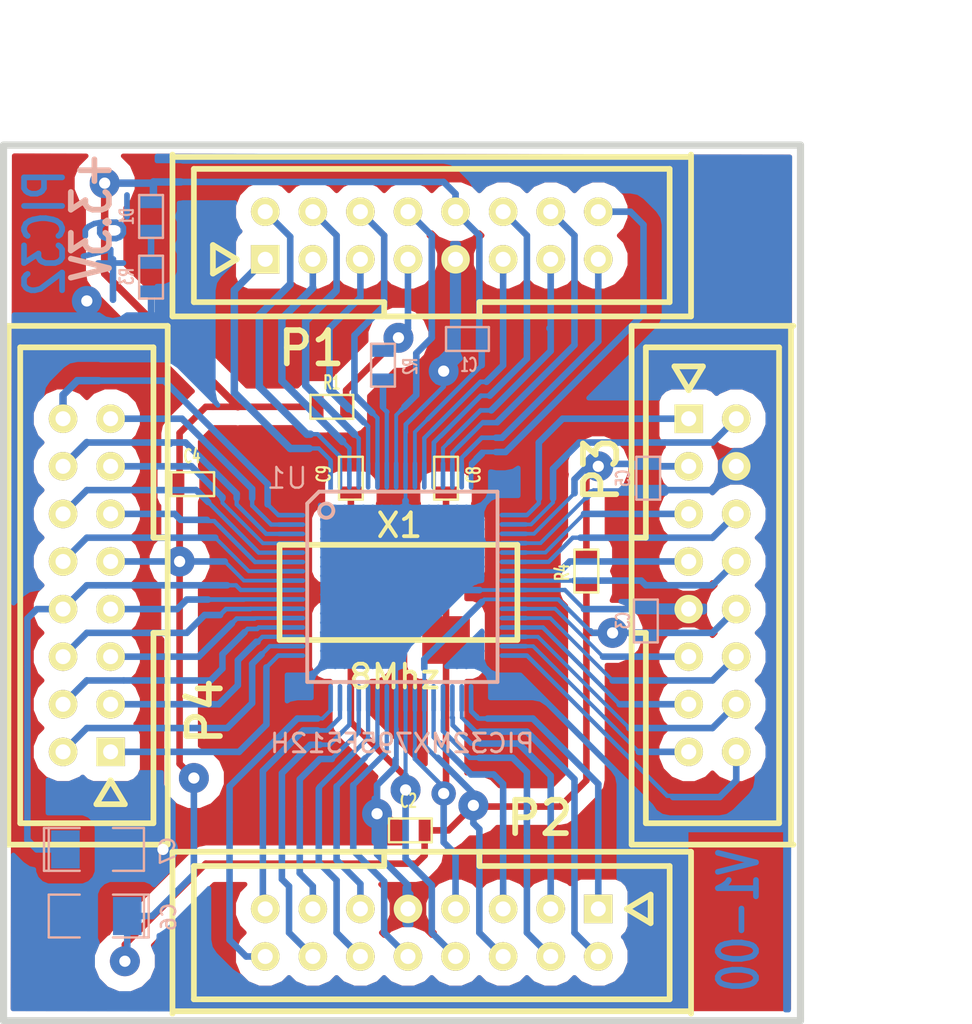
<source format=kicad_pcb>
(kicad_pcb (version 4) (host pcbnew 4.0.7)

  (general
    (links 100)
    (no_connects 0)
    (area 108.902499 44.894499 151.828501 92.011501)
    (thickness 1.6002)
    (drawings 13)
    (tracks 725)
    (zones 0)
    (modules 20)
    (nets 61)
  )

  (page A4)
  (title_block
    (title SO64)
    (date "9 jun 2012")
    (rev V1-00)
    (company "CYBERNETIQUE EN NORD")
    (comment 1 F4DEB)
  )

  (layers
    (0 Dessus signal)
    (31 Dessous signal)
    (32 B.Adhes user)
    (33 F.Adhes user)
    (34 B.Paste user)
    (35 F.Paste user)
    (36 B.SilkS user)
    (37 F.SilkS user)
    (38 B.Mask user)
    (39 F.Mask user)
    (40 Dwgs.User user)
    (41 Cmts.User user)
    (42 Eco1.User user)
    (43 Eco2.User user)
    (44 Edge.Cuts user)
  )

  (setup
    (last_trace_width 0.23114)
    (user_trace_width 0.2032)
    (user_trace_width 0.24892)
    (user_trace_width 0.29972)
    (user_trace_width 0.35052)
    (user_trace_width 0.39878)
    (trace_clearance 0.24892)
    (zone_clearance 0.8001)
    (zone_45_only no)
    (trace_min 0.2032)
    (segment_width 0.381)
    (edge_width 0.381)
    (via_size 1.6002)
    (via_drill 0.59944)
    (via_min_size 0.889)
    (via_min_drill 0.508)
    (uvia_size 0.508)
    (uvia_drill 0.127)
    (uvias_allowed no)
    (uvia_min_size 0.508)
    (uvia_min_drill 0.127)
    (pcb_text_width 0.3048)
    (pcb_text_size 1.524 2.032)
    (mod_edge_width 0.381)
    (mod_text_size 1.524 1.524)
    (mod_text_width 0.3048)
    (pad_size 1.524 1.524)
    (pad_drill 0.8128)
    (pad_to_mask_clearance 0.254)
    (aux_axis_origin 0 0)
    (grid_origin 168.148 63.881)
    (visible_elements 7FFFFF7F)
    (pcbplotparams
      (layerselection 0x010f0_80000001)
      (usegerberextensions true)
      (excludeedgelayer true)
      (linewidth 0.150000)
      (plotframeref false)
      (viasonmask false)
      (mode 1)
      (useauxorigin false)
      (hpglpennumber 1)
      (hpglpenspeed 20)
      (hpglpendiameter 15)
      (hpglpenoverlay 0)
      (psnegative false)
      (psa4output false)
      (plotreference true)
      (plotvalue true)
      (plotinvisibletext false)
      (padsonsilk false)
      (subtractmaskfromsilk false)
      (outputformat 1)
      (mirror false)
      (drillshape 0)
      (scaleselection 1)
      (outputdirectory ""))
  )

  (net 0 "")
  (net 1 +3.3V)
  (net 2 /1)
  (net 3 /11)
  (net 4 /12)
  (net 5 /13)
  (net 6 /14)
  (net 7 /15)
  (net 8 /16)
  (net 9 /17)
  (net 10 /18)
  (net 11 /19)
  (net 12 /2)
  (net 13 /21)
  (net 14 /22)
  (net 15 /23)
  (net 16 /24)
  (net 17 /27)
  (net 18 /28)
  (net 19 /29)
  (net 20 /3)
  (net 21 /30)
  (net 22 /31)
  (net 23 /32)
  (net 24 /33)
  (net 25 /34)
  (net 26 /35)
  (net 27 /36)
  (net 28 /37)
  (net 29 /39)
  (net 30 /4)
  (net 31 /40)
  (net 32 /42)
  (net 33 /43)
  (net 34 /44)
  (net 35 /45)
  (net 36 /46)
  (net 37 /47)
  (net 38 /48)
  (net 39 /49)
  (net 40 /5)
  (net 41 /50)
  (net 42 /51)
  (net 43 /52)
  (net 44 /53)
  (net 45 /54)
  (net 46 /55)
  (net 47 /56)
  (net 48 /58)
  (net 49 /59)
  (net 50 /6)
  (net 51 /60)
  (net 52 /61)
  (net 53 /62)
  (net 54 /63)
  (net 55 /64)
  (net 56 /7)
  (net 57 /8)
  (net 58 GND)
  (net 59 N-000056)
  (net 60 N-000060)

  (net_class Default "Ceci est la Netclass par défaut"
    (clearance 0.24892)
    (trace_width 0.23114)
    (via_dia 1.6002)
    (via_drill 0.59944)
    (uvia_dia 0.508)
    (uvia_drill 0.127)
    (add_net +3.3V)
    (add_net /1)
    (add_net /11)
    (add_net /12)
    (add_net /13)
    (add_net /14)
    (add_net /15)
    (add_net /16)
    (add_net /17)
    (add_net /18)
    (add_net /19)
    (add_net /2)
    (add_net /21)
    (add_net /22)
    (add_net /23)
    (add_net /24)
    (add_net /27)
    (add_net /28)
    (add_net /29)
    (add_net /3)
    (add_net /30)
    (add_net /31)
    (add_net /32)
    (add_net /33)
    (add_net /34)
    (add_net /35)
    (add_net /36)
    (add_net /37)
    (add_net /39)
    (add_net /4)
    (add_net /40)
    (add_net /42)
    (add_net /43)
    (add_net /44)
    (add_net /45)
    (add_net /46)
    (add_net /47)
    (add_net /48)
    (add_net /49)
    (add_net /5)
    (add_net /50)
    (add_net /51)
    (add_net /52)
    (add_net /53)
    (add_net /54)
    (add_net /55)
    (add_net /56)
    (add_net /58)
    (add_net /59)
    (add_net /6)
    (add_net /60)
    (add_net /61)
    (add_net /62)
    (add_net /63)
    (add_net /64)
    (add_net /7)
    (add_net /8)
    (add_net GND)
    (add_net N-000056)
    (add_net N-000060)
  )

  (module SM0603_Capa (layer Dessous) (tedit 5A4D3C62) (tstamp 4E7088A1)
    (at 143.51 62.865 270)
    (path /4E6BC2E0)
    (attr smd)
    (fp_text reference C5 (at 0 1.3462 270) (layer B.SilkS)
      (effects (font (size 0.7112 0.4572) (thickness 0.1143)) (justify mirror))
    )
    (fp_text value 100n (at 0 0 270) (layer B.SilkS) hide
      (effects (font (size 0.7112 0.4572) (thickness 0.1143)) (justify mirror))
    )
    (fp_line (start -1.143 0.635) (end 1.143 0.635) (layer B.SilkS) (width 0.127))
    (fp_line (start 1.143 0.635) (end 1.143 -0.635) (layer B.SilkS) (width 0.127))
    (fp_line (start 1.143 -0.635) (end -1.143 -0.635) (layer B.SilkS) (width 0.127))
    (fp_line (start -1.143 -0.635) (end -1.143 0.635) (layer B.SilkS) (width 0.127))
    (pad 1 smd rect (at -0.762 0 270) (size 0.635 1.143) (layers Dessous B.Paste B.Mask)
      (net 11 /19))
    (pad 2 smd rect (at 0.762 0 270) (size 0.635 1.143) (layers Dessous B.Paste B.Mask)
      (net 58 GND))
    (model smd\capacitors\C0603.wrl
      (at (xyz 0 0 0.001))
      (scale (xyz 0.5 0.5 0.5))
      (rotate (xyz 0 0 0))
    )
  )

  (module QTZ (layer Dessus) (tedit 5A4D3C35) (tstamp 4E708897)
    (at 130.175 68.961)
    (path /4E6FB4E0)
    (fp_text reference X1 (at 0.0508 -3.5814) (layer F.SilkS)
      (effects (font (size 1.27 1.27) (thickness 0.2032)))
    )
    (fp_text value 8Mhz (at -0.2032 4.4958) (layer F.SilkS)
      (effects (font (size 1.27 1.27) (thickness 0.2032)))
    )
    (fp_line (start -6.35 -2.54) (end 6.35 -2.54) (layer F.SilkS) (width 0.3048))
    (fp_line (start 6.35 -2.54) (end 6.35 2.54) (layer F.SilkS) (width 0.3048))
    (fp_line (start 6.35 2.54) (end -6.35 2.54) (layer F.SilkS) (width 0.3048))
    (fp_line (start -6.35 2.54) (end -6.35 -2.54) (layer F.SilkS) (width 0.3048))
    (pad 1 smd rect (at -2.54 -2.54) (size 2.54 2.54) (layers Dessus F.Paste F.Mask)
      (net 31 /40))
    (pad 2 smd rect (at 2.54 -2.54) (size 2.54 2.54) (layers Dessus F.Paste F.Mask)
      (net 29 /39))
    (pad 2 smd rect (at 2.54 2.54) (size 2.54 2.54) (layers Dessus F.Paste F.Mask)
      (net 29 /39))
    (pad 1 smd rect (at -2.54 2.54) (size 2.54 2.54) (layers Dessus F.Paste F.Mask)
      (net 31 /40))
    (model f4deb.3dshapes/Quartz-cms.wrl
      (at (xyz 0 0 0))
      (scale (xyz 1 1 1))
      (rotate (xyz 0 0 0))
    )
  )

  (module SM0603 (layer Dessous) (tedit 5A4D3C6F) (tstamp 4E708895)
    (at 116.967 48.895 270)
    (path /4E6BC2AC)
    (attr smd)
    (fp_text reference D1 (at 0 1.2954 270) (layer B.SilkS)
      (effects (font (size 0.7112 0.4572) (thickness 0.1143)) (justify mirror))
    )
    (fp_text value LED (at 0 0 270) (layer B.SilkS) hide
      (effects (font (size 0.7112 0.4572) (thickness 0.1143)) (justify mirror))
    )
    (fp_line (start -1.143 0.635) (end 1.143 0.635) (layer B.SilkS) (width 0.127))
    (fp_line (start 1.143 0.635) (end 1.143 -0.635) (layer B.SilkS) (width 0.127))
    (fp_line (start 1.143 -0.635) (end -1.143 -0.635) (layer B.SilkS) (width 0.127))
    (fp_line (start -1.143 -0.635) (end -1.143 0.635) (layer B.SilkS) (width 0.127))
    (pad 1 smd rect (at -0.762 0 270) (size 0.635 1.143) (layers Dessous B.Paste B.Mask)
      (net 1 +3.3V))
    (pad 2 smd rect (at 0.762 0 270) (size 0.635 1.143) (layers Dessous B.Paste B.Mask)
      (net 60 N-000060))
    (model LEDs.3dshapes/LED_0603.wrl
      (at (xyz 0 0 0.001))
      (scale (xyz 1 1 1))
      (rotate (xyz 0 0 0))
    )
  )

  (module SM0603_Capa (layer Dessus) (tedit 5A4D3C38) (tstamp 4E708893)
    (at 127.635 62.865 90)
    (path /4E6FB01D)
    (attr smd)
    (fp_text reference C9 (at 0.2286 -1.4478 90) (layer F.SilkS)
      (effects (font (size 0.7112 0.4572) (thickness 0.1143)))
    )
    (fp_text value 100n (at 0 0 90) (layer F.SilkS) hide
      (effects (font (size 0.7112 0.4572) (thickness 0.1143)))
    )
    (fp_line (start -1.143 -0.635) (end 1.143 -0.635) (layer F.SilkS) (width 0.127))
    (fp_line (start 1.143 -0.635) (end 1.143 0.635) (layer F.SilkS) (width 0.127))
    (fp_line (start 1.143 0.635) (end -1.143 0.635) (layer F.SilkS) (width 0.127))
    (fp_line (start -1.143 0.635) (end -1.143 -0.635) (layer F.SilkS) (width 0.127))
    (pad 1 smd rect (at -0.762 0 90) (size 0.635 1.143) (layers Dessus F.Paste F.Mask)
      (net 31 /40))
    (pad 2 smd rect (at 0.762 0 90) (size 0.635 1.143) (layers Dessus F.Paste F.Mask)
      (net 58 GND))
    (model smd\capacitors\C0603.wrl
      (at (xyz 0 0 0.001))
      (scale (xyz 0.5 0.5 0.5))
      (rotate (xyz 0 0 0))
    )
  )

  (module SM0603_Capa (layer Dessus) (tedit 5A4D3C3B) (tstamp 4E708891)
    (at 132.715 62.865 90)
    (path /4E6FB01F)
    (attr smd)
    (fp_text reference C8 (at 0.1778 1.4732 90) (layer F.SilkS)
      (effects (font (size 0.7112 0.4572) (thickness 0.1143)))
    )
    (fp_text value 100n (at 0 0 90) (layer F.SilkS) hide
      (effects (font (size 0.7112 0.4572) (thickness 0.1143)))
    )
    (fp_line (start -1.143 -0.635) (end 1.143 -0.635) (layer F.SilkS) (width 0.127))
    (fp_line (start 1.143 -0.635) (end 1.143 0.635) (layer F.SilkS) (width 0.127))
    (fp_line (start 1.143 0.635) (end -1.143 0.635) (layer F.SilkS) (width 0.127))
    (fp_line (start -1.143 0.635) (end -1.143 -0.635) (layer F.SilkS) (width 0.127))
    (pad 1 smd rect (at -0.762 0 90) (size 0.635 1.143) (layers Dessus F.Paste F.Mask)
      (net 29 /39))
    (pad 2 smd rect (at 0.762 0 90) (size 0.635 1.143) (layers Dessus F.Paste F.Mask)
      (net 58 GND))
    (model smd\capacitors\C0603.wrl
      (at (xyz 0 0 0.001))
      (scale (xyz 0.5 0.5 0.5))
      (rotate (xyz 0 0 0))
    )
  )

  (module SM0603_Capa (layer Dessus) (tedit 5A4D3C45) (tstamp 4E70888F)
    (at 119.1895 63.1825)
    (path /4E6BC2DA)
    (attr smd)
    (fp_text reference C4 (at -0.0381 -1.4859) (layer F.SilkS)
      (effects (font (size 0.7112 0.4572) (thickness 0.1143)))
    )
    (fp_text value 100n (at 0 0) (layer F.SilkS) hide
      (effects (font (size 0.7112 0.4572) (thickness 0.1143)))
    )
    (fp_line (start -1.143 -0.635) (end 1.143 -0.635) (layer F.SilkS) (width 0.127))
    (fp_line (start 1.143 -0.635) (end 1.143 0.635) (layer F.SilkS) (width 0.127))
    (fp_line (start 1.143 0.635) (end -1.143 0.635) (layer F.SilkS) (width 0.127))
    (fp_line (start -1.143 0.635) (end -1.143 -0.635) (layer F.SilkS) (width 0.127))
    (pad 1 smd rect (at -0.762 0) (size 0.635 1.143) (layers Dessus F.Paste F.Mask)
      (net 1 +3.3V))
    (pad 2 smd rect (at 0.762 0) (size 0.635 1.143) (layers Dessus F.Paste F.Mask)
      (net 58 GND))
    (model smd\capacitors\C0603.wrl
      (at (xyz 0 0 0.001))
      (scale (xyz 0.5 0.5 0.5))
      (rotate (xyz 0 0 0))
    )
  )

  (module SM0603_Capa (layer Dessous) (tedit 5A4D3C67) (tstamp 4E70888D)
    (at 143.383 70.485 90)
    (path /4E6BC2D7)
    (attr smd)
    (fp_text reference C3 (at 0.0254 -1.2192 90) (layer B.SilkS)
      (effects (font (size 0.7112 0.4572) (thickness 0.1143)) (justify mirror))
    )
    (fp_text value 100n (at 0 0 90) (layer B.SilkS) hide
      (effects (font (size 0.7112 0.4572) (thickness 0.1143)) (justify mirror))
    )
    (fp_line (start -1.143 0.635) (end 1.143 0.635) (layer B.SilkS) (width 0.127))
    (fp_line (start 1.143 0.635) (end 1.143 -0.635) (layer B.SilkS) (width 0.127))
    (fp_line (start 1.143 -0.635) (end -1.143 -0.635) (layer B.SilkS) (width 0.127))
    (fp_line (start -1.143 -0.635) (end -1.143 0.635) (layer B.SilkS) (width 0.127))
    (pad 1 smd rect (at -0.762 0 90) (size 0.635 1.143) (layers Dessous B.Paste B.Mask)
      (net 1 +3.3V))
    (pad 2 smd rect (at 0.762 0 90) (size 0.635 1.143) (layers Dessous B.Paste B.Mask)
      (net 58 GND))
    (model smd\capacitors\C0603.wrl
      (at (xyz 0 0 0.001))
      (scale (xyz 0.5 0.5 0.5))
      (rotate (xyz 0 0 0))
    )
  )

  (module SM0603_Capa (layer Dessus) (tedit 5A4D3C4F) (tstamp 4E70888B)
    (at 130.81 81.661 180)
    (path /4E6BC2D4)
    (attr smd)
    (fp_text reference C2 (at 0.1016 1.5748 180) (layer F.SilkS)
      (effects (font (size 0.7112 0.4572) (thickness 0.1143)))
    )
    (fp_text value 100n (at 0 0 180) (layer F.SilkS) hide
      (effects (font (size 0.7112 0.4572) (thickness 0.1143)))
    )
    (fp_line (start -1.143 -0.635) (end 1.143 -0.635) (layer F.SilkS) (width 0.127))
    (fp_line (start 1.143 -0.635) (end 1.143 0.635) (layer F.SilkS) (width 0.127))
    (fp_line (start 1.143 0.635) (end -1.143 0.635) (layer F.SilkS) (width 0.127))
    (fp_line (start -1.143 0.635) (end -1.143 -0.635) (layer F.SilkS) (width 0.127))
    (pad 1 smd rect (at -0.762 0 180) (size 0.635 1.143) (layers Dessus F.Paste F.Mask)
      (net 1 +3.3V))
    (pad 2 smd rect (at 0.762 0 180) (size 0.635 1.143) (layers Dessus F.Paste F.Mask)
      (net 58 GND))
    (model smd\capacitors\C0603.wrl
      (at (xyz 0 0 0.001))
      (scale (xyz 0.5 0.5 0.5))
      (rotate (xyz 0 0 0))
    )
  )

  (module SM0603_Capa (layer Dessous) (tedit 5A4D3C3E) (tstamp 4E708889)
    (at 133.858 55.4355 180)
    (path /4E6BC2D0)
    (attr smd)
    (fp_text reference C1 (at -0.0762 -1.3843 180) (layer B.SilkS)
      (effects (font (size 0.7112 0.4572) (thickness 0.1143)) (justify mirror))
    )
    (fp_text value 100n (at 0 0 180) (layer B.SilkS) hide
      (effects (font (size 0.7112 0.4572) (thickness 0.1143)) (justify mirror))
    )
    (fp_line (start -1.143 0.635) (end 1.143 0.635) (layer B.SilkS) (width 0.127))
    (fp_line (start 1.143 0.635) (end 1.143 -0.635) (layer B.SilkS) (width 0.127))
    (fp_line (start 1.143 -0.635) (end -1.143 -0.635) (layer B.SilkS) (width 0.127))
    (fp_line (start -1.143 -0.635) (end -1.143 0.635) (layer B.SilkS) (width 0.127))
    (pad 1 smd rect (at -0.762 0 180) (size 0.635 1.143) (layers Dessous B.Paste B.Mask)
      (net 1 +3.3V))
    (pad 2 smd rect (at 0.762 0 180) (size 0.635 1.143) (layers Dessous B.Paste B.Mask)
      (net 58 GND))
    (model smd\capacitors\C0603.wrl
      (at (xyz 0 0 0.001))
      (scale (xyz 0.5 0.5 0.5))
      (rotate (xyz 0 0 0))
    )
  )

  (module SM0603_Resistor (layer Dessous) (tedit 5A4D3C3C) (tstamp 4E708887)
    (at 129.3495 56.8325 90)
    (path /4E6BC603)
    (attr smd)
    (fp_text reference R2 (at -0.0635 1.4605 90) (layer B.SilkS)
      (effects (font (size 0.7112 0.4572) (thickness 0.1143)) (justify mirror))
    )
    (fp_text value 470 (at 0 0 90) (layer B.SilkS) hide
      (effects (font (size 0.7112 0.4572) (thickness 0.1143)) (justify mirror))
    )
    (fp_line (start -1.143 0.635) (end 1.143 0.635) (layer B.SilkS) (width 0.127))
    (fp_line (start 1.143 0.635) (end 1.143 -0.635) (layer B.SilkS) (width 0.127))
    (fp_line (start 1.143 -0.635) (end -1.143 -0.635) (layer B.SilkS) (width 0.127))
    (fp_line (start -1.143 -0.635) (end -1.143 0.635) (layer B.SilkS) (width 0.127))
    (pad 1 smd rect (at -0.762 0 90) (size 0.635 1.143) (layers Dessous B.Paste B.Mask)
      (net 59 N-000056))
    (pad 2 smd rect (at 0.762 0 90) (size 0.635 1.143) (layers Dessous B.Paste B.Mask)
      (net 56 /7))
    (model smd\resistors\R0603.wrl
      (at (xyz 0 0 0.001))
      (scale (xyz 0.5 0.5 0.5))
      (rotate (xyz 0 0 0))
    )
  )

  (module SM0603_Resistor (layer Dessus) (tedit 5A4D3C42) (tstamp 4E708885)
    (at 126.619 59.055 180)
    (path /4E6BC402)
    (attr smd)
    (fp_text reference R1 (at 0 1.2954 180) (layer F.SilkS)
      (effects (font (size 0.7112 0.4572) (thickness 0.1143)))
    )
    (fp_text value 10k (at 0 0 180) (layer F.SilkS) hide
      (effects (font (size 0.7112 0.4572) (thickness 0.1143)))
    )
    (fp_line (start -1.143 -0.635) (end 1.143 -0.635) (layer F.SilkS) (width 0.127))
    (fp_line (start 1.143 -0.635) (end 1.143 0.635) (layer F.SilkS) (width 0.127))
    (fp_line (start 1.143 0.635) (end -1.143 0.635) (layer F.SilkS) (width 0.127))
    (fp_line (start -1.143 0.635) (end -1.143 -0.635) (layer F.SilkS) (width 0.127))
    (pad 1 smd rect (at -0.762 0 180) (size 0.635 1.143) (layers Dessus F.Paste F.Mask)
      (net 56 /7))
    (pad 2 smd rect (at 0.762 0 180) (size 0.635 1.143) (layers Dessus F.Paste F.Mask)
      (net 1 +3.3V))
    (model smd\resistors\R0603.wrl
      (at (xyz 0 0 0.001))
      (scale (xyz 0.5 0.5 0.5))
      (rotate (xyz 0 0 0))
    )
  )

  (module SM0603_Resistor (layer Dessous) (tedit 5A4D3C72) (tstamp 4E708883)
    (at 116.967 52.1335 270)
    (path /4E6BC2A0)
    (attr smd)
    (fp_text reference R3 (at -0.0381 1.2954 270) (layer B.SilkS)
      (effects (font (size 0.7112 0.4572) (thickness 0.1143)) (justify mirror))
    )
    (fp_text value 1k (at 0 0 270) (layer B.SilkS) hide
      (effects (font (size 0.7112 0.4572) (thickness 0.1143)) (justify mirror))
    )
    (fp_line (start -1.143 0.635) (end 1.143 0.635) (layer B.SilkS) (width 0.127))
    (fp_line (start 1.143 0.635) (end 1.143 -0.635) (layer B.SilkS) (width 0.127))
    (fp_line (start 1.143 -0.635) (end -1.143 -0.635) (layer B.SilkS) (width 0.127))
    (fp_line (start -1.143 -0.635) (end -1.143 0.635) (layer B.SilkS) (width 0.127))
    (pad 1 smd rect (at -0.762 0 270) (size 0.635 1.143) (layers Dessous B.Paste B.Mask)
      (net 60 N-000060))
    (pad 2 smd rect (at 0.762 0 270) (size 0.635 1.143) (layers Dessous B.Paste B.Mask)
      (net 58 GND))
    (model smd\resistors\R0603.wrl
      (at (xyz 0 0 0.001))
      (scale (xyz 0.5 0.5 0.5))
      (rotate (xyz 0 0 0))
    )
  )

  (module SM0603_Resistor (layer Dessus) (tedit 5A4D3C53) (tstamp 4E708881)
    (at 140.208 67.818 90)
    (path /4E6BC2E9)
    (attr smd)
    (fp_text reference R4 (at -0.0762 -1.2954 90) (layer F.SilkS)
      (effects (font (size 0.7112 0.4572) (thickness 0.1143)))
    )
    (fp_text value 10 (at 0 0 90) (layer F.SilkS) hide
      (effects (font (size 0.7112 0.4572) (thickness 0.1143)))
    )
    (fp_line (start -1.143 -0.635) (end 1.143 -0.635) (layer F.SilkS) (width 0.127))
    (fp_line (start 1.143 -0.635) (end 1.143 0.635) (layer F.SilkS) (width 0.127))
    (fp_line (start 1.143 0.635) (end -1.143 0.635) (layer F.SilkS) (width 0.127))
    (fp_line (start -1.143 0.635) (end -1.143 -0.635) (layer F.SilkS) (width 0.127))
    (pad 1 smd rect (at -0.762 0 90) (size 0.635 1.143) (layers Dessus F.Paste F.Mask)
      (net 1 +3.3V))
    (pad 2 smd rect (at 0.762 0 90) (size 0.635 1.143) (layers Dessus F.Paste F.Mask)
      (net 11 /19))
    (model smd\resistors\R0603.wrl
      (at (xyz 0 0 0.001))
      (scale (xyz 0.5 0.5 0.5))
      (rotate (xyz 0 0 0))
    )
  )

  (module SM1206POL (layer Dessous) (tedit 5A4D3C4B) (tstamp 4E70887F)
    (at 114.046 82.677)
    (path /4E6BC694)
    (attr smd)
    (fp_text reference C7 (at 3.81 0.0762 90) (layer B.SilkS)
      (effects (font (size 0.762 0.762) (thickness 0.127)) (justify mirror))
    )
    (fp_text value 10u/10V (at 0 0) (layer B.SilkS) hide
      (effects (font (size 0.762 0.762) (thickness 0.127)) (justify mirror))
    )
    (fp_line (start -2.54 1.143) (end -2.794 1.143) (layer B.SilkS) (width 0.127))
    (fp_line (start -2.794 1.143) (end -2.794 -1.143) (layer B.SilkS) (width 0.127))
    (fp_line (start -2.794 -1.143) (end -2.54 -1.143) (layer B.SilkS) (width 0.127))
    (fp_line (start -2.54 1.143) (end -2.54 -1.143) (layer B.SilkS) (width 0.127))
    (fp_line (start -2.54 -1.143) (end -0.889 -1.143) (layer B.SilkS) (width 0.127))
    (fp_line (start 0.889 1.143) (end 2.54 1.143) (layer B.SilkS) (width 0.127))
    (fp_line (start 2.54 1.143) (end 2.54 -1.143) (layer B.SilkS) (width 0.127))
    (fp_line (start 2.54 -1.143) (end 0.889 -1.143) (layer B.SilkS) (width 0.127))
    (fp_line (start -0.889 1.143) (end -2.54 1.143) (layer B.SilkS) (width 0.127))
    (pad 1 smd rect (at -1.651 0) (size 1.524 2.032) (layers Dessous B.Paste B.Mask)
      (net 47 /56))
    (pad 2 smd rect (at 1.651 0) (size 1.524 2.032) (layers Dessous B.Paste B.Mask)
      (net 58 GND))
    (model smd/chip_cms_pol.wrl
      (at (xyz 0 0 0))
      (scale (xyz 0.17 0.16 0.16))
      (rotate (xyz 0 0 0))
    )
  )

  (module SM1206POL (layer Dessous) (tedit 5A4D3C49) (tstamp 4E70887D)
    (at 114.046 86.233 180)
    (path /4E6FB3DC)
    (attr smd)
    (fp_text reference C6 (at -3.8608 -0.0508 450) (layer B.SilkS)
      (effects (font (size 0.762 0.762) (thickness 0.127)) (justify mirror))
    )
    (fp_text value 10u/10V (at 0 0 180) (layer B.SilkS) hide
      (effects (font (size 0.762 0.762) (thickness 0.127)) (justify mirror))
    )
    (fp_line (start -2.54 1.143) (end -2.794 1.143) (layer B.SilkS) (width 0.127))
    (fp_line (start -2.794 1.143) (end -2.794 -1.143) (layer B.SilkS) (width 0.127))
    (fp_line (start -2.794 -1.143) (end -2.54 -1.143) (layer B.SilkS) (width 0.127))
    (fp_line (start -2.54 1.143) (end -2.54 -1.143) (layer B.SilkS) (width 0.127))
    (fp_line (start -2.54 -1.143) (end -0.889 -1.143) (layer B.SilkS) (width 0.127))
    (fp_line (start 0.889 1.143) (end 2.54 1.143) (layer B.SilkS) (width 0.127))
    (fp_line (start 2.54 1.143) (end 2.54 -1.143) (layer B.SilkS) (width 0.127))
    (fp_line (start 2.54 -1.143) (end 0.889 -1.143) (layer B.SilkS) (width 0.127))
    (fp_line (start -0.889 1.143) (end -2.54 1.143) (layer B.SilkS) (width 0.127))
    (pad 1 smd rect (at -1.651 0 180) (size 1.524 2.032) (layers Dessous B.Paste B.Mask)
      (net 1 +3.3V))
    (pad 2 smd rect (at 1.651 0 180) (size 1.524 2.032) (layers Dessous B.Paste B.Mask)
      (net 58 GND))
    (model smd/chip_cms_pol.wrl
      (at (xyz 0 0 0))
      (scale (xyz 0.17 0.16 0.16))
      (rotate (xyz 0 0 0))
    )
  )

  (module TQFP_64 (layer Dessous) (tedit 5A4D3C5B) (tstamp 4E70887B)
    (at 130.302 68.58)
    (tags "TQFP64 TQFP SMD IC")
    (path /4E706F39)
    (fp_text reference U1 (at -6.0706 -5.715) (layer B.SilkS)
      (effects (font (size 1.09982 1.09982) (thickness 0.127)) (justify mirror))
    )
    (fp_text value PIC32MX795F512H (at 0.0762 8.4328) (layer B.SilkS)
      (effects (font (size 1.00076 1.00076) (thickness 0.1524)) (justify mirror))
    )
    (fp_circle (center -3.98272 -3.98272) (end -3.98272 -3.60172) (layer B.SilkS) (width 0.2032))
    (fp_line (start 5.16128 5.16128) (end -4.99872 5.16128) (layer B.SilkS) (width 0.2032))
    (fp_line (start -4.99872 5.16128) (end -4.99872 -4.36372) (layer B.SilkS) (width 0.2032))
    (fp_line (start -4.99872 -4.36372) (end -4.36372 -4.99872) (layer B.SilkS) (width 0.2032))
    (fp_line (start -4.36372 -4.99872) (end 5.16128 -4.99872) (layer B.SilkS) (width 0.2032))
    (fp_line (start 5.16128 -4.99872) (end 5.16128 5.16128) (layer B.SilkS) (width 0.2032))
    (pad 1 smd rect (at -3.74904 -5.86994) (size 0.24892 1.524) (layers Dessous B.Paste B.Mask)
      (net 2 /1))
    (pad 2 smd oval (at -3.24866 -5.86994) (size 0.24892 1.524) (layers Dessous B.Paste B.Mask)
      (net 12 /2))
    (pad 3 smd oval (at -2.74828 -5.86994) (size 0.24892 1.524) (layers Dessous B.Paste B.Mask)
      (net 20 /3))
    (pad 4 smd oval (at -2.2479 -5.86994) (size 0.24892 1.524) (layers Dessous B.Paste B.Mask)
      (net 30 /4))
    (pad 5 smd oval (at -1.74752 -5.86994) (size 0.24892 1.524) (layers Dessous B.Paste B.Mask)
      (net 40 /5))
    (pad 6 smd oval (at -1.24968 -5.86994) (size 0.24892 1.524) (layers Dessous B.Paste B.Mask)
      (net 50 /6))
    (pad 7 smd oval (at -0.7493 -5.86994) (size 0.24892 1.524) (layers Dessous B.Paste B.Mask)
      (net 59 N-000056))
    (pad 8 smd oval (at -0.24892 -5.86994) (size 0.24892 1.524) (layers Dessous B.Paste B.Mask)
      (net 57 /8))
    (pad 9 smd oval (at 0.25146 -5.86994) (size 0.24892 1.524) (layers Dessous B.Paste B.Mask)
      (net 58 GND))
    (pad 10 smd oval (at 0.75184 -5.86994) (size 0.24892 1.524) (layers Dessous B.Paste B.Mask)
      (net 1 +3.3V))
    (pad 11 smd oval (at 1.25222 -5.86994) (size 0.24892 1.524) (layers Dessous B.Paste B.Mask)
      (net 3 /11))
    (pad 12 smd oval (at 1.75006 -5.86994) (size 0.24892 1.524) (layers Dessous B.Paste B.Mask)
      (net 4 /12))
    (pad 13 smd oval (at 2.25044 -5.86994) (size 0.24892 1.524) (layers Dessous B.Paste B.Mask)
      (net 5 /13))
    (pad 14 smd oval (at 2.75082 -5.86994) (size 0.24892 1.524) (layers Dessous B.Paste B.Mask)
      (net 6 /14))
    (pad 15 smd oval (at 3.2512 -5.86994) (size 0.24892 1.524) (layers Dessous B.Paste B.Mask)
      (net 7 /15))
    (pad 16 smd oval (at 3.75158 -5.86994) (size 0.24892 1.524) (layers Dessous B.Paste B.Mask)
      (net 8 /16))
    (pad 17 smd oval (at 6.0325 -3.74904) (size 1.524 0.24892) (layers Dessous B.Paste B.Mask)
      (net 9 /17))
    (pad 18 smd oval (at 6.0325 -3.24866) (size 1.524 0.24892) (layers Dessous B.Paste B.Mask)
      (net 10 /18))
    (pad 19 smd oval (at 6.0325 -2.74828) (size 1.524 0.24892) (layers Dessous B.Paste B.Mask)
      (net 11 /19))
    (pad 20 smd oval (at 6.0325 -2.2479) (size 1.524 0.24892) (layers Dessous B.Paste B.Mask)
      (net 58 GND))
    (pad 21 smd oval (at 6.0325 -1.74752) (size 1.524 0.24892) (layers Dessous B.Paste B.Mask)
      (net 13 /21))
    (pad 22 smd oval (at 6.0325 -1.24968) (size 1.524 0.24892) (layers Dessous B.Paste B.Mask)
      (net 14 /22))
    (pad 23 smd oval (at 6.0325 -0.7493) (size 1.524 0.24892) (layers Dessous B.Paste B.Mask)
      (net 15 /23))
    (pad 24 smd oval (at 6.0325 -0.24892) (size 1.524 0.24892) (layers Dessous B.Paste B.Mask)
      (net 16 /24))
    (pad 25 smd oval (at 6.0325 0.25146) (size 1.524 0.24892) (layers Dessous B.Paste B.Mask)
      (net 58 GND))
    (pad 26 smd oval (at 6.0325 0.75184) (size 1.524 0.24892) (layers Dessous B.Paste B.Mask)
      (net 1 +3.3V))
    (pad 27 smd oval (at 6.0325 1.25222) (size 1.524 0.24892) (layers Dessous B.Paste B.Mask)
      (net 17 /27))
    (pad 28 smd oval (at 6.0325 1.75006) (size 1.524 0.24892) (layers Dessous B.Paste B.Mask)
      (net 18 /28))
    (pad 29 smd oval (at 6.0325 2.25044) (size 1.524 0.24892) (layers Dessous B.Paste B.Mask)
      (net 19 /29))
    (pad 30 smd oval (at 6.0325 2.75082) (size 1.524 0.24892) (layers Dessous B.Paste B.Mask)
      (net 21 /30))
    (pad 31 smd oval (at 6.0325 3.2512) (size 1.524 0.24892) (layers Dessous B.Paste B.Mask)
      (net 22 /31))
    (pad 32 smd oval (at 6.0325 3.75158) (size 1.524 0.24892) (layers Dessous B.Paste B.Mask)
      (net 23 /32))
    (pad 33 smd oval (at 3.75158 6.0325) (size 0.24892 1.524) (layers Dessous B.Paste B.Mask)
      (net 24 /33))
    (pad 34 smd oval (at 3.2512 6.0325) (size 0.24892 1.524) (layers Dessous B.Paste B.Mask)
      (net 25 /34))
    (pad 35 smd oval (at 2.75082 6.0325) (size 0.24892 1.524) (layers Dessous B.Paste B.Mask)
      (net 26 /35))
    (pad 36 smd oval (at 2.25044 6.0325) (size 0.24892 1.524) (layers Dessous B.Paste B.Mask)
      (net 27 /36))
    (pad 37 smd oval (at 1.75006 6.0325) (size 0.24892 1.524) (layers Dessous B.Paste B.Mask)
      (net 28 /37))
    (pad 38 smd oval (at 1.25222 6.0325) (size 0.24892 1.524) (layers Dessous B.Paste B.Mask)
      (net 1 +3.3V))
    (pad 39 smd oval (at 0.75184 6.0325) (size 0.24892 1.524) (layers Dessous B.Paste B.Mask)
      (net 29 /39))
    (pad 40 smd oval (at 0.25146 6.0325) (size 0.24892 1.524) (layers Dessous B.Paste B.Mask)
      (net 31 /40))
    (pad 41 smd oval (at -0.24892 6.0325) (size 0.24892 1.524) (layers Dessous B.Paste B.Mask)
      (net 58 GND))
    (pad 42 smd oval (at -0.7493 6.0325) (size 0.24892 1.524) (layers Dessous B.Paste B.Mask)
      (net 32 /42))
    (pad 43 smd oval (at -1.24968 6.0325) (size 0.24892 1.524) (layers Dessous B.Paste B.Mask)
      (net 33 /43))
    (pad 44 smd oval (at -1.74752 6.0325) (size 0.24892 1.524) (layers Dessous B.Paste B.Mask)
      (net 34 /44))
    (pad 45 smd oval (at -2.2479 6.0325) (size 0.24892 1.524) (layers Dessous B.Paste B.Mask)
      (net 35 /45))
    (pad 46 smd oval (at -2.74828 6.0325) (size 0.24892 1.524) (layers Dessous B.Paste B.Mask)
      (net 36 /46))
    (pad 47 smd oval (at -3.24866 6.0325) (size 0.24892 1.524) (layers Dessous B.Paste B.Mask)
      (net 37 /47))
    (pad 48 smd oval (at -3.74904 6.0325) (size 0.24892 1.524) (layers Dessous B.Paste B.Mask)
      (net 38 /48))
    (pad 49 smd oval (at -5.86994 3.75158) (size 1.524 0.24892) (layers Dessous B.Paste B.Mask)
      (net 39 /49))
    (pad 50 smd oval (at -5.86994 3.2512) (size 1.524 0.24892) (layers Dessous B.Paste B.Mask)
      (net 41 /50))
    (pad 52 smd oval (at -5.86994 2.25044) (size 1.524 0.24892) (layers Dessous B.Paste B.Mask)
      (net 43 /52))
    (pad 51 smd oval (at -5.88772 2.75082) (size 1.524 0.24892) (layers Dessous B.Paste B.Mask)
      (net 42 /51))
    (pad 53 smd oval (at -5.86994 1.75006) (size 1.524 0.24892) (layers Dessous B.Paste B.Mask)
      (net 44 /53))
    (pad 54 smd oval (at -5.86994 1.25222) (size 1.524 0.24892) (layers Dessous B.Paste B.Mask)
      (net 45 /54))
    (pad 55 smd oval (at -5.86994 0.75184) (size 1.524 0.24892) (layers Dessous B.Paste B.Mask)
      (net 46 /55))
    (pad 56 smd oval (at -5.86994 0.25146) (size 1.524 0.24892) (layers Dessous B.Paste B.Mask)
      (net 47 /56))
    (pad 57 smd oval (at -5.86994 -0.24892) (size 1.524 0.24892) (layers Dessous B.Paste B.Mask)
      (net 1 +3.3V))
    (pad 58 smd oval (at -5.86994 -0.7493) (size 1.524 0.24892) (layers Dessous B.Paste B.Mask)
      (net 48 /58))
    (pad 59 smd oval (at -5.86994 -1.24206) (size 1.524 0.24892) (layers Dessous B.Paste B.Mask)
      (net 49 /59))
    (pad 60 smd oval (at -5.86994 -1.74244) (size 1.524 0.24892) (layers Dessous B.Paste B.Mask)
      (net 51 /60))
    (pad 61 smd oval (at -5.86994 -2.24282) (size 1.524 0.24892) (layers Dessous B.Paste B.Mask)
      (net 52 /61))
    (pad 62 smd oval (at -5.86994 -2.7432) (size 1.524 0.24892) (layers Dessous B.Paste B.Mask)
      (net 53 /62))
    (pad 63 smd oval (at -5.86994 -3.24104) (size 1.524 0.24892) (layers Dessous B.Paste B.Mask)
      (net 54 /63))
    (pad 64 smd oval (at -5.86994 -3.74142) (size 1.524 0.24892) (layers Dessous B.Paste B.Mask)
      (net 55 /64))
    (model smd/TQFP_64.wrl
      (at (xyz 0 0 0.001))
      (scale (xyz 0.3937 0.3937 0.3937))
      (rotate (xyz 0 0 0))
    )
  )

  (module he10-16d (layer Dessus) (tedit 5A4D3C20) (tstamp 4E70889F)
    (at 131.953 49.911)
    (descr "Connecteur HE10 16 contacts droit")
    (tags "CONN HE10")
    (path /4E7070D7)
    (fp_text reference P1 (at -6.4262 6.0198) (layer F.SilkS)
      (effects (font (size 1.778 1.778) (thickness 0.3048)))
    )
    (fp_text value CONN_8X2 (at 12.7 6.096) (layer F.SilkS) hide
      (effects (font (size 1.778 1.778) (thickness 0.3048)))
    )
    (fp_line (start 13.843 4.318) (end -13.843 4.318) (layer F.SilkS) (width 0.3048))
    (fp_line (start -13.843 -4.191) (end 13.716 -4.191) (layer F.SilkS) (width 0.3048))
    (fp_line (start -2.54 4.318) (end -2.54 3.556) (layer F.SilkS) (width 0.3048))
    (fp_line (start -2.54 3.556) (end -12.7 3.556) (layer F.SilkS) (width 0.3048))
    (fp_line (start -12.7 3.556) (end -12.7 -3.556) (layer F.SilkS) (width 0.3048))
    (fp_line (start -12.7 -3.556) (end 12.7 -3.556) (layer F.SilkS) (width 0.3048))
    (fp_line (start 12.7 -3.556) (end 12.7 3.556) (layer F.SilkS) (width 0.3048))
    (fp_line (start 12.7 3.556) (end 2.54 3.556) (layer F.SilkS) (width 0.3048))
    (fp_line (start 2.54 3.556) (end 2.54 4.318) (layer F.SilkS) (width 0.3048))
    (fp_line (start -13.843 4.318) (end -13.843 -4.318) (layer F.SilkS) (width 0.3048))
    (fp_line (start 13.843 -4.318) (end 13.843 4.318) (layer F.SilkS) (width 0.3048))
    (fp_line (start -10.414 1.27) (end -11.684 0.508) (layer F.SilkS) (width 0.3048))
    (fp_line (start -11.684 0.508) (end -11.684 2.032) (layer F.SilkS) (width 0.3048))
    (fp_line (start -11.684 2.032) (end -10.414 1.27) (layer F.SilkS) (width 0.3048))
    (pad 1 thru_hole rect (at -8.89 1.27) (size 1.524 1.524) (drill 0.8001) (layers *.Cu *.Mask F.SilkS)
      (net 2 /1))
    (pad 2 thru_hole circle (at -8.89 -1.27) (size 1.524 1.524) (drill 0.8001) (layers *.Cu *.Mask F.SilkS)
      (net 12 /2))
    (pad 3 thru_hole circle (at -6.35 1.27) (size 1.524 1.524) (drill 0.8001) (layers *.Cu *.Mask F.SilkS)
      (net 20 /3))
    (pad 4 thru_hole circle (at -6.35 -1.27) (size 1.524 1.524) (drill 0.8001) (layers *.Cu *.Mask F.SilkS)
      (net 30 /4))
    (pad 5 thru_hole circle (at -3.81 1.27) (size 1.524 1.524) (drill 0.8001) (layers *.Cu *.Mask F.SilkS)
      (net 40 /5))
    (pad 6 thru_hole circle (at -3.81 -1.27) (size 1.524 1.524) (drill 0.8001) (layers *.Cu *.Mask F.SilkS)
      (net 50 /6))
    (pad 7 thru_hole circle (at -1.27 1.27) (size 1.524 1.524) (drill 0.8001) (layers *.Cu *.Mask F.SilkS)
      (net 56 /7))
    (pad 8 thru_hole circle (at -1.27 -1.27) (size 1.524 1.524) (drill 0.8001) (layers *.Cu *.Mask F.SilkS)
      (net 57 /8))
    (pad 9 thru_hole circle (at 1.27 1.27) (size 1.524 1.524) (drill 0.8001) (layers *.Cu *.Mask F.SilkS)
      (net 58 GND))
    (pad 10 thru_hole circle (at 1.27 -1.27) (size 1.524 1.524) (drill 0.8001) (layers *.Cu *.Mask F.SilkS)
      (net 1 +3.3V))
    (pad 11 thru_hole circle (at 3.81 1.27) (size 1.524 1.524) (drill 0.8001) (layers *.Cu *.Mask F.SilkS)
      (net 3 /11))
    (pad 12 thru_hole circle (at 3.81 -1.27) (size 1.524 1.524) (drill 0.8001) (layers *.Cu *.Mask F.SilkS)
      (net 4 /12))
    (pad 13 thru_hole circle (at 6.35 1.27) (size 1.524 1.524) (drill 0.8001) (layers *.Cu *.Mask F.SilkS)
      (net 5 /13))
    (pad 14 thru_hole circle (at 6.35 -1.27) (size 1.524 1.524) (drill 0.8001) (layers *.Cu *.Mask F.SilkS)
      (net 6 /14))
    (pad 15 thru_hole circle (at 8.89 1.27) (size 1.524 1.524) (drill 0.8001) (layers *.Cu *.Mask F.SilkS)
      (net 7 /15))
    (pad 16 thru_hole circle (at 8.89 -1.27) (size 1.524 1.524) (drill 0.8001) (layers *.Cu *.Mask F.SilkS)
      (net 8 /16))
    (model conn_strip/vasch_strip_8x2.wrl
      (at (xyz 0 0 0))
      (scale (xyz 1 1 1))
      (rotate (xyz 0 0 0))
    )
  )

  (module he10-16d (layer Dessus) (tedit 5A4D3C23) (tstamp 4E70889D)
    (at 131.953 87.122 180)
    (descr "Connecteur HE10 16 contacts droit")
    (tags "CONN HE10")
    (path /4E7070E3)
    (fp_text reference P2 (at -5.7658 6.1214 180) (layer F.SilkS)
      (effects (font (size 1.778 1.778) (thickness 0.3048)))
    )
    (fp_text value CONN_8X2 (at 12.7 6.096 180) (layer F.SilkS) hide
      (effects (font (size 1.778 1.778) (thickness 0.3048)))
    )
    (fp_line (start 13.843 4.318) (end -13.843 4.318) (layer F.SilkS) (width 0.3048))
    (fp_line (start -13.843 -4.191) (end 13.716 -4.191) (layer F.SilkS) (width 0.3048))
    (fp_line (start -2.54 4.318) (end -2.54 3.556) (layer F.SilkS) (width 0.3048))
    (fp_line (start -2.54 3.556) (end -12.7 3.556) (layer F.SilkS) (width 0.3048))
    (fp_line (start -12.7 3.556) (end -12.7 -3.556) (layer F.SilkS) (width 0.3048))
    (fp_line (start -12.7 -3.556) (end 12.7 -3.556) (layer F.SilkS) (width 0.3048))
    (fp_line (start 12.7 -3.556) (end 12.7 3.556) (layer F.SilkS) (width 0.3048))
    (fp_line (start 12.7 3.556) (end 2.54 3.556) (layer F.SilkS) (width 0.3048))
    (fp_line (start 2.54 3.556) (end 2.54 4.318) (layer F.SilkS) (width 0.3048))
    (fp_line (start -13.843 4.318) (end -13.843 -4.318) (layer F.SilkS) (width 0.3048))
    (fp_line (start 13.843 -4.318) (end 13.843 4.318) (layer F.SilkS) (width 0.3048))
    (fp_line (start -10.414 1.27) (end -11.684 0.508) (layer F.SilkS) (width 0.3048))
    (fp_line (start -11.684 0.508) (end -11.684 2.032) (layer F.SilkS) (width 0.3048))
    (fp_line (start -11.684 2.032) (end -10.414 1.27) (layer F.SilkS) (width 0.3048))
    (pad 1 thru_hole rect (at -8.89 1.27 180) (size 1.524 1.524) (drill 0.8001) (layers *.Cu *.Mask F.SilkS)
      (net 24 /33))
    (pad 2 thru_hole circle (at -8.89 -1.27 180) (size 1.524 1.524) (drill 0.8001) (layers *.Cu *.Mask F.SilkS)
      (net 25 /34))
    (pad 3 thru_hole circle (at -6.35 1.27 180) (size 1.524 1.524) (drill 0.8001) (layers *.Cu *.Mask F.SilkS)
      (net 26 /35))
    (pad 4 thru_hole circle (at -6.35 -1.27 180) (size 1.524 1.524) (drill 0.8001) (layers *.Cu *.Mask F.SilkS)
      (net 27 /36))
    (pad 5 thru_hole circle (at -3.81 1.27 180) (size 1.524 1.524) (drill 0.8001) (layers *.Cu *.Mask F.SilkS)
      (net 28 /37))
    (pad 6 thru_hole circle (at -3.81 -1.27 180) (size 1.524 1.524) (drill 0.8001) (layers *.Cu *.Mask F.SilkS)
      (net 1 +3.3V))
    (pad 7 thru_hole circle (at -1.27 1.27 180) (size 1.524 1.524) (drill 0.8001) (layers *.Cu *.Mask F.SilkS)
      (net 29 /39))
    (pad 8 thru_hole circle (at -1.27 -1.27 180) (size 1.524 1.524) (drill 0.8001) (layers *.Cu *.Mask F.SilkS)
      (net 31 /40))
    (pad 9 thru_hole circle (at 1.27 1.27 180) (size 1.524 1.524) (drill 0.8001) (layers *.Cu *.Mask F.SilkS)
      (net 58 GND))
    (pad 10 thru_hole circle (at 1.27 -1.27 180) (size 1.524 1.524) (drill 0.8001) (layers *.Cu *.Mask F.SilkS)
      (net 32 /42))
    (pad 11 thru_hole circle (at 3.81 1.27 180) (size 1.524 1.524) (drill 0.8001) (layers *.Cu *.Mask F.SilkS)
      (net 33 /43))
    (pad 12 thru_hole circle (at 3.81 -1.27 180) (size 1.524 1.524) (drill 0.8001) (layers *.Cu *.Mask F.SilkS)
      (net 34 /44))
    (pad 13 thru_hole circle (at 6.35 1.27 180) (size 1.524 1.524) (drill 0.8001) (layers *.Cu *.Mask F.SilkS)
      (net 35 /45))
    (pad 14 thru_hole circle (at 6.35 -1.27 180) (size 1.524 1.524) (drill 0.8001) (layers *.Cu *.Mask F.SilkS)
      (net 36 /46))
    (pad 15 thru_hole circle (at 8.89 1.27 180) (size 1.524 1.524) (drill 0.8001) (layers *.Cu *.Mask F.SilkS)
      (net 37 /47))
    (pad 16 thru_hole circle (at 8.89 -1.27 180) (size 1.524 1.524) (drill 0.8001) (layers *.Cu *.Mask F.SilkS)
      (net 38 /48))
    (model conn_strip/vasch_strip_8x2.wrl
      (at (xyz 0 0 0))
      (scale (xyz 1 1 1))
      (rotate (xyz 0 0 0))
    )
  )

  (module he10-16d (layer Dessus) (tedit 5A4D3C1E) (tstamp 4E70889B)
    (at 146.939 68.58 270)
    (descr "Connecteur HE10 16 contacts droit")
    (tags "CONN HE10")
    (path /4E7070DC)
    (fp_text reference P3 (at -6.1722 5.9436 270) (layer F.SilkS)
      (effects (font (size 1.778 1.778) (thickness 0.3048)))
    )
    (fp_text value CONN_8X2 (at 12.7 6.096 270) (layer F.SilkS) hide
      (effects (font (size 1.778 1.778) (thickness 0.3048)))
    )
    (fp_line (start 13.843 4.318) (end -13.843 4.318) (layer F.SilkS) (width 0.3048))
    (fp_line (start -13.843 -4.191) (end 13.716 -4.191) (layer F.SilkS) (width 0.3048))
    (fp_line (start -2.54 4.318) (end -2.54 3.556) (layer F.SilkS) (width 0.3048))
    (fp_line (start -2.54 3.556) (end -12.7 3.556) (layer F.SilkS) (width 0.3048))
    (fp_line (start -12.7 3.556) (end -12.7 -3.556) (layer F.SilkS) (width 0.3048))
    (fp_line (start -12.7 -3.556) (end 12.7 -3.556) (layer F.SilkS) (width 0.3048))
    (fp_line (start 12.7 -3.556) (end 12.7 3.556) (layer F.SilkS) (width 0.3048))
    (fp_line (start 12.7 3.556) (end 2.54 3.556) (layer F.SilkS) (width 0.3048))
    (fp_line (start 2.54 3.556) (end 2.54 4.318) (layer F.SilkS) (width 0.3048))
    (fp_line (start -13.843 4.318) (end -13.843 -4.318) (layer F.SilkS) (width 0.3048))
    (fp_line (start 13.843 -4.318) (end 13.843 4.318) (layer F.SilkS) (width 0.3048))
    (fp_line (start -10.414 1.27) (end -11.684 0.508) (layer F.SilkS) (width 0.3048))
    (fp_line (start -11.684 0.508) (end -11.684 2.032) (layer F.SilkS) (width 0.3048))
    (fp_line (start -11.684 2.032) (end -10.414 1.27) (layer F.SilkS) (width 0.3048))
    (pad 1 thru_hole rect (at -8.89 1.27 270) (size 1.524 1.524) (drill 0.8001) (layers *.Cu *.Mask F.SilkS)
      (net 9 /17))
    (pad 2 thru_hole circle (at -8.89 -1.27 270) (size 1.524 1.524) (drill 0.8001) (layers *.Cu *.Mask F.SilkS)
      (net 10 /18))
    (pad 3 thru_hole circle (at -6.35 1.27 270) (size 1.524 1.524) (drill 0.8001) (layers *.Cu *.Mask F.SilkS)
      (net 11 /19))
    (pad 4 thru_hole circle (at -6.35 -1.27 270) (size 1.524 1.524) (drill 0.8001) (layers *.Cu *.Mask F.SilkS)
      (net 58 GND))
    (pad 5 thru_hole circle (at -3.81 1.27 270) (size 1.524 1.524) (drill 0.8001) (layers *.Cu *.Mask F.SilkS)
      (net 13 /21))
    (pad 6 thru_hole circle (at -3.81 -1.27 270) (size 1.524 1.524) (drill 0.8001) (layers *.Cu *.Mask F.SilkS)
      (net 14 /22))
    (pad 7 thru_hole circle (at -1.27 1.27 270) (size 1.524 1.524) (drill 0.8001) (layers *.Cu *.Mask F.SilkS)
      (net 15 /23))
    (pad 8 thru_hole circle (at -1.27 -1.27 270) (size 1.524 1.524) (drill 0.8001) (layers *.Cu *.Mask F.SilkS)
      (net 16 /24))
    (pad 9 thru_hole circle (at 1.27 1.27 270) (size 1.524 1.524) (drill 0.8001) (layers *.Cu *.Mask F.SilkS)
      (net 58 GND))
    (pad 10 thru_hole circle (at 1.27 -1.27 270) (size 1.524 1.524) (drill 0.8001) (layers *.Cu *.Mask F.SilkS)
      (net 1 +3.3V))
    (pad 11 thru_hole circle (at 3.81 1.27 270) (size 1.524 1.524) (drill 0.8001) (layers *.Cu *.Mask F.SilkS)
      (net 17 /27))
    (pad 12 thru_hole circle (at 3.81 -1.27 270) (size 1.524 1.524) (drill 0.8001) (layers *.Cu *.Mask F.SilkS)
      (net 18 /28))
    (pad 13 thru_hole circle (at 6.35 1.27 270) (size 1.524 1.524) (drill 0.8001) (layers *.Cu *.Mask F.SilkS)
      (net 19 /29))
    (pad 14 thru_hole circle (at 6.35 -1.27 270) (size 1.524 1.524) (drill 0.8001) (layers *.Cu *.Mask F.SilkS)
      (net 21 /30))
    (pad 15 thru_hole circle (at 8.89 1.27 270) (size 1.524 1.524) (drill 0.8001) (layers *.Cu *.Mask F.SilkS)
      (net 22 /31))
    (pad 16 thru_hole circle (at 8.89 -1.27 270) (size 1.524 1.524) (drill 0.8001) (layers *.Cu *.Mask F.SilkS)
      (net 23 /32))
    (model conn_strip/vasch_strip_8x2.wrl
      (at (xyz 0 0 0))
      (scale (xyz 1 1 1))
      (rotate (xyz 0 0 0))
    )
  )

  (module he10-16d (layer Dessus) (tedit 5A4D3C22) (tstamp 4E708899)
    (at 113.538 68.58 90)
    (descr "Connecteur HE10 16 contacts droit")
    (tags "CONN HE10")
    (path /4E7070E5)
    (fp_text reference P4 (at -6.731 6.2992 90) (layer F.SilkS)
      (effects (font (size 1.778 1.778) (thickness 0.3048)))
    )
    (fp_text value CONN_8X2 (at 12.7 6.096 90) (layer F.SilkS) hide
      (effects (font (size 1.778 1.778) (thickness 0.3048)))
    )
    (fp_line (start 13.843 4.318) (end -13.843 4.318) (layer F.SilkS) (width 0.3048))
    (fp_line (start -13.843 -4.191) (end 13.716 -4.191) (layer F.SilkS) (width 0.3048))
    (fp_line (start -2.54 4.318) (end -2.54 3.556) (layer F.SilkS) (width 0.3048))
    (fp_line (start -2.54 3.556) (end -12.7 3.556) (layer F.SilkS) (width 0.3048))
    (fp_line (start -12.7 3.556) (end -12.7 -3.556) (layer F.SilkS) (width 0.3048))
    (fp_line (start -12.7 -3.556) (end 12.7 -3.556) (layer F.SilkS) (width 0.3048))
    (fp_line (start 12.7 -3.556) (end 12.7 3.556) (layer F.SilkS) (width 0.3048))
    (fp_line (start 12.7 3.556) (end 2.54 3.556) (layer F.SilkS) (width 0.3048))
    (fp_line (start 2.54 3.556) (end 2.54 4.318) (layer F.SilkS) (width 0.3048))
    (fp_line (start -13.843 4.318) (end -13.843 -4.318) (layer F.SilkS) (width 0.3048))
    (fp_line (start 13.843 -4.318) (end 13.843 4.318) (layer F.SilkS) (width 0.3048))
    (fp_line (start -10.414 1.27) (end -11.684 0.508) (layer F.SilkS) (width 0.3048))
    (fp_line (start -11.684 0.508) (end -11.684 2.032) (layer F.SilkS) (width 0.3048))
    (fp_line (start -11.684 2.032) (end -10.414 1.27) (layer F.SilkS) (width 0.3048))
    (pad 1 thru_hole rect (at -8.89 1.27 90) (size 1.524 1.524) (drill 0.8001) (layers *.Cu *.Mask F.SilkS)
      (net 39 /49))
    (pad 2 thru_hole circle (at -8.89 -1.27 90) (size 1.524 1.524) (drill 0.8001) (layers *.Cu *.Mask F.SilkS)
      (net 41 /50))
    (pad 3 thru_hole circle (at -6.35 1.27 90) (size 1.524 1.524) (drill 0.8001) (layers *.Cu *.Mask F.SilkS)
      (net 42 /51))
    (pad 4 thru_hole circle (at -6.35 -1.27 90) (size 1.524 1.524) (drill 0.8001) (layers *.Cu *.Mask F.SilkS)
      (net 43 /52))
    (pad 5 thru_hole circle (at -3.81 1.27 90) (size 1.524 1.524) (drill 0.8001) (layers *.Cu *.Mask F.SilkS)
      (net 44 /53))
    (pad 6 thru_hole circle (at -3.81 -1.27 90) (size 1.524 1.524) (drill 0.8001) (layers *.Cu *.Mask F.SilkS)
      (net 45 /54))
    (pad 7 thru_hole circle (at -1.27 1.27 90) (size 1.524 1.524) (drill 0.8001) (layers *.Cu *.Mask F.SilkS)
      (net 46 /55))
    (pad 8 thru_hole circle (at -1.27 -1.27 90) (size 1.524 1.524) (drill 0.8001) (layers *.Cu *.Mask F.SilkS)
      (net 47 /56))
    (pad 9 thru_hole circle (at 1.27 1.27 90) (size 1.524 1.524) (drill 0.8001) (layers *.Cu *.Mask F.SilkS)
      (net 1 +3.3V))
    (pad 10 thru_hole circle (at 1.27 -1.27 90) (size 1.524 1.524) (drill 0.8001) (layers *.Cu *.Mask F.SilkS)
      (net 48 /58))
    (pad 11 thru_hole circle (at 3.81 1.27 90) (size 1.524 1.524) (drill 0.8001) (layers *.Cu *.Mask F.SilkS)
      (net 49 /59))
    (pad 12 thru_hole circle (at 3.81 -1.27 90) (size 1.524 1.524) (drill 0.8001) (layers *.Cu *.Mask F.SilkS)
      (net 51 /60))
    (pad 13 thru_hole circle (at 6.35 1.27 90) (size 1.524 1.524) (drill 0.8001) (layers *.Cu *.Mask F.SilkS)
      (net 52 /61))
    (pad 14 thru_hole circle (at 6.35 -1.27 90) (size 1.524 1.524) (drill 0.8001) (layers *.Cu *.Mask F.SilkS)
      (net 53 /62))
    (pad 15 thru_hole circle (at 8.89 1.27 90) (size 1.524 1.524) (drill 0.8001) (layers *.Cu *.Mask F.SilkS)
      (net 54 /63))
    (pad 16 thru_hole circle (at 8.89 -1.27 90) (size 1.524 1.524) (drill 0.8001) (layers *.Cu *.Mask F.SilkS)
      (net 55 /64))
    (model conn_strip/vasch_strip_8x2.wrl
      (at (xyz 0 0 0))
      (scale (xyz 1 1 1))
      (rotate (xyz 0 0 0))
    )
  )

  (dimension 46.736 (width 0.3048) (layer Dwgs.User)
    (gr_text "46,736 mm" (at 158.8516 68.453 270) (layer Dwgs.User)
      (effects (font (size 2.032 1.524) (thickness 0.3048)))
    )
    (feature1 (pts (xy 154.559 91.821) (xy 160.4772 91.821)))
    (feature2 (pts (xy 154.559 45.085) (xy 160.4772 45.085)))
    (crossbar (pts (xy 157.226 45.085) (xy 157.226 91.821)))
    (arrow1a (pts (xy 157.226 91.821) (xy 156.639579 90.694496)))
    (arrow1b (pts (xy 157.226 91.821) (xy 157.812421 90.694496)))
    (arrow2a (pts (xy 157.226 45.085) (xy 156.639579 46.211504)))
    (arrow2b (pts (xy 157.226 45.085) (xy 157.812421 46.211504)))
  )
  (dimension 42.545 (width 0.3048) (layer Dwgs.User)
    (gr_text "42,545 mm" (at 130.3655 39.7764) (layer Dwgs.User)
      (effects (font (size 2.032 1.524) (thickness 0.3048)))
    )
    (feature1 (pts (xy 151.638 42.926) (xy 151.638 38.1508)))
    (feature2 (pts (xy 109.093 42.926) (xy 109.093 38.1508)))
    (crossbar (pts (xy 109.093 41.402) (xy 151.638 41.402)))
    (arrow1a (pts (xy 151.638 41.402) (xy 150.511496 41.988421)))
    (arrow1b (pts (xy 151.638 41.402) (xy 150.511496 40.815579)))
    (arrow2a (pts (xy 109.093 41.402) (xy 110.219504 41.988421)))
    (arrow2b (pts (xy 109.093 41.402) (xy 110.219504 40.815579)))
  )
  (gr_text +3.3V (at 113.792 48.895 90) (layer B.SilkS)
    (effects (font (size 2.032 1.524) (thickness 0.3048)) (justify mirror))
  )
  (gr_line (start 109.093 45.085) (end 109.22 45.085) (angle 90) (layer Edge.Cuts) (width 0.381))
  (gr_line (start 109.093 91.821) (end 109.093 45.085) (angle 90) (layer Edge.Cuts) (width 0.381))
  (gr_line (start 109.22 91.821) (end 109.093 91.821) (angle 90) (layer Edge.Cuts) (width 0.381))
  (gr_line (start 151.638 91.821) (end 109.22 91.821) (angle 90) (layer Edge.Cuts) (width 0.381))
  (gr_line (start 151.638 91.694) (end 151.638 91.821) (angle 90) (layer Edge.Cuts) (width 0.381))
  (gr_line (start 151.638 45.085) (end 151.638 91.694) (angle 90) (layer Edge.Cuts) (width 0.381))
  (gr_line (start 151.511 45.085) (end 151.638 45.085) (angle 90) (layer Edge.Cuts) (width 0.381))
  (gr_line (start 109.22 45.085) (end 151.511 45.085) (angle 90) (layer Edge.Cuts) (width 0.381))
  (gr_text "PIC32\n_64" (at 112.9284 49.784 90) (layer Dessous)
    (effects (font (size 2.032 1.524) (thickness 0.3048)) (justify mirror))
  )
  (gr_text V1-00 (at 148.336 86.487 90) (layer Dessous)
    (effects (font (size 2.032 1.524) (thickness 0.3048)) (justify mirror))
  )

  (segment (start 114.935 53.34) (end 114.935 51.181) (width 0.35052) (layer Dessous) (net 0))
  (segment (start 131.55422 77.13472) (end 132.2705 77.851) (width 0.24892) (layer Dessous) (net 1))
  (segment (start 145.034 71.12) (end 146.939 71.12) (width 0.35052) (layer Dessous) (net 1))
  (segment (start 115.697 88.519) (end 115.697 86.233) (width 0.35052) (layer Dessous) (net 1))
  (segment (start 119.888 83.439) (end 115.57 87.757) (width 0.35052) (layer Dessus) (net 1))
  (segment (start 131.572 82.9945) (end 131.1275 83.439) (width 0.35052) (layer Dessus) (net 1))
  (segment (start 119.253 84.0105) (end 119.253 78.867) (width 0.35052) (layer Dessous) (net 1))
  (segment (start 131.55422 74.6125) (end 131.55422 76.835) (width 0.2032) (layer Dessous) (net 1))
  (via (at 115.57 88.646) (size 1.6002) (layers Dessus Dessous) (net 1))
  (segment (start 117.094 48.006) (end 116.967 48.133) (width 0.39878) (layer Dessous) (net 1))
  (segment (start 138.811 80.391) (end 134.1755 80.391) (width 0.35052) (layer Dessus) (net 1))
  (segment (start 117.0305 86.233) (end 119.253 84.0105) (width 0.35052) (layer Dessous) (net 1))
  (segment (start 121.6025 59.055) (end 114.4905 51.943) (width 0.39878) (layer Dessus) (net 1))
  (segment (start 131.572 81.661) (end 131.572 82.9945) (width 0.35052) (layer Dessus) (net 1))
  (segment (start 134.493 87.122) (end 135.763 88.392) (width 0.35052) (layer Dessous) (net 1))
  (segment (start 145.034 71.12) (end 143.51 71.12) (width 0.35052) (layer Dessous) (net 1))
  (segment (start 118.5545 47.0535) (end 117.094 47.0535) (width 0.39878) (layer Dessous) (net 1))
  (segment (start 118.491 78.105) (end 119.253 78.867) (width 0.35052) (layer Dessus) (net 1))
  (segment (start 118.491 67.31) (end 118.491 78.105) (width 0.35052) (layer Dessus) (net 1))
  (segment (start 140.208 71.12) (end 140.208 78.994) (width 0.35052) (layer Dessus) (net 1))
  (segment (start 140.4493 70.9803) (end 140.589 71.12) (width 0.2032) (layer Dessous) (net 1))
  (segment (start 134.1755 80.3275) (end 134.1755 80.391) (width 0.35052) (layer Dessus) (net 1))
  (segment (start 119.888 59.055) (end 120.269 59.055) (width 0.35052) (layer Dessus) (net 1))
  (segment (start 115.57 87.757) (end 115.57 88.646) (width 0.35052) (layer Dessus) (net 1))
  (segment (start 120.269 59.055) (end 121.6025 59.055) (width 0.35052) (layer Dessus) (net 1))
  (segment (start 118.491 63.246) (end 118.491 67.31) (width 0.35052) (layer Dessus) (net 1))
  (segment (start 118.4275 63.1825) (end 118.491 63.246) (width 0.35052) (layer Dessus) (net 1))
  (segment (start 140.208 78.994) (end 138.811 80.391) (width 0.35052) (layer Dessus) (net 1))
  (segment (start 134.1755 81.28) (end 134.493 81.5975) (width 0.35052) (layer Dessous) (net 1))
  (segment (start 134.493 81.5975) (end 134.493 87.122) (width 0.35052) (layer Dessous) (net 1))
  (segment (start 117.094 47.0535) (end 117.094 48.006) (width 0.39878) (layer Dessous) (net 1))
  (segment (start 115.697 86.233) (end 117.0305 86.233) (width 0.35052) (layer Dessous) (net 1))
  (segment (start 115.57 88.646) (end 115.697 88.519) (width 0.35052) (layer Dessous) (net 1))
  (segment (start 131.55422 73.025) (end 131.55422 72.53478) (width 0.35052) (layer Dessous) (net 1))
  (via (at 134.1755 80.3275) (size 1.6002) (layers Dessus Dessous) (net 1))
  (segment (start 133.223 47.6885) (end 132.588 47.0535) (width 0.35052) (layer Dessous) (net 1))
  (segment (start 140.208 71.12) (end 141.605 71.12) (width 0.35052) (layer Dessus) (net 1))
  (segment (start 133.223 48.641) (end 133.223 47.6885) (width 0.35052) (layer Dessous) (net 1))
  (segment (start 132.588 47.0535) (end 118.5545 47.0535) (width 0.35052) (layer Dessous) (net 1))
  (segment (start 140.589 71.12) (end 141.605 71.12) (width 0.35052) (layer Dessous) (net 1))
  (segment (start 131.572 81.661) (end 132.842 81.661) (width 0.35052) (layer Dessus) (net 1))
  (segment (start 132.842 81.661) (end 134.1755 80.3275) (width 0.35052) (layer Dessus) (net 1))
  (segment (start 142.748 71.12) (end 142.621 71.247) (width 0.35052) (layer Dessous) (net 1))
  (segment (start 118.491 67.31) (end 118.491 60.452) (width 0.35052) (layer Dessus) (net 1))
  (via (at 118.491 67.31) (size 1.6002) (layers Dessus Dessous) (net 1))
  (segment (start 121.6025 59.055) (end 125.857 59.055) (width 0.35052) (layer Dessus) (net 1))
  (segment (start 131.55422 72.53478) (end 134.62 69.469) (width 0.35052) (layer Dessous) (net 1))
  (segment (start 133.223 48.641) (end 134.493 49.911) (width 0.35052) (layer Dessous) (net 1))
  (segment (start 141.605 71.12) (end 144.399 71.12) (width 0.35052) (layer Dessous) (net 1))
  (segment (start 131.73202 59.72048) (end 134.62 56.8325) (width 0.24892) (layer Dessous) (net 1))
  (segment (start 134.1755 79.6925) (end 132.2705 77.7875) (width 0.35052) (layer Dessous) (net 1))
  (via (at 114.4905 47.117) (size 1.6002) (layers Dessus Dessous) (net 1))
  (via (at 119.253 78.867) (size 1.6002) (layers Dessus Dessous) (net 1))
  (segment (start 118.491 60.452) (end 119.888 59.055) (width 0.35052) (layer Dessus) (net 1))
  (segment (start 131.05384 60.39866) (end 131.73202 59.72048) (width 0.2032) (layer Dessous) (net 1))
  (segment (start 138.71194 69.33184) (end 140.4493 71.0692) (width 0.23114) (layer Dessous) (net 1))
  (segment (start 140.4493 71.0692) (end 140.4493 70.9803) (width 0.23114) (layer Dessous) (net 1))
  (segment (start 136.3345 69.33184) (end 138.71194 69.33184) (width 0.23114) (layer Dessous) (net 1))
  (segment (start 131.55422 73.025) (end 131.55422 74.6125) (width 0.2032) (layer Dessous) (net 1))
  (segment (start 134.1755 80.3275) (end 134.1755 79.6925) (width 0.35052) (layer Dessous) (net 1))
  (segment (start 132.2705 77.851) (end 132.2705 77.7875) (width 0.24892) (layer Dessous) (net 1))
  (segment (start 131.1275 83.439) (end 119.888 83.439) (width 0.35052) (layer Dessus) (net 1))
  (segment (start 131.55422 76.835) (end 131.55422 77.13472) (width 0.24892) (layer Dessous) (net 1))
  (segment (start 144.399 71.12) (end 145.034 71.12) (width 0.35052) (layer Dessous) (net 1))
  (segment (start 136.3345 69.33184) (end 134.75716 69.33184) (width 0.2032) (layer Dessous) (net 1))
  (segment (start 146.939 71.12) (end 148.209 69.85) (width 0.35052) (layer Dessous) (net 1))
  (segment (start 114.4905 47.117) (end 117.0305 47.117) (width 0.39878) (layer Dessous) (net 1))
  (segment (start 144.399 71.12) (end 142.748 71.12) (width 0.35052) (layer Dessous) (net 1))
  (segment (start 134.75716 69.33184) (end 134.62 69.469) (width 0.2032) (layer Dessous) (net 1))
  (segment (start 120.904 67.31) (end 118.491 67.31) (width 0.35052) (layer Dessous) (net 1))
  (segment (start 117.0305 47.117) (end 117.094 47.0535) (width 0.39878) (layer Dessous) (net 1))
  (segment (start 134.493 55.3085) (end 134.62 55.4355) (width 0.35052) (layer Dessous) (net 1))
  (segment (start 118.491 67.31) (end 114.808 67.31) (width 0.35052) (layer Dessous) (net 1))
  (segment (start 134.1755 80.3275) (end 134.1755 81.28) (width 0.35052) (layer Dessous) (net 1))
  (via (at 141.605 71.12) (size 1.6002) (layers Dessus Dessous) (net 1))
  (segment (start 140.208 68.58) (end 140.208 71.12) (width 0.35052) (layer Dessus) (net 1))
  (segment (start 134.62 56.8325) (end 134.62 55.4355) (width 0.35052) (layer Dessous) (net 1))
  (segment (start 114.4905 51.943) (end 114.4905 47.117) (width 0.39878) (layer Dessus) (net 1))
  (segment (start 134.493 49.911) (end 134.493 55.3085) (width 0.35052) (layer Dessous) (net 1))
  (segment (start 121.92508 68.33108) (end 120.904 67.31) (width 0.2032) (layer Dessous) (net 1))
  (segment (start 143.51 71.12) (end 143.383 71.247) (width 0.35052) (layer Dessous) (net 1))
  (segment (start 124.43206 68.33108) (end 121.92508 68.33108) (width 0.2032) (layer Dessous) (net 1))
  (segment (start 131.05384 62.71006) (end 131.05384 60.39866) (width 0.2032) (layer Dessous) (net 1))
  (segment (start 121.412 58.293) (end 121.412 52.832) (width 0.39878) (layer Dessous) (net 2))
  (segment (start 125.4125 61.2775) (end 125.9205 61.2775) (width 0.23114) (layer Dessous) (net 2))
  (segment (start 121.412 52.832) (end 123.063 51.181) (width 0.39878) (layer Dessous) (net 2))
  (segment (start 126.55296 61.90996) (end 126.55296 62.71006) (width 0.23114) (layer Dessous) (net 2))
  (segment (start 121.412 56.1975) (end 121.412 58.293) (width 0.35052) (layer Dessous) (net 2))
  (segment (start 124.3965 61.2775) (end 121.412 58.293) (width 0.39878) (layer Dessous) (net 2))
  (segment (start 121.412 58.293) (end 124.3965 61.2775) (width 0.35052) (layer Dessous) (net 2))
  (segment (start 121.412 56.1975) (end 121.412 53.213) (width 0.35052) (layer Dessous) (net 2))
  (segment (start 125.4125 61.2775) (end 124.3965 61.2775) (width 0.39878) (layer Dessous) (net 2))
  (segment (start 125.9205 61.2775) (end 126.55296 61.90996) (width 0.23114) (layer Dessous) (net 2))
  (segment (start 121.412 52.832) (end 123.063 51.181) (width 0.35052) (layer Dessous) (net 2))
  (segment (start 121.412 56.1975) (end 121.412 52.832) (width 0.35052) (layer Dessous) (net 2))
  (segment (start 131.55422 60.72378) (end 131.98602 60.29198) (width 0.2032) (layer Dessous) (net 3))
  (segment (start 131.55422 60.72378) (end 131.98602 60.29198) (width 0.23114) (layer Dessous) (net 3))
  (segment (start 135.763 55.8165) (end 135.763 56.8325) (width 0.35052) (layer Dessous) (net 3))
  (segment (start 131.55422 62.71006) (end 131.55422 60.72378) (width 0.2032) (layer Dessous) (net 3))
  (segment (start 134.5565 57.7215) (end 134.874 57.7215) (width 0.24892) (layer Dessous) (net 3))
  (segment (start 135.763 56.8325) (end 134.874 57.7215) (width 0.35052) (layer Dessous) (net 3))
  (segment (start 135.763 55.8165) (end 135.763 51.181) (width 0.35052) (layer Dessous) (net 3))
  (segment (start 134.5565 57.7215) (end 131.98602 60.29198) (width 0.24892) (layer Dessous) (net 3))
  (segment (start 131.55422 62.71006) (end 131.55422 60.72378) (width 0.23114) (layer Dessous) (net 3))
  (segment (start 137.033 56.4769) (end 135.04672 58.46318) (width 0.35052) (layer Dessous) (net 4))
  (segment (start 132.0673 60.96) (end 132.0673 61.468) (width 0.24892) (layer Dessous) (net 4))
  (segment (start 137.033 55.118) (end 137.033 56.4769) (width 0.35052) (layer Dessous) (net 4))
  (segment (start 137.033 49.911) (end 135.763 48.641) (width 0.35052) (layer Dessous) (net 4))
  (segment (start 132.05206 62.71006) (end 132.05206 61.48324) (width 0.23114) (layer Dessous) (net 4))
  (segment (start 132.41782 60.60948) (end 132.0673 60.96) (width 0.24892) (layer Dessous) (net 4))
  (segment (start 132.05206 61.48324) (end 132.0673 61.468) (width 0.23114) (layer Dessous) (net 4))
  (segment (start 134.57682 58.46318) (end 132.43052 60.60948) (width 0.24892) (layer Dessous) (net 4))
  (segment (start 137.033 55.118) (end 137.033 49.911) (width 0.35052) (layer Dessous) (net 4))
  (segment (start 132.43052 60.60948) (end 132.41782 60.60948) (width 0.24892) (layer Dessous) (net 4))
  (segment (start 135.04672 58.46318) (end 135.001 58.46318) (width 0.24892) (layer Dessous) (net 4))
  (segment (start 135.001 58.46318) (end 134.57682 58.46318) (width 0.24892) (layer Dessous) (net 4))
  (segment (start 134.57682 58.46318) (end 132.43052 60.60948) (width 0.24892) (layer Dessous) (net 4))
  (segment (start 132.55244 62.71006) (end 132.55244 61.468) (width 0.2032) (layer Dessous) (net 5))
  (segment (start 132.55244 61.468) (end 132.55244 61.24956) (width 0.2032) (layer Dessous) (net 5))
  (segment (start 135.128 59.2455) (end 134.5565 59.2455) (width 0.24892) (layer Dessous) (net 5))
  (segment (start 134.5565 59.2455) (end 132.842 60.96) (width 0.24892) (layer Dessous) (net 5))
  (segment (start 135.128 59.2455) (end 138.303 56.0705) (width 0.35052) (layer Dessous) (net 5))
  (segment (start 132.55244 61.24956) (end 132.842 60.96) (width 0.2032) (layer Dessous) (net 5))
  (segment (start 132.842 60.96) (end 134.5565 59.2455) (width 0.2032) (layer Dessous) (net 5))
  (segment (start 138.2395 54.864) (end 138.303 54.864) (width 0.35052) (layer Dessous) (net 5))
  (segment (start 138.303 56.0705) (end 138.303 54.9275) (width 0.35052) (layer Dessous) (net 5))
  (segment (start 132.55244 61.468) (end 132.55244 61.24956) (width 0.2032) (layer Dessous) (net 5))
  (segment (start 138.303 54.864) (end 138.303 51.181) (width 0.35052) (layer Dessous) (net 5))
  (segment (start 138.303 54.9275) (end 138.2395 54.864) (width 0.35052) (layer Dessous) (net 5))
  (segment (start 134.62 59.944) (end 135.382 59.944) (width 0.2032) (layer Dessous) (net 6))
  (segment (start 135.382 59.944) (end 135.4455 59.8805) (width 0.2032) (layer Dessous) (net 6))
  (segment (start 135.4455 59.8805) (end 134.6835 59.8805) (width 0.24892) (layer Dessous) (net 6))
  (segment (start 139.573 54.0385) (end 139.573 49.911) (width 0.35052) (layer Dessous) (net 6))
  (segment (start 134.6835 59.8805) (end 133.2865 61.2775) (width 0.24892) (layer Dessous) (net 6))
  (segment (start 133.05282 61.51118) (end 133.2865 61.2775) (width 0.23114) (layer Dessous) (net 6))
  (segment (start 133.2865 61.2775) (end 134.112 60.452) (width 0.2032) (layer Dessous) (net 6))
  (segment (start 133.05282 62.71006) (end 133.05282 61.51118) (width 0.23114) (layer Dessous) (net 6))
  (segment (start 139.573 49.911) (end 138.303 48.641) (width 0.35052) (layer Dessous) (net 6))
  (segment (start 133.05282 61.51118) (end 133.2865 61.2775) (width 0.2032) (layer Dessous) (net 6))
  (segment (start 139.573 55.753) (end 139.573 54.0385) (width 0.35052) (layer Dessous) (net 6))
  (segment (start 139.573 55.753) (end 135.4455 59.8805) (width 0.35052) (layer Dessous) (net 6))
  (segment (start 134.112 60.452) (end 134.62 59.944) (width 0.2032) (layer Dessous) (net 6))
  (segment (start 135.382 60.706) (end 135.6995 60.706) (width 0.35052) (layer Dessous) (net 7))
  (segment (start 133.5532 61.7728) (end 133.731 61.595) (width 0.2032) (layer Dessous) (net 7))
  (segment (start 140.843 55.5625) (end 140.843 53.9115) (width 0.35052) (layer Dessous) (net 7))
  (segment (start 140.843 53.9115) (end 140.843 51.181) (width 0.35052) (layer Dessous) (net 7))
  (segment (start 135.6995 60.706) (end 140.843 55.5625) (width 0.35052) (layer Dessous) (net 7))
  (segment (start 133.5532 61.7728) (end 133.731 61.595) (width 0.23114) (layer Dessous) (net 7))
  (segment (start 134.62 60.706) (end 133.731 61.595) (width 0.24892) (layer Dessous) (net 7))
  (segment (start 133.731 61.595) (end 134.62 60.706) (width 0.2032) (layer Dessous) (net 7))
  (segment (start 135.382 60.706) (end 134.62 60.706) (width 0.24892) (layer Dessous) (net 7))
  (segment (start 133.5532 62.71006) (end 133.5532 61.7728) (width 0.23114) (layer Dessous) (net 7))
  (segment (start 135.382 61.468) (end 134.62 61.468) (width 0.24892) (layer Dessous) (net 8))
  (segment (start 134.05358 62.71006) (end 134.05358 62.22492) (width 0.23114) (layer Dessous) (net 8))
  (segment (start 143.256 49.3395) (end 142.5575 48.641) (width 0.35052) (layer Dessous) (net 8))
  (segment (start 143.256 54.102) (end 143.256 52.197) (width 0.35052) (layer Dessous) (net 8))
  (segment (start 142.5575 48.641) (end 140.843 48.641) (width 0.35052) (layer Dessous) (net 8))
  (segment (start 134.05358 62.03442) (end 134.3025 61.7855) (width 0.2032) (layer Dessous) (net 8))
  (segment (start 134.3025 61.7855) (end 134.62 61.468) (width 0.2032) (layer Dessous) (net 8))
  (segment (start 134.62 61.468) (end 134.3025 61.7855) (width 0.24892) (layer Dessous) (net 8))
  (segment (start 134.05358 62.22492) (end 134.6835 61.595) (width 0.23114) (layer Dessous) (net 8))
  (segment (start 143.256 54.102) (end 135.89 61.468) (width 0.35052) (layer Dessous) (net 8))
  (segment (start 135.89 61.468) (end 135.382 61.468) (width 0.35052) (layer Dessous) (net 8))
  (segment (start 134.05358 62.71006) (end 134.05358 62.03442) (width 0.2032) (layer Dessous) (net 8))
  (segment (start 143.256 52.197) (end 143.256 49.3395) (width 0.35052) (layer Dessous) (net 8))
  (segment (start 134.05358 62.71006) (end 134.05358 62.03442) (width 0.2032) (layer Dessous) (net 8))
  (segment (start 136.3345 64.83096) (end 137.03554 64.83096) (width 0.23114) (layer Dessous) (net 9))
  (segment (start 140.843 59.69) (end 138.938 59.69) (width 0.35052) (layer Dessous) (net 9))
  (segment (start 145.669 59.69) (end 140.843 59.69) (width 0.35052) (layer Dessous) (net 9))
  (segment (start 137.668 60.96) (end 137.668 63.9445) (width 0.35052) (layer Dessous) (net 9))
  (segment (start 137.03554 64.83096) (end 137.668 64.1985) (width 0.23114) (layer Dessous) (net 9))
  (segment (start 137.668 64.1985) (end 137.668 63.9445) (width 0.23114) (layer Dessous) (net 9))
  (segment (start 138.938 59.69) (end 137.668 60.96) (width 0.35052) (layer Dessous) (net 9))
  (segment (start 139.827 60.96) (end 144.399 60.96) (width 0.35052) (layer Dessous) (net 10))
  (segment (start 139.827 60.96) (end 138.43 62.357) (width 0.2032) (layer Dessous) (net 10))
  (segment (start 144.399 60.96) (end 146.939 60.96) (width 0.35052) (layer Dessous) (net 10))
  (segment (start 146.939 60.96) (end 148.209 59.69) (width 0.35052) (layer Dessous) (net 10))
  (segment (start 138.43 63.9445) (end 138.43 64.15532) (width 0.2032) (layer Dessous) (net 10))
  (segment (start 138.43 62.357) (end 139.827 60.96) (width 0.35052) (layer Dessous) (net 10))
  (segment (start 136.3345 65.33134) (end 137.25398 65.33134) (width 0.2032) (layer Dessous) (net 10))
  (segment (start 137.25398 65.33134) (end 138.43 64.15532) (width 0.2032) (layer Dessous) (net 10))
  (segment (start 138.43 63.9445) (end 138.43 62.357) (width 0.35052) (layer Dessous) (net 10))
  (segment (start 144.399 60.96) (end 139.827 60.96) (width 0.2032) (layer Dessous) (net 10))
  (segment (start 143.51 62.103) (end 140.97 62.103) (width 0.35052) (layer Dessous) (net 11))
  (segment (start 143.51 62.23) (end 142.621 62.23) (width 0.35052) (layer Dessous) (net 11))
  (segment (start 140.208 67.056) (end 140.208 64.262) (width 0.35052) (layer Dessus) (net 11))
  (segment (start 142.621 62.23) (end 142.494 62.103) (width 0.35052) (layer Dessous) (net 11))
  (segment (start 143.51 62.23) (end 145.669 62.23) (width 0.35052) (layer Dessous) (net 11))
  (segment (start 140.843 62.23) (end 140.208 62.865) (width 0.35052) (layer Dessus) (net 11))
  (segment (start 137.40892 65.83172) (end 139.573 63.66764) (width 0.2032) (layer Dessous) (net 11))
  (segment (start 143.637 62.23) (end 143.51 62.103) (width 0.35052) (layer Dessous) (net 11))
  (segment (start 139.573 63.627) (end 139.573 63.66764) (width 0.35052) (layer Dessous) (net 11))
  (segment (start 140.208 62.865) (end 140.208 64.262) (width 0.35052) (layer Dessus) (net 11))
  (via (at 140.843 62.23) (size 1.6002) (layers Dessus Dessous) (net 11))
  (segment (start 145.669 62.23) (end 143.637 62.23) (width 0.35052) (layer Dessous) (net 11))
  (segment (start 140.97 62.103) (end 140.843 62.23) (width 0.35052) (layer Dessous) (net 11))
  (segment (start 139.573 62.9285) (end 139.573 63.627) (width 0.35052) (layer Dessous) (net 11))
  (segment (start 140.843 62.23) (end 140.2715 62.23) (width 0.35052) (layer Dessous) (net 11))
  (segment (start 136.3345 65.83172) (end 137.40892 65.83172) (width 0.2032) (layer Dessous) (net 11))
  (segment (start 140.2715 62.23) (end 139.573 62.9285) (width 0.35052) (layer Dessous) (net 11))
  (segment (start 122.7455 54.1655) (end 124.3965 52.5145) (width 0.39878) (layer Dessous) (net 12))
  (segment (start 127.05334 61.71184) (end 125.857 60.5155) (width 0.23114) (layer Dessous) (net 12))
  (segment (start 124.3965 49.9745) (end 123.063 48.641) (width 0.35052) (layer Dessous) (net 12))
  (segment (start 125.476 60.5155) (end 125.2855 60.5155) (width 0.39878) (layer Dessous) (net 12))
  (segment (start 127.05334 61.71184) (end 125.857 60.5155) (width 0.2032) (layer Dessous) (net 12))
  (segment (start 125.857 60.5155) (end 125.2855 60.5155) (width 0.23114) (layer Dessous) (net 12))
  (segment (start 127.05334 62.71006) (end 127.05334 61.71184) (width 0.23114) (layer Dessous) (net 12))
  (segment (start 125.857 60.5155) (end 125.476 60.5155) (width 0.2032) (layer Dessous) (net 12))
  (segment (start 124.3965 52.5145) (end 124.3965 49.9745) (width 0.35052) (layer Dessous) (net 12))
  (segment (start 122.7455 57.9755) (end 122.7455 54.1655) (width 0.39878) (layer Dessous) (net 12))
  (segment (start 125.2855 60.5155) (end 122.7455 57.9755) (width 0.39878) (layer Dessous) (net 12))
  (segment (start 140.081 64.77) (end 145.669 64.77) (width 0.35052) (layer Dessous) (net 13))
  (segment (start 138.01852 66.83248) (end 140.081 64.77) (width 0.2032) (layer Dessous) (net 13))
  (segment (start 136.3345 66.83248) (end 138.01852 66.83248) (width 0.2032) (layer Dessous) (net 13))
  (segment (start 136.3345 67.33032) (end 138.19124 67.33032) (width 0.23114) (layer Dessous) (net 14))
  (segment (start 139.8905 66.04) (end 146.939 66.04) (width 0.35052) (layer Dessous) (net 14))
  (segment (start 146.939 66.04) (end 148.209 64.77) (width 0.35052) (layer Dessous) (net 14))
  (segment (start 146.939 66.04) (end 148.209 64.77) (width 0.35052) (layer Dessous) (net 14))
  (segment (start 138.19124 67.33032) (end 139.48156 66.04) (width 0.23114) (layer Dessous) (net 14))
  (segment (start 139.48156 66.04) (end 139.8905 66.04) (width 0.23114) (layer Dessous) (net 14))
  (segment (start 136.3345 67.8307) (end 138.7983 67.8307) (width 0.23114) (layer Dessous) (net 15))
  (segment (start 138.7983 67.8307) (end 138.938 67.691) (width 0.23114) (layer Dessous) (net 15))
  (segment (start 139.319 67.31) (end 138.938 67.691) (width 0.35052) (layer Dessous) (net 15))
  (segment (start 139.319 67.31) (end 145.669 67.31) (width 0.35052) (layer Dessous) (net 15))
  (segment (start 138.7983 67.8307) (end 138.938 67.691) (width 0.2032) (layer Dessous) (net 15))
  (segment (start 136.3345 68.33108) (end 138.4935 68.33108) (width 0.2032) (layer Dessous) (net 16))
  (segment (start 143.383 68.58) (end 146.939 68.58) (width 0.35052) (layer Dessous) (net 16))
  (segment (start 139.56792 68.33108) (end 139.573 68.326) (width 0.2032) (layer Dessous) (net 16))
  (segment (start 136.3345 68.33108) (end 140.02258 68.33108) (width 0.23114) (layer Dessous) (net 16))
  (segment (start 139.56792 68.33108) (end 140.02258 68.33108) (width 0.35052) (layer Dessous) (net 16))
  (segment (start 143.13408 68.33108) (end 143.383 68.58) (width 0.35052) (layer Dessous) (net 16))
  (segment (start 140.02258 68.33108) (end 143.13408 68.33108) (width 0.35052) (layer Dessous) (net 16))
  (segment (start 138.4935 68.33108) (end 139.56792 68.33108) (width 0.2032) (layer Dessous) (net 16))
  (segment (start 146.939 68.58) (end 148.209 67.31) (width 0.35052) (layer Dessous) (net 16))
  (segment (start 138.53922 69.83222) (end 141.097 72.39) (width 0.2032) (layer Dessous) (net 17))
  (segment (start 141.097 72.39) (end 145.669 72.39) (width 0.35052) (layer Dessous) (net 17))
  (segment (start 136.3345 69.83222) (end 138.53922 69.83222) (width 0.2032) (layer Dessous) (net 17))
  (segment (start 136.3345 70.33006) (end 138.27506 70.33006) (width 0.2032) (layer Dessous) (net 18))
  (segment (start 141.605 73.66) (end 146.939 73.66) (width 0.35052) (layer Dessous) (net 18))
  (segment (start 146.939 73.66) (end 148.209 72.39) (width 0.35052) (layer Dessous) (net 18))
  (segment (start 138.27506 70.33006) (end 141.605 73.66) (width 0.2032) (layer Dessous) (net 18))
  (segment (start 136.3345 70.83044) (end 137.88644 70.83044) (width 0.23114) (layer Dessous) (net 19))
  (segment (start 137.88644 70.83044) (end 141.986 74.93) (width 0.23114) (layer Dessous) (net 19))
  (segment (start 141.986 74.93) (end 145.669 74.93) (width 0.35052) (layer Dessous) (net 19))
  (segment (start 137.88644 70.83044) (end 141.986 74.93) (width 0.2032) (layer Dessous) (net 19))
  (segment (start 123.952 55.8165) (end 123.952 54.356) (width 0.35052) (layer Dessous) (net 20))
  (segment (start 123.952 54.356) (end 123.952 57.66816) (width 0.39878) (layer Dessous) (net 20))
  (segment (start 127.18542 60.90158) (end 127.18542 60.89142) (width 0.39878) (layer Dessous) (net 20))
  (segment (start 127.55372 62.71006) (end 127.55372 61.25972) (width 0.23114) (layer Dessous) (net 20))
  (segment (start 127.55372 61.25972) (end 127.18542 60.89142) (width 0.23114) (layer Dessous) (net 20))
  (segment (start 125.603 52.705) (end 124.333 53.975) (width 0.39878) (layer Dessous) (net 20))
  (segment (start 123.952 57.658) (end 127.1905 60.8965) (width 0.35052) (layer Dessous) (net 20))
  (segment (start 123.952 57.66816) (end 127.18542 60.90158) (width 0.39878) (layer Dessous) (net 20))
  (segment (start 127.18542 60.89142) (end 127.1905 60.8965) (width 0.2032) (layer Dessous) (net 20))
  (segment (start 125.603 52.705) (end 125.603 51.181) (width 0.35052) (layer Dessous) (net 20))
  (segment (start 124.333 53.975) (end 123.952 54.356) (width 0.39878) (layer Dessous) (net 20))
  (segment (start 123.952 55.8165) (end 123.952 57.658) (width 0.35052) (layer Dessous) (net 20))
  (segment (start 127.55372 61.25972) (end 127.18542 60.89142) (width 0.2032) (layer Dessous) (net 20))
  (segment (start 137.62482 71.33082) (end 142.494 76.2) (width 0.2032) (layer Dessous) (net 21))
  (segment (start 142.494 76.2) (end 146.939 76.2) (width 0.35052) (layer Dessous) (net 21))
  (segment (start 136.3345 71.33082) (end 137.62482 71.33082) (width 0.2032) (layer Dessous) (net 21))
  (segment (start 146.939 76.2) (end 148.209 74.93) (width 0.35052) (layer Dessous) (net 21))
  (segment (start 143.002 77.47) (end 145.669 77.47) (width 0.35052) (layer Dessous) (net 22))
  (segment (start 137.3632 71.8312) (end 143.002 77.47) (width 0.2032) (layer Dessous) (net 22))
  (segment (start 136.3345 71.8312) (end 137.3632 71.8312) (width 0.2032) (layer Dessous) (net 22))
  (segment (start 144.526 79.8195) (end 144.8435 79.8195) (width 0.23114) (layer Dessous) (net 23))
  (segment (start 136.3345 72.33158) (end 137.03808 72.33158) (width 0.23114) (layer Dessous) (net 23))
  (segment (start 144.8435 79.8195) (end 144.8435 79.883) (width 0.23114) (layer Dessous) (net 23))
  (segment (start 137.03808 72.33158) (end 144.526 79.8195) (width 0.23114) (layer Dessous) (net 23))
  (segment (start 147.32 79.883) (end 148.209 78.994) (width 0.35052) (layer Dessous) (net 23))
  (segment (start 148.209 78.994) (end 148.209 77.47) (width 0.35052) (layer Dessous) (net 23))
  (segment (start 144.8435 79.883) (end 147.32 79.883) (width 0.35052) (layer Dessous) (net 23))
  (segment (start 134.05358 74.6125) (end 134.05358 75.25258) (width 0.2032) (layer Dessous) (net 24))
  (segment (start 140.843 79.1845) (end 137.3505 75.692) (width 0.35052) (layer Dessous) (net 24))
  (segment (start 140.843 82.3595) (end 140.843 79.1845) (width 0.35052) (layer Dessous) (net 24))
  (segment (start 134.05358 74.6125) (end 134.05358 75.31608) (width 0.23114) (layer Dessous) (net 24))
  (segment (start 134.366 75.565) (end 134.493 75.692) (width 0.2032) (layer Dessous) (net 24))
  (segment (start 140.843 82.3595) (end 140.843 85.852) (width 0.35052) (layer Dessous) (net 24))
  (segment (start 134.05358 75.31608) (end 134.4295 75.692) (width 0.23114) (layer Dessous) (net 24))
  (segment (start 134.05358 75.25258) (end 134.366 75.565) (width 0.2032) (layer Dessous) (net 24))
  (segment (start 134.05358 74.6125) (end 134.05358 75.25258) (width 0.2032) (layer Dessous) (net 24))
  (segment (start 134.4295 75.692) (end 134.9375 75.692) (width 0.23114) (layer Dessous) (net 24))
  (segment (start 134.9375 75.692) (end 134.493 75.692) (width 0.24892) (layer Dessous) (net 24))
  (segment (start 134.366 75.6285) (end 134.366 75.565) (width 0.23114) (layer Dessous) (net 24))
  (segment (start 134.05358 75.31608) (end 134.366 75.6285) (width 0.23114) (layer Dessous) (net 24))
  (segment (start 137.3505 75.692) (end 134.9375 75.692) (width 0.35052) (layer Dessous) (net 24))
  (segment (start 139.573 87.122) (end 140.843 88.392) (width 0.35052) (layer Dessous) (net 25))
  (segment (start 139.573 81.661) (end 139.573 84.328) (width 0.35052) (layer Dessous) (net 25))
  (segment (start 137.033 76.3905) (end 139.573 78.9305) (width 0.35052) (layer Dessous) (net 25))
  (segment (start 139.573 84.328) (end 139.573 87.122) (width 0.35052) (layer Dessous) (net 25))
  (segment (start 139.573 78.9305) (end 139.573 81.661) (width 0.35052) (layer Dessous) (net 25))
  (segment (start 134.5565 76.3905) (end 134.3025 76.3905) (width 0.24892) (layer Dessous) (net 25))
  (segment (start 134.3025 76.3905) (end 133.7945 75.8825) (width 0.24892) (layer Dessous) (net 25))
  (segment (start 134.5565 76.3905) (end 137.033 76.3905) (width 0.35052) (layer Dessous) (net 25))
  (segment (start 133.7945 75.8825) (end 134.3025 76.3905) (width 0.2032) (layer Dessous) (net 25))
  (segment (start 133.5532 75.6412) (end 133.7945 75.8825) (width 0.2032) (layer Dessous) (net 25))
  (segment (start 133.5532 74.6125) (end 133.5532 75.6412) (width 0.2032) (layer Dessous) (net 25))
  (segment (start 133.04012 75.6412) (end 133.05282 75.6412) (width 0.24892) (layer Dessous) (net 26))
  (segment (start 136.5885 77.0255) (end 134.5565 77.0255) (width 0.35052) (layer Dessous) (net 26))
  (segment (start 133.05282 74.6125) (end 133.05282 75.6285) (width 0.23114) (layer Dessous) (net 26))
  (segment (start 133.05282 75.6285) (end 133.04012 75.6412) (width 0.23114) (layer Dessous) (net 26))
  (segment (start 133.05282 76.02982) (end 133.477 76.454) (width 0.2032) (layer Dessous) (net 26))
  (segment (start 134.5565 77.0255) (end 134.0485 77.0255) (width 0.24892) (layer Dessous) (net 26))
  (segment (start 133.06806 76.04506) (end 133.06806 75.6412) (width 0.24892) (layer Dessous) (net 26))
  (segment (start 134.0485 77.0255) (end 133.477 76.454) (width 0.24892) (layer Dessous) (net 26))
  (segment (start 138.303 81.8515) (end 138.303 82.55) (width 0.35052) (layer Dessous) (net 26))
  (segment (start 138.303 78.74) (end 136.5885 77.0255) (width 0.35052) (layer Dessous) (net 26))
  (segment (start 133.05282 74.6125) (end 133.05282 75.6412) (width 0.2032) (layer Dessous) (net 26))
  (segment (start 138.303 82.55) (end 138.303 85.852) (width 0.35052) (layer Dessous) (net 26))
  (segment (start 138.303 81.8515) (end 138.303 78.74) (width 0.35052) (layer Dessous) (net 26))
  (segment (start 134.0485 77.0255) (end 133.477 76.454) (width 0.2032) (layer Dessous) (net 26))
  (segment (start 133.05282 75.6412) (end 133.05282 76.02982) (width 0.2032) (layer Dessous) (net 26))
  (segment (start 133.06806 75.6412) (end 133.04012 75.6412) (width 0.24892) (layer Dessous) (net 26))
  (segment (start 134.0485 77.0255) (end 133.06806 76.04506) (width 0.24892) (layer Dessous) (net 26))
  (segment (start 132.55244 76.35494) (end 133.985 77.7875) (width 0.24892) (layer Dessous) (net 27))
  (segment (start 137.033 78.5495) (end 137.033 81.153) (width 0.35052) (layer Dessous) (net 27))
  (segment (start 132.55244 74.6125) (end 132.55244 76.35494) (width 0.23114) (layer Dessous) (net 27))
  (segment (start 137.033 87.122) (end 138.303 88.392) (width 0.35052) (layer Dessous) (net 27))
  (segment (start 133.985 77.7875) (end 134.493 77.7875) (width 0.24892) (layer Dessous) (net 27))
  (segment (start 132.55244 74.6125) (end 132.55244 75.7555) (width 0.2032) (layer Dessous) (net 27))
  (segment (start 137.033 81.915) (end 137.033 87.122) (width 0.35052) (layer Dessous) (net 27))
  (segment (start 136.271 77.7875) (end 137.033 78.5495) (width 0.35052) (layer Dessous) (net 27))
  (segment (start 134.493 77.7875) (end 136.271 77.7875) (width 0.35052) (layer Dessous) (net 27))
  (segment (start 132.55244 75.7555) (end 132.55244 76.35494) (width 0.24892) (layer Dessous) (net 27))
  (segment (start 137.033 81.153) (end 137.033 81.915) (width 0.35052) (layer Dessous) (net 27))
  (segment (start 132.55244 75.7555) (end 132.55244 76.35494) (width 0.2032) (layer Dessous) (net 27))
  (segment (start 135.255 78.6765) (end 134.0485 78.6765) (width 0.35052) (layer Dessous) (net 28))
  (segment (start 135.763 80.899) (end 135.763 82.042) (width 0.35052) (layer Dessous) (net 28))
  (segment (start 135.763 82.042) (end 135.763 85.852) (width 0.35052) (layer Dessous) (net 28))
  (segment (start 132.05206 76.68006) (end 132.1435 76.7715) (width 0.23114) (layer Dessous) (net 28))
  (segment (start 135.763 80.899) (end 135.763 79.1845) (width 0.35052) (layer Dessous) (net 28))
  (segment (start 132.05206 74.6125) (end 132.05206 76.68006) (width 0.23114) (layer Dessous) (net 28))
  (segment (start 134.0485 78.6765) (end 132.3975 77.0255) (width 0.35052) (layer Dessous) (net 28))
  (segment (start 132.05206 76.68006) (end 132.1435 76.7715) (width 0.2032) (layer Dessous) (net 28))
  (segment (start 135.763 79.1845) (end 135.255 78.6765) (width 0.35052) (layer Dessous) (net 28))
  (segment (start 132.3975 77.0255) (end 132.1435 76.7715) (width 0.24892) (layer Dessous) (net 28))
  (segment (start 133.223 82.931) (end 133.223 85.852) (width 0.35052) (layer Dessous) (net 29))
  (segment (start 132.715 71.501) (end 132.715 66.421) (width 0.35052) (layer Dessus) (net 29))
  (segment (start 132.588 82.296) (end 133.223 82.931) (width 0.35052) (layer Dessous) (net 29))
  (segment (start 131.05384 74.6125) (end 131.05384 77.33284) (width 0.2032) (layer Dessous) (net 29))
  (segment (start 132.588 79.6925) (end 132.715 79.5655) (width 0.35052) (layer Dessus) (net 29))
  (segment (start 132.715 79.5655) (end 132.715 74.9935) (width 0.35052) (layer Dessus) (net 29))
  (segment (start 132.588 79.375) (end 131.05384 77.84084) (width 0.24892) (layer Dessous) (net 29))
  (segment (start 132.715 71.501) (end 132.715 74.9935) (width 0.35052) (layer Dessus) (net 29))
  (segment (start 131.05384 77.84084) (end 131.05384 77.33284) (width 0.24892) (layer Dessous) (net 29))
  (segment (start 132.588 79.6925) (end 132.588 82.296) (width 0.35052) (layer Dessous) (net 29))
  (via (at 132.588 79.6925) (size 1.30048) (layers Dessus Dessous) (net 29))
  (segment (start 132.715 66.421) (end 132.715 63.627) (width 0.35052) (layer Dessus) (net 29))
  (segment (start 132.588 79.6925) (end 132.588 79.375) (width 0.24892) (layer Dessous) (net 29))
  (segment (start 126.84252 52.86248) (end 126.873 52.832) (width 0.35052) (layer Dessous) (net 30))
  (segment (start 128.0541 60.7441) (end 127.8255 60.5155) (width 0.23114) (layer Dessous) (net 30))
  (segment (start 126.84252 52.86248) (end 125.222 54.483) (width 0.39878) (layer Dessous) (net 30))
  (segment (start 126.873 52.832) (end 126.873 49.911) (width 0.35052) (layer Dessous) (net 30))
  (segment (start 125.222 57.912) (end 127.8255 60.5155) (width 0.39878) (layer Dessous) (net 30))
  (segment (start 128.0541 62.71006) (end 128.0541 60.7441) (width 0.23114) (layer Dessous) (net 30))
  (segment (start 125.222 54.483) (end 125.222 57.912) (width 0.39878) (layer Dessous) (net 30))
  (segment (start 126.873 49.911) (end 125.603 48.641) (width 0.35052) (layer Dessous) (net 30))
  (segment (start 130.556 78.8035) (end 127.635 75.8825) (width 0.35052) (layer Dessus) (net 31))
  (segment (start 131.953 84.582) (end 131.953 87.122) (width 0.35052) (layer Dessous) (net 31))
  (segment (start 127.635 71.501) (end 127.635 66.421) (width 0.35052) (layer Dessus) (net 31))
  (segment (start 130.55346 79.49946) (end 130.556 79.502) (width 0.35052) (layer Dessous) (net 31))
  (segment (start 131.953 87.122) (end 133.223 88.392) (width 0.35052) (layer Dessous) (net 31))
  (segment (start 130.556 83.185) (end 131.953 84.582) (width 0.35052) (layer Dessous) (net 31))
  (segment (start 130.556 79.502) (end 130.556 78.8035) (width 0.35052) (layer Dessus) (net 31))
  (via (at 130.556 79.502) (size 1.6002) (layers Dessus Dessous) (net 31))
  (segment (start 130.55346 74.6125) (end 130.55346 78.73746) (width 0.2032) (layer Dessous) (net 31))
  (segment (start 130.55346 74.6125) (end 130.55346 79.49946) (width 0.2032) (layer Dessous) (net 31))
  (segment (start 130.556 78.74) (end 130.556 83.185) (width 0.35052) (layer Dessous) (net 31))
  (segment (start 127.635 66.421) (end 127.635 63.627) (width 0.35052) (layer Dessus) (net 31))
  (segment (start 130.55346 78.73746) (end 130.556 78.74) (width 0.35052) (layer Dessous) (net 31))
  (segment (start 127.635 75.8825) (end 127.635 71.501) (width 0.35052) (layer Dessus) (net 31))
  (segment (start 129.286 77.724) (end 129.413 77.597) (width 0.29972) (layer Dessous) (net 32))
  (segment (start 129.413 84.3915) (end 129.413 87.122) (width 0.35052) (layer Dessous) (net 32))
  (segment (start 129.5527 77.4573) (end 129.413 77.597) (width 0.23114) (layer Dessous) (net 32))
  (segment (start 127.762 82.7405) (end 129.413 84.3915) (width 0.35052) (layer Dessous) (net 32))
  (segment (start 129.413 87.122) (end 130.683 88.392) (width 0.35052) (layer Dessous) (net 32))
  (segment (start 127.762 79.248) (end 129.286 77.724) (width 0.29972) (layer Dessous) (net 32))
  (segment (start 129.5527 77.4573) (end 129.413 77.597) (width 0.2032) (layer Dessous) (net 32))
  (segment (start 127.762 79.248) (end 127.762 82.7405) (width 0.35052) (layer Dessous) (net 32))
  (segment (start 129.5527 74.6125) (end 129.5527 77.4573) (width 0.23114) (layer Dessous) (net 32))
  (segment (start 128.143 84.5185) (end 128.143 85.852) (width 0.35052) (layer Dessous) (net 33))
  (segment (start 129.05232 77.13218) (end 128.397 77.7875) (width 0.23114) (layer Dessous) (net 33))
  (segment (start 129.05232 74.6125) (end 129.05232 77.13218) (width 0.23114) (layer Dessous) (net 33))
  (segment (start 126.873 83.2485) (end 128.143 84.5185) (width 0.35052) (layer Dessous) (net 33))
  (segment (start 126.873 79.3115) (end 128.3335 77.851) (width 0.29972) (layer Dessous) (net 33))
  (segment (start 126.873 79.3115) (end 126.873 83.2485) (width 0.35052) (layer Dessous) (net 33))
  (segment (start 129.05232 77.13218) (end 128.397 77.7875) (width 0.2032) (layer Dessous) (net 33))
  (segment (start 128.3335 77.851) (end 128.397 77.7875) (width 0.29972) (layer Dessous) (net 33))
  (segment (start 125.95352 79.40548) (end 125.95352 79.34198) (width 0.29972) (layer Dessous) (net 34))
  (segment (start 126.873 84.328) (end 126.873 87.122) (width 0.35052) (layer Dessous) (net 34))
  (segment (start 126.873 87.122) (end 128.143 88.392) (width 0.35052) (layer Dessous) (net 34))
  (segment (start 125.95352 79.40548) (end 125.9205 79.4385) (width 0.2032) (layer Dessous) (net 34))
  (segment (start 125.9205 79.4385) (end 125.9205 83.3755) (width 0.35052) (layer Dessous) (net 34))
  (segment (start 128.55448 74.6125) (end 128.55448 76.74102) (width 0.23114) (layer Dessous) (net 34))
  (segment (start 128.55448 76.74102) (end 127.78994 77.50556) (width 0.23114) (layer Dessous) (net 34))
  (segment (start 125.95352 79.34198) (end 127.78994 77.50556) (width 0.29972) (layer Dessous) (net 34))
  (segment (start 125.9205 83.3755) (end 126.873 84.328) (width 0.35052) (layer Dessous) (net 34))
  (segment (start 124.9045 80.391) (end 124.9045 78.9305) (width 0.35052) (layer Dessous) (net 35))
  (segment (start 124.9045 80.391) (end 124.9045 83.947) (width 0.35052) (layer Dessous) (net 35))
  (segment (start 124.9045 83.947) (end 125.603 84.6455) (width 0.35052) (layer Dessous) (net 35))
  (segment (start 125.603 84.6455) (end 125.603 85.852) (width 0.35052) (layer Dessous) (net 35))
  (segment (start 126.619 77.851) (end 128.0541 76.4159) (width 0.24892) (layer Dessous) (net 35))
  (segment (start 125.984 77.851) (end 126.619 77.851) (width 0.35052) (layer Dessous) (net 35))
  (segment (start 128.0541 74.6125) (end 128.0541 76.4159) (width 0.23114) (layer Dessous) (net 35))
  (segment (start 124.9045 78.9305) (end 125.984 77.851) (width 0.35052) (layer Dessous) (net 35))
  (segment (start 124.333 84.6455) (end 124.333 87.122) (width 0.35052) (layer Dessous) (net 36))
  (segment (start 127.55372 76.02728) (end 127.1905 76.3905) (width 0.23114) (layer Dessous) (net 36))
  (segment (start 123.952 80.2005) (end 123.952 78.613) (width 0.35052) (layer Dessous) (net 36))
  (segment (start 127.55372 74.6125) (end 127.55372 76.02728) (width 0.23114) (layer Dessous) (net 36))
  (segment (start 125.476 77.089) (end 125.984 77.089) (width 0.35052) (layer Dessous) (net 36))
  (segment (start 124.333 87.122) (end 125.603 88.392) (width 0.35052) (layer Dessous) (net 36))
  (segment (start 123.952 78.613) (end 125.476 77.089) (width 0.35052) (layer Dessous) (net 36))
  (segment (start 125.984 77.089) (end 126.492 77.089) (width 0.24892) (layer Dessous) (net 36))
  (segment (start 123.952 84.2645) (end 124.333 84.6455) (width 0.35052) (layer Dessous) (net 36))
  (segment (start 123.952 80.2005) (end 123.952 84.2645) (width 0.35052) (layer Dessous) (net 36))
  (segment (start 127.55372 76.02728) (end 127.1905 76.3905) (width 0.2032) (layer Dessous) (net 36))
  (segment (start 126.492 77.089) (end 127.1905 76.3905) (width 0.24892) (layer Dessous) (net 36))
  (segment (start 127.55372 76.02728) (end 127.1905 76.3905) (width 0.23114) (layer Dessous) (net 36))
  (segment (start 126.365 76.327) (end 126.492 76.2) (width 0.24892) (layer Dessous) (net 37))
  (segment (start 122.936 85.725) (end 123.063 85.852) (width 0.35052) (layer Dessous) (net 37))
  (segment (start 127.05334 74.6125) (end 127.05334 75.63866) (width 0.23114) (layer Dessous) (net 37))
  (segment (start 122.936 80.3275) (end 122.936 85.725) (width 0.35052) (layer Dessous) (net 37))
  (segment (start 122.936 78.486) (end 122.936 80.3275) (width 0.35052) (layer Dessous) (net 37))
  (segment (start 125.857 76.327) (end 126.365 76.327) (width 0.24892) (layer Dessous) (net 37))
  (segment (start 127.05334 75.63866) (end 126.746 75.946) (width 0.23114) (layer Dessous) (net 37))
  (segment (start 125.857 76.327) (end 125.095 76.327) (width 0.35052) (layer Dessous) (net 37))
  (segment (start 125.095 76.327) (end 122.936 78.486) (width 0.35052) (layer Dessous) (net 37))
  (segment (start 126.492 76.2) (end 126.746 75.946) (width 0.24892) (layer Dessous) (net 37))
  (segment (start 126.746 75.946) (end 126.365 76.327) (width 0.2032) (layer Dessous) (net 37))
  (segment (start 127.05334 75.63866) (end 126.492 76.2) (width 0.23114) (layer Dessous) (net 37))
  (segment (start 127.05334 75.63866) (end 126.746 75.946) (width 0.2032) (layer Dessous) (net 37))
  (segment (start 121.158 79.3115) (end 121.158 81.2165) (width 0.35052) (layer Dessous) (net 38))
  (segment (start 126.55296 74.6125) (end 126.55296 75.25004) (width 0.2032) (layer Dessous) (net 38))
  (segment (start 121.158 79.3115) (end 124.7775 75.692) (width 0.35052) (layer Dessous) (net 38))
  (segment (start 124.7775 75.692) (end 125.857 75.692) (width 0.35052) (layer Dessous) (net 38))
  (segment (start 126.55296 75.25004) (end 126.111 75.692) (width 0.2032) (layer Dessous) (net 38))
  (segment (start 121.158 87.503) (end 122.047 88.392) (width 0.35052) (layer Dessous) (net 38))
  (segment (start 122.047 88.392) (end 123.063 88.392) (width 0.35052) (layer Dessous) (net 38))
  (segment (start 126.111 75.692) (end 125.857 75.692) (width 0.2032) (layer Dessous) (net 38))
  (segment (start 121.158 81.2165) (end 121.158 87.503) (width 0.35052) (layer Dessous) (net 38))
  (segment (start 123.75642 72.33158) (end 123.1265 72.9615) (width 0.2032) (layer Dessous) (net 39))
  (segment (start 121.666 77.47) (end 123.1265 76.0095) (width 0.35052) (layer Dessous) (net 39))
  (segment (start 123.75642 72.33158) (end 123.1265 72.9615) (width 0.23114) (layer Dessous) (net 39))
  (segment (start 114.808 77.47) (end 121.666 77.47) (width 0.35052) (layer Dessous) (net 39))
  (segment (start 123.1265 76.0095) (end 123.1265 72.9615) (width 0.35052) (layer Dessous) (net 39))
  (segment (start 124.43206 72.33158) (end 123.75642 72.33158) (width 0.23114) (layer Dessous) (net 39))
  (segment (start 128.4605 60.0075) (end 128.3335 59.8805) (width 0.24892) (layer Dessous) (net 40))
  (segment (start 126.492 54.864) (end 128.143 53.213) (width 0.35052) (layer Dessous) (net 40))
  (segment (start 128.55448 62.71006) (end 128.55448 60.10148) (width 0.23114) (layer Dessous) (net 40))
  (segment (start 126.492 57.277) (end 126.492 58.039) (width 0.35052) (layer Dessous) (net 40))
  (segment (start 126.492 57.277) (end 126.492 56.134) (width 0.35052) (layer Dessous) (net 40))
  (segment (start 128.55448 60.10148) (end 128.4605 60.0075) (width 0.23114) (layer Dessous) (net 40))
  (segment (start 126.492 57.3405) (end 126.492 58.166) (width 0.35052) (layer Dessous) (net 40))
  (segment (start 126.492 58.166) (end 127.508 59.182) (width 0.35052) (layer Dessous) (net 40))
  (segment (start 128.143 53.213) (end 128.143 51.181) (width 0.35052) (layer Dessous) (net 40))
  (segment (start 126.492 56.134) (end 126.492 54.864) (width 0.35052) (layer Dessous) (net 40))
  (segment (start 126.492 57.3405) (end 126.492 57.277) (width 0.35052) (layer Dessous) (net 40))
  (segment (start 128.55448 60.10148) (end 128.4605 60.0075) (width 0.24892) (layer Dessous) (net 40))
  (segment (start 126.492 58.039) (end 128.3335 59.8805) (width 0.35052) (layer Dessous) (net 40))
  (segment (start 124.43206 71.8312) (end 123.3043 71.8312) (width 0.23114) (layer Dessous) (net 41))
  (segment (start 121.031 76.2) (end 122.3645 74.8665) (width 0.35052) (layer Dessous) (net 41))
  (segment (start 122.3645 72.771) (end 122.8725 72.263) (width 0.35052) (layer Dessous) (net 41))
  (segment (start 116.5225 76.2) (end 113.538 76.2) (width 0.35052) (layer Dessous) (net 41))
  (segment (start 122.3645 74.8665) (end 122.3645 72.771) (width 0.35052) (layer Dessous) (net 41))
  (segment (start 113.538 76.2) (end 112.268 77.47) (width 0.35052) (layer Dessous) (net 41))
  (segment (start 123.3043 71.8312) (end 122.8725 72.263) (width 0.23114) (layer Dessous) (net 41))
  (segment (start 116.5225 76.2) (end 121.031 76.2) (width 0.35052) (layer Dessous) (net 41))
  (segment (start 123.1265 71.33082) (end 122.91568 71.33082) (width 0.2032) (layer Dessous) (net 42))
  (segment (start 124.41428 71.33082) (end 122.91568 71.33082) (width 0.23114) (layer Dessous) (net 42))
  (segment (start 122.65152 71.59498) (end 122.58802 71.59498) (width 0.35052) (layer Dessous) (net 42))
  (segment (start 122.58802 71.59498) (end 121.6025 72.5805) (width 0.35052) (layer Dessous) (net 42))
  (segment (start 122.91568 71.33082) (end 122.65152 71.59498) (width 0.2032) (layer Dessous) (net 42))
  (segment (start 121.6025 73.914) (end 121.6025 72.5805) (width 0.35052) (layer Dessous) (net 42))
  (segment (start 122.91568 71.33082) (end 122.65152 71.59498) (width 0.2032) (layer Dessous) (net 42))
  (segment (start 120.5865 74.93) (end 121.6025 73.914) (width 0.35052) (layer Dessous) (net 42))
  (segment (start 123.1265 71.33082) (end 124.41428 71.33082) (width 0.2032) (layer Dessous) (net 42))
  (segment (start 122.65152 71.59498) (end 122.6185 71.628) (width 0.2032) (layer Dessous) (net 42))
  (segment (start 122.91568 71.33082) (end 122.65152 71.59498) (width 0.23114) (layer Dessous) (net 42))
  (segment (start 114.808 74.93) (end 120.5865 74.93) (width 0.35052) (layer Dessous) (net 42))
  (segment (start 123.08586 71.33082) (end 123.1265 71.33082) (width 0.2032) (layer Dessous) (net 42))
  (segment (start 120.777 73.025) (end 120.777 72.263) (width 0.35052) (layer Dessous) (net 43))
  (segment (start 120.142 73.66) (end 120.777 73.025) (width 0.35052) (layer Dessous) (net 43))
  (segment (start 122.13082 70.90918) (end 121.95302 71.08698) (width 0.24892) (layer Dessous) (net 43))
  (segment (start 121.95302 71.08698) (end 121.92 71.12) (width 0.24892) (layer Dessous) (net 43))
  (segment (start 122.71756 70.83044) (end 122.63882 70.90918) (width 0.23114) (layer Dessous) (net 43))
  (segment (start 113.538 73.66) (end 112.268 74.93) (width 0.35052) (layer Dessous) (net 43))
  (segment (start 122.63882 70.90918) (end 122.13082 70.90918) (width 0.24892) (layer Dessous) (net 43))
  (segment (start 115.5065 73.66) (end 113.538 73.66) (width 0.35052) (layer Dessous) (net 43))
  (segment (start 113.538 73.66) (end 112.268 74.93) (width 0.35052) (layer Dessous) (net 43))
  (segment (start 121.95302 71.08698) (end 120.777 72.263) (width 0.35052) (layer Dessous) (net 43))
  (segment (start 122.71756 70.83044) (end 122.63882 70.90918) (width 0.2032) (layer Dessous) (net 43))
  (segment (start 115.5065 73.66) (end 120.142 73.66) (width 0.35052) (layer Dessous) (net 43))
  (segment (start 124.43206 70.83044) (end 122.71756 70.83044) (width 0.23114) (layer Dessous) (net 43))
  (segment (start 122.51944 70.33006) (end 122.4915 70.358) (width 0.2032) (layer Dessous) (net 44))
  (segment (start 122.4915 70.358) (end 121.539 70.358) (width 0.24892) (layer Dessous) (net 44))
  (segment (start 124.43206 70.33006) (end 123.1265 70.33006) (width 0.2032) (layer Dessous) (net 44))
  (segment (start 119.507 72.39) (end 114.808 72.39) (width 0.35052) (layer Dessous) (net 44))
  (segment (start 123.1265 70.33006) (end 122.51944 70.33006) (width 0.2032) (layer Dessous) (net 44))
  (segment (start 119.507 72.39) (end 121.285 70.612) (width 0.35052) (layer Dessous) (net 44))
  (segment (start 121.539 70.358) (end 121.285 70.612) (width 0.24892) (layer Dessous) (net 44))
  (segment (start 122.25528 69.83222) (end 122.2375 69.85) (width 0.2032) (layer Dessous) (net 45))
  (segment (start 118.872 71.12) (end 119.8245 70.1675) (width 0.35052) (layer Dessous) (net 45))
  (segment (start 122.28576 69.83222) (end 122.25528 69.8627) (width 0.23114) (layer Dessous) (net 45))
  (segment (start 122.25528 69.83222) (end 122.25528 69.83222) (width 0.2032) (layer Dessous) (net 45))
  (segment (start 122.2375 69.85) (end 120.9675 69.85) (width 0.24892) (layer Dessous) (net 45))
  (segment (start 120.9675 69.85) (end 120.65 70.1675) (width 0.24892) (layer Dessous) (net 45))
  (segment (start 119.8245 70.1675) (end 120.65 70.1675) (width 0.35052) (layer Dessous) (net 45))
  (segment (start 122.25528 69.8627) (end 122.25528 69.83222) (width 0.23114) (layer Dessous) (net 45))
  (segment (start 124.43206 69.83222) (end 122.28576 69.83222) (width 0.23114) (layer Dessous) (net 45))
  (segment (start 112.268 72.39) (end 113.538 71.12) (width 0.35052) (layer Dessous) (net 45))
  (segment (start 118.8085 71.12) (end 118.872 71.12) (width 0.35052) (layer Dessous) (net 45))
  (segment (start 113.538 71.12) (end 118.8085 71.12) (width 0.35052) (layer Dessous) (net 45))
  (segment (start 120.015 69.342) (end 121.92 69.342) (width 0.24892) (layer Dessous) (net 46))
  (segment (start 118.872 69.342) (end 120.015 69.342) (width 0.35052) (layer Dessous) (net 46))
  (segment (start 114.808 69.85) (end 118.364 69.85) (width 0.35052) (layer Dessous) (net 46))
  (segment (start 118.364 69.85) (end 118.872 69.342) (width 0.35052) (layer Dessous) (net 46))
  (segment (start 121.93016 69.33184) (end 121.92 69.342) (width 0.23114) (layer Dessous) (net 46))
  (segment (start 124.43206 69.33184) (end 121.93016 69.33184) (width 0.23114) (layer Dessous) (net 46))
  (segment (start 121.50344 68.58) (end 121.158 68.58) (width 0.23114) (layer Dessous) (net 47))
  (segment (start 117.6655 68.58) (end 121.031 68.58) (width 0.35052) (layer Dessous) (net 47))
  (segment (start 121.7549 68.83146) (end 121.50344 68.58) (width 0.23114) (layer Dessous) (net 47))
  (segment (start 124.43206 68.83146) (end 121.7549 68.83146) (width 0.23114) (layer Dessous) (net 47))
  (segment (start 113.538 68.58) (end 112.268 69.85) (width 0.35052) (layer Dessous) (net 47))
  (segment (start 112.395 82.677) (end 110.871 82.677) (width 0.35052) (layer Dessous) (net 47))
  (segment (start 121.158 68.58) (end 121.031 68.58) (width 0.2032) (layer Dessous) (net 47))
  (segment (start 112.268 69.85) (end 110.871 69.85) (width 0.35052) (layer Dessous) (net 47))
  (segment (start 110.363 82.169) (end 110.363 72.898) (width 0.35052) (layer Dessous) (net 47))
  (segment (start 117.856 68.58) (end 117.6655 68.58) (width 0.35052) (layer Dessous) (net 47))
  (segment (start 110.871 82.677) (end 110.363 82.169) (width 0.35052) (layer Dessous) (net 47))
  (segment (start 110.363 70.358) (end 110.363 72.898) (width 0.35052) (layer Dessous) (net 47))
  (segment (start 121.031 68.58) (end 117.856 68.58) (width 0.2032) (layer Dessous) (net 47))
  (segment (start 114.554 68.58) (end 113.538 68.58) (width 0.35052) (layer Dessous) (net 47))
  (segment (start 117.6655 68.58) (end 114.554 68.58) (width 0.35052) (layer Dessous) (net 47))
  (segment (start 110.871 69.85) (end 110.363 70.358) (width 0.35052) (layer Dessous) (net 47))
  (segment (start 124.43206 67.8307) (end 122.1867 67.8307) (width 0.2032) (layer Dessous) (net 48))
  (segment (start 113.538 66.04) (end 112.268 67.31) (width 0.35052) (layer Dessous) (net 48))
  (segment (start 120.396 66.04) (end 113.538 66.04) (width 0.35052) (layer Dessous) (net 48))
  (segment (start 122.1867 67.8307) (end 120.396 66.04) (width 0.2032) (layer Dessous) (net 48))
  (segment (start 122.51944 67.33794) (end 120.3325 65.151) (width 0.23114) (layer Dessous) (net 49))
  (segment (start 120.015 65.151) (end 119.9515 65.0875) (width 0.23114) (layer Dessous) (net 49))
  (segment (start 118.237 64.77) (end 118.5545 65.0875) (width 0.35052) (layer Dessous) (net 49))
  (segment (start 118.5545 65.0875) (end 119.9515 65.0875) (width 0.35052) (layer Dessous) (net 49))
  (segment (start 114.808 64.77) (end 118.237 64.77) (width 0.35052) (layer Dessous) (net 49))
  (segment (start 124.43206 67.33794) (end 122.51944 67.33794) (width 0.23114) (layer Dessous) (net 49))
  (segment (start 120.3325 65.151) (end 120.015 65.151) (width 0.23114) (layer Dessous) (net 49))
  (segment (start 129.413 49.911) (end 129.413 53.6575) (width 0.35052) (layer Dessous) (net 50))
  (segment (start 129.05232 62.71006) (end 129.05232 59.64682) (width 0.23114) (layer Dessous) (net 50))
  (segment (start 127.8255 55.245) (end 127.8255 57.15) (width 0.35052) (layer Dessous) (net 50))
  (segment (start 129.413 53.6575) (end 127.8255 55.245) (width 0.35052) (layer Dessous) (net 50))
  (segment (start 128.143 48.641) (end 129.413 49.911) (width 0.35052) (layer Dessous) (net 50))
  (segment (start 128.778 59.3725) (end 127.8255 58.42) (width 0.35052) (layer Dessous) (net 50))
  (segment (start 127.8255 57.15) (end 127.8255 58.42) (width 0.35052) (layer Dessous) (net 50))
  (segment (start 127.8255 58.42) (end 128.778 59.3725) (width 0.35052) (layer Dessous) (net 50))
  (segment (start 129.05232 59.64682) (end 128.778 59.3725) (width 0.23114) (layer Dessous) (net 50))
  (segment (start 129.05232 59.64682) (end 128.778 59.3725) (width 0.2032) (layer Dessous) (net 50))
  (segment (start 112.268 64.77) (end 113.538 63.5) (width 0.35052) (layer Dessous) (net 51))
  (segment (start 124.43206 66.83756) (end 122.71756 66.83756) (width 0.23114) (layer Dessous) (net 51))
  (segment (start 113.538 63.5) (end 119.38 63.5) (width 0.35052) (layer Dessous) (net 51))
  (segment (start 119.38 63.5) (end 120.015 64.135) (width 0.35052) (layer Dessous) (net 51))
  (segment (start 120.015 64.135) (end 119.38 63.5) (width 0.2032) (layer Dessous) (net 51))
  (segment (start 122.71756 66.83756) (end 120.015 64.135) (width 0.2032) (layer Dessous) (net 51))
  (segment (start 122.71756 66.83756) (end 120.015 64.135) (width 0.23114) (layer Dessous) (net 51))
  (segment (start 119.38 63.5) (end 113.538 63.5) (width 0.2032) (layer Dessous) (net 51))
  (segment (start 120.777 64.17564) (end 121.21134 64.60998) (width 0.2032) (layer Dessous) (net 52))
  (segment (start 114.808 62.23) (end 119.126 62.23) (width 0.35052) (layer Dessous) (net 52))
  (segment (start 120.777 63.881) (end 120.777 64.17564) (width 0.2032) (layer Dessous) (net 52))
  (segment (start 119.126 62.23) (end 120.777 63.881) (width 0.35052) (layer Dessous) (net 52))
  (segment (start 121.21134 64.60998) (end 122.93854 66.33718) (width 0.2032) (layer Dessous) (net 52))
  (segment (start 120.777 63.881) (end 120.777 63.9445) (width 0.35052) (layer Dessous) (net 52))
  (segment (start 122.93854 66.33718) (end 124.43206 66.33718) (width 0.2032) (layer Dessous) (net 52))
  (segment (start 121.539 64.262) (end 121.539 63.9445) (width 0.23114) (layer Dessous) (net 53))
  (segment (start 117.983 61.0235) (end 117.983 60.96) (width 0.35052) (layer Dessous) (net 53))
  (segment (start 123.1138 65.8368) (end 121.539 64.262) (width 0.23114) (layer Dessous) (net 53))
  (segment (start 118.8085 60.96) (end 121.539 63.6905) (width 0.35052) (layer Dessous) (net 53))
  (segment (start 117.9195 60.96) (end 117.983 61.0235) (width 0.35052) (layer Dessous) (net 53))
  (segment (start 117.983 60.96) (end 113.538 60.96) (width 0.2032) (layer Dessous) (net 53))
  (segment (start 113.538 60.96) (end 112.268 62.23) (width 0.39878) (layer Dessous) (net 53))
  (segment (start 113.538 60.96) (end 117.1575 60.96) (width 0.35052) (layer Dessous) (net 53))
  (segment (start 124.43206 65.8368) (end 123.1138 65.8368) (width 0.23114) (layer Dessous) (net 53))
  (segment (start 117.1575 60.96) (end 118.8085 60.96) (width 0.35052) (layer Dessous) (net 53))
  (segment (start 117.1575 60.96) (end 117.9195 60.96) (width 0.35052) (layer Dessous) (net 53))
  (segment (start 121.539 63.6905) (end 121.539 63.9445) (width 0.35052) (layer Dessous) (net 53))
  (segment (start 122.3645 64.3255) (end 122.3645 63.9445) (width 0.23114) (layer Dessous) (net 54))
  (segment (start 124.43206 65.33896) (end 123.37796 65.33896) (width 0.23114) (layer Dessous) (net 54))
  (segment (start 114.808 59.69) (end 118.618 59.69) (width 0.35052) (layer Dessous) (net 54))
  (segment (start 122.3645 63.4365) (end 122.3645 63.9445) (width 0.35052) (layer Dessous) (net 54))
  (segment (start 118.618 59.69) (end 122.3645 63.4365) (width 0.35052) (layer Dessous) (net 54))
  (segment (start 123.37796 65.33896) (end 122.3645 64.3255) (width 0.23114) (layer Dessous) (net 54))
  (segment (start 124.43206 64.83858) (end 123.76658 64.83858) (width 0.23114) (layer Dessous) (net 55))
  (segment (start 117.6655 57.658) (end 123.19 63.1825) (width 0.35052) (layer Dessous) (net 55))
  (segment (start 113.03 57.658) (end 112.268 58.42) (width 0.39878) (layer Dessous) (net 55))
  (segment (start 114.173 57.658) (end 117.6655 57.658) (width 0.35052) (layer Dessous) (net 55))
  (segment (start 123.19 63.1825) (end 123.19 64.262) (width 0.35052) (layer Dessous) (net 55))
  (segment (start 123.76658 64.83858) (end 123.19 64.262) (width 0.2032) (layer Dessous) (net 55))
  (segment (start 123.76658 64.83858) (end 123.19 64.262) (width 0.23114) (layer Dessous) (net 55))
  (segment (start 112.268 58.42) (end 112.268 59.69) (width 0.39878) (layer Dessous) (net 55))
  (segment (start 114.173 57.658) (end 113.03 57.658) (width 0.39878) (layer Dessous) (net 55))
  (segment (start 130.683 54.864) (end 130.175 55.372) (width 0.35052) (layer Dessous) (net 56))
  (segment (start 130.683 51.181) (end 130.683 54.864) (width 0.35052) (layer Dessous) (net 56))
  (segment (start 129.3495 56.0705) (end 129.4765 56.0705) (width 0.35052) (layer Dessous) (net 56))
  (segment (start 130.175 55.372) (end 127.381 58.166) (width 0.35052) (layer Dessus) (net 56))
  (segment (start 129.4765 56.0705) (end 130.175 55.372) (width 0.35052) (layer Dessous) (net 56))
  (via (at 130.175 55.372) (size 1.6002) (layers Dessus Dessous) (net 56))
  (segment (start 127.381 58.166) (end 127.381 59.055) (width 0.35052) (layer Dessus) (net 56))
  (segment (start 130.05308 59.49442) (end 130.302 59.2455) (width 0.2032) (layer Dessous) (net 57))
  (segment (start 130.302 59.2455) (end 130.4925 59.055) (width 0.24892) (layer Dessous) (net 57))
  (segment (start 131.953 49.911) (end 130.683 48.641) (width 0.35052) (layer Dessous) (net 57))
  (segment (start 130.05308 59.7535) (end 130.05308 59.49442) (width 0.2032) (layer Dessous) (net 57))
  (segment (start 131.953 55.372) (end 131.1275 56.1975) (width 0.35052) (layer Dessous) (net 57))
  (segment (start 131.953 52.451) (end 131.953 55.372) (width 0.35052) (layer Dessous) (net 57))
  (segment (start 131.1275 58.42) (end 131.1275 57.8485) (width 0.35052) (layer Dessous) (net 57))
  (segment (start 130.05308 62.71006) (end 130.05308 59.7535) (width 0.2032) (layer Dessous) (net 57))
  (segment (start 130.4925 59.055) (end 131.1275 58.42) (width 0.35052) (layer Dessous) (net 57))
  (segment (start 131.953 52.451) (end 131.953 49.911) (width 0.35052) (layer Dessous) (net 57))
  (segment (start 131.1275 56.1975) (end 131.1275 57.8485) (width 0.35052) (layer Dessous) (net 57))
  (segment (start 130.55346 72.01154) (end 130.05308 72.51192) (width 0.35052) (layer Dessous) (net 58))
  (segment (start 144.018 69.85) (end 145.669 69.85) (width 0.35052) (layer Dessous) (net 58))
  (segment (start 129.921 81.661) (end 129.032 80.772) (width 0.35052) (layer Dessus) (net 58))
  (segment (start 142.748 69.85) (end 142.621 69.723) (width 0.35052) (layer Dessous) (net 58))
  (segment (start 117.475 80.772) (end 117.602 80.772) (width 0.35052) (layer Dessus) (net 58))
  (segment (start 116.586 56.4515) (end 113.538 53.4035) (width 0.39878) (layer Dessus) (net 58))
  (segment (start 117.475 71.501) (end 116.586 70.612) (width 0.39878) (layer Dessus) (net 58))
  (segment (start 133.096 55.4355) (end 133.096 56.642) (width 0.35052) (layer Dessous) (net 58))
  (segment (start 117.602 82.677) (end 117.475 82.55) (width 0.39878) (layer Dessus) (net 58))
  (segment (start 130.55346 68.83146) (end 130.55346 68.834) (width 0.35052) (layer Dessous) (net 58))
  (segment (start 130.55346 68.834) (end 130.55346 72.01154) (width 0.35052) (layer Dessous) (net 58))
  (segment (start 129.921 81.661) (end 129.032 80.772) (width 0.35052) (layer Dessus) (net 58))
  (segment (start 117.475 82.55) (end 117.475 80.772) (width 0.39878) (layer Dessus) (net 58))
  (segment (start 115.697 82.677) (end 117.602 82.677) (width 0.35052) (layer Dessous) (net 58))
  (segment (start 117.475 80.772) (end 117.475 71.501) (width 0.39878) (layer Dessus) (net 58))
  (segment (start 128.5875 61.087) (end 127.635 61.087) (width 0.35052) (layer Dessus) (net 58))
  (segment (start 130.55346 68.834) (end 134.493 68.834) (width 0.35052) (layer Dessous) (net 58))
  (segment (start 116.586 70.612) (end 116.586 56.4515) (width 0.39878) (layer Dessus) (net 58))
  (segment (start 130.55346 64.07404) (end 130.556 64.0715) (width 0.35052) (layer Dessous) (net 58))
  (via (at 113.538 53.4035) (size 1.6002) (layers Dessus Dessous) (net 58))
  (segment (start 130.05308 72.51192) (end 130.05308 74.6125) (width 0.2032) (layer Dessous) (net 58))
  (segment (start 114.046 56.261) (end 113.9825 56.261) (width 0.35052) (layer Dessous) (net 58))
  (segment (start 113.9825 56.261) (end 113.919 56.261) (width 0.35052) (layer Dessous) (net 58))
  (segment (start 113.919 56.261) (end 113.4745 55.8165) (width 0.35052) (layer Dessous) (net 58))
  (segment (start 116.967 52.8955) (end 116.967 55.499) (width 0.35052) (layer Dessous) (net 58))
  (segment (start 136.3345 66.3321) (end 137.7569 66.3321) (width 0.2032) (layer Dessous) (net 58))
  (segment (start 133.096 55.4355) (end 133.096 51.308) (width 0.35052) (layer Dessous) (net 58))
  (segment (start 136.3345 68.83146) (end 139.06246 68.83146) (width 0.23114) (layer Dessous) (net 58))
  (segment (start 133.096 56.642) (end 132.588 57.15) (width 0.35052) (layer Dessous) (net 58))
  (segment (start 130.55346 60.4266) (end 130.5814 60.39866) (width 0.23114) (layer Dessous) (net 58))
  (segment (start 134.493 68.834) (end 134.493 68.83146) (width 0.35052) (layer Dessous) (net 58))
  (segment (start 130.55346 62.71006) (end 130.55346 60.4266) (width 0.23114) (layer Dessous) (net 58))
  (segment (start 130.01752 78.26248) (end 130.01752 77.88148) (width 0.35052) (layer Dessous) (net 58))
  (segment (start 130.5687 59.9948) (end 130.5687 60.39866) (width 0.24892) (layer Dessous) (net 58))
  (segment (start 132.588 57.9755) (end 130.5687 59.9948) (width 0.24892) (layer Dessous) (net 58))
  (segment (start 132.588 57.15) (end 132.588 57.9755) (width 0.24892) (layer Dessous) (net 58))
  (segment (start 129.032 82.931) (end 130.683 84.582) (width 0.35052) (layer Dessous) (net 58))
  (segment (start 130.05308 77.84592) (end 130.01752 77.88148) (width 0.23114) (layer Dessous) (net 58))
  (segment (start 130.05308 74.6125) (end 130.05308 77.84592) (width 0.23114) (layer Dessous) (net 58))
  (segment (start 130.55346 66.3321) (end 130.55346 64.07404) (width 0.35052) (layer Dessous) (net 58))
  (segment (start 130.556 64.0715) (end 130.55346 64.0715) (width 0.35052) (layer Dessous) (net 58))
  (segment (start 129.032 79.375) (end 129.032 80.772) (width 0.35052) (layer Dessous) (net 58))
  (segment (start 129.032 79.248) (end 130.01752 78.26248) (width 0.35052) (layer Dessous) (net 58))
  (segment (start 129.032 79.375) (end 129.032 79.248) (width 0.35052) (layer Dessous) (net 58))
  (segment (start 130.05308 74.6125) (end 130.05308 76.2254) (width 0.2032) (layer Dessous) (net 58))
  (segment (start 130.06832 77.88148) (end 130.06832 76.24064) (width 0.24892) (layer Dessous) (net 58))
  (segment (start 130.01752 77.88148) (end 130.06832 77.88148) (width 0.24892) (layer Dessous) (net 58))
  (segment (start 130.09118 76.24064) (end 130.06832 76.24064) (width 0.2032) (layer Dessous) (net 58))
  (segment (start 130.06832 76.24064) (end 130.09118 76.24064) (width 0.2032) (layer Dessous) (net 58))
  (segment (start 130.05308 76.2254) (end 130.06832 76.24064) (width 0.2032) (layer Dessous) (net 58))
  (segment (start 114.3 56.261) (end 114.046 56.261) (width 0.35052) (layer Dessous) (net 58))
  (segment (start 145.542 69.723) (end 145.669 69.85) (width 0.35052) (layer Dessous) (net 58))
  (segment (start 139.06246 68.83146) (end 140.081 69.85) (width 0.23114) (layer Dessous) (net 58))
  (segment (start 130.5814 60.39866) (end 130.5687 60.39866) (width 0.23114) (layer Dessous) (net 58))
  (via (at 117.602 82.677) (size 1.6002) (layers Dessus Dessous) (net 58))
  (segment (start 130.5687 60.39866) (end 130.5687 60.39866) (width 0.24892) (layer Dessous) (net 58))
  (segment (start 127.635 62.103) (end 127.635 61.087) (width 0.35052) (layer Dessus) (net 58))
  (segment (start 132.588 57.15) (end 132.5245 57.15) (width 0.35052) (layer Dessus) (net 58))
  (via (at 129.032 80.772) (size 1.6002) (layers Dessus Dessous) (net 58))
  (segment (start 122.047 61.087) (end 127.4445 61.087) (width 0.35052) (layer Dessus) (net 58))
  (segment (start 119.9515 63.1825) (end 122.047 61.087) (width 0.35052) (layer Dessus) (net 58))
  (segment (start 117.602 82.677) (end 117.729 82.55) (width 0.35052) (layer Dessus) (net 58))
  (segment (start 140.462 63.627) (end 140.208 63.881) (width 0.35052) (layer Dessous) (net 58))
  (segment (start 130.55346 66.3321) (end 130.55346 68.83146) (width 0.35052) (layer Dessous) (net 58))
  (segment (start 144.018 69.85) (end 142.748 69.85) (width 0.35052) (layer Dessous) (net 58))
  (segment (start 143.51 63.627) (end 140.462 63.627) (width 0.35052) (layer Dessous) (net 58))
  (segment (start 130.683 84.582) (end 130.683 85.852) (width 0.35052) (layer Dessous) (net 58))
  (segment (start 127.635 62.103) (end 127.635 61.214) (width 0.35052) (layer Dessus) (net 58))
  (segment (start 115.697 82.931) (end 112.395 86.233) (width 0.35052) (layer Dessous) (net 58))
  (segment (start 140.081 69.85) (end 144.018 69.85) (width 0.35052) (layer Dessous) (net 58))
  (segment (start 142.621 63.5) (end 142.494 63.627) (width 0.35052) (layer Dessous) (net 58))
  (segment (start 117.602 82.677) (end 117.602 80.772) (width 0.35052) (layer Dessus) (net 58))
  (segment (start 144.526 63.5) (end 142.621 63.5) (width 0.35052) (layer Dessous) (net 58))
  (segment (start 140.208 63.881) (end 140.589 63.5) (width 0.2032) (layer Dessous) (net 58))
  (segment (start 137.7569 66.3321) (end 140.208 63.881) (width 0.2032) (layer Dessous) (net 58))
  (segment (start 144.526 63.5) (end 146.939 63.5) (width 0.35052) (layer Dessous) (net 58))
  (segment (start 130.55346 62.71006) (end 130.55346 64.0715) (width 0.2032) (layer Dessous) (net 58))
  (segment (start 132.5245 57.15) (end 128.5875 61.087) (width 0.35052) (layer Dessus) (net 58))
  (segment (start 133.096 51.308) (end 133.223 51.181) (width 0.35052) (layer Dessous) (net 58))
  (via (at 132.588 57.15) (size 1.6002) (layers Dessus Dessous) (net 58))
  (segment (start 116.205 56.261) (end 114.3 56.261) (width 0.35052) (layer Dessous) (net 58))
  (segment (start 144.399 63.627) (end 144.526 63.5) (width 0.35052) (layer Dessous) (net 58))
  (segment (start 113.538 55.753) (end 113.538 53.4035) (width 0.35052) (layer Dessous) (net 58))
  (segment (start 127.4445 61.087) (end 127.635 61.087) (width 0.35052) (layer Dessus) (net 58))
  (segment (start 117.729 82.55) (end 117.729 80.899) (width 0.35052) (layer Dessus) (net 58))
  (segment (start 113.4745 55.8165) (end 113.538 55.753) (width 0.35052) (layer Dessous) (net 58))
  (segment (start 116.967 55.499) (end 116.205 56.261) (width 0.35052) (layer Dessous) (net 58))
  (segment (start 146.939 63.5) (end 148.209 62.23) (width 0.35052) (layer Dessous) (net 58))
  (segment (start 139.06246 68.83146) (end 140.081 69.85) (width 0.2032) (layer Dessous) (net 58))
  (segment (start 130.048 81.661) (end 129.921 81.661) (width 0.35052) (layer Dessus) (net 58))
  (segment (start 140.589 63.5) (end 144.526 63.5) (width 0.2032) (layer Dessous) (net 58))
  (segment (start 129.032 80.772) (end 117.602 80.772) (width 0.35052) (layer Dessus) (net 58))
  (segment (start 136.3345 68.83146) (end 134.493 68.83146) (width 0.2032) (layer Dessous) (net 58))
  (segment (start 115.697 82.931) (end 112.395 86.233) (width 0.35052) (layer Dessous) (net 58))
  (segment (start 134.493 68.83146) (end 130.55346 68.83146) (width 0.2032) (layer Dessous) (net 58))
  (segment (start 143.51 63.627) (end 144.399 63.627) (width 0.35052) (layer Dessous) (net 58))
  (segment (start 115.697 82.677) (end 115.697 82.931) (width 0.35052) (layer Dessous) (net 58))
  (segment (start 143.383 69.723) (end 145.542 69.723) (width 0.35052) (layer Dessous) (net 58))
  (segment (start 132.715 62.103) (end 127.635 62.103) (width 0.35052) (layer Dessus) (net 58))
  (segment (start 129.032 80.772) (end 129.032 82.931) (width 0.35052) (layer Dessous) (net 58))
  (segment (start 136.3345 66.3321) (end 130.55346 66.3321) (width 0.2032) (layer Dessous) (net 58))
  (segment (start 129.3495 59.055) (end 129.3495 59.1185) (width 0.24892) (layer Dessous) (net 59))
  (segment (start 129.56794 59.309) (end 129.56794 59.33694) (width 0.24892) (layer Dessous) (net 59))
  (segment (start 129.56794 59.33694) (end 129.3495 59.1185) (width 0.24892) (layer Dessous) (net 59))
  (segment (start 129.56794 59.33694) (end 129.3495 59.1185) (width 0.2032) (layer Dessous) (net 59))
  (segment (start 129.3495 57.5945) (end 129.3495 59.055) (width 0.35052) (layer Dessous) (net 59))
  (segment (start 129.5527 59.3217) (end 129.54 59.309) (width 0.23114) (layer Dessous) (net 59))
  (segment (start 129.54 59.309) (end 129.56794 59.309) (width 0.23114) (layer Dessous) (net 59))
  (segment (start 129.5527 62.71006) (end 129.5527 59.3217) (width 0.23114) (layer Dessous) (net 59))
  (segment (start 116.967 49.657) (end 116.967 51.3715) (width 0.35052) (layer Dessous) (net 60))

  (zone (net 58) (net_name GND) (layer Dessus) (tstamp 4FCD260D) (hatch edge 0.508)
    (connect_pads yes (clearance 0.8001))
    (min_thickness 0.254)
    (fill (arc_segments 16) (thermal_gap 1.00076) (thermal_bridge_width 0.508))
    (polygon
      (pts
        (xy 109.5375 45.5295) (xy 151.1935 45.593) (xy 151.13 91.313) (xy 109.474 91.313)
      )
    )
    (filled_polygon
      (pts
        (xy 151.0665 45.72) (xy 149.8981 45.72) (xy 149.8981 59.35218) (xy 149.8981 60.02528) (xy 149.64156 60.64504)
        (xy 149.16658 61.12256) (xy 148.54682 61.3791) (xy 147.87372 61.3791) (xy 147.25396 61.12256) (xy 147.15998 61.03366)
        (xy 147.01012 61.18352) (xy 147.10156 61.27242) (xy 147.3581 61.89218) (xy 147.3581 62.56528) (xy 147.10156 63.18504)
        (xy 146.7866 63.50254) (xy 146.939 63.6524) (xy 147.25142 63.33744) (xy 147.87118 63.0809) (xy 148.54428 63.0809)
        (xy 149.16404 63.33744) (xy 149.64156 63.81242) (xy 149.8981 64.43218) (xy 149.8981 65.10528) (xy 149.64156 65.72504)
        (xy 149.3266 66.04254) (xy 149.64156 66.35242) (xy 149.8981 66.97218) (xy 149.8981 67.64528) (xy 149.64156 68.26504)
        (xy 149.3266 68.58254) (xy 149.64156 68.89242) (xy 149.8981 69.51218) (xy 149.8981 70.18528) (xy 149.64156 70.80504)
        (xy 149.3266 71.12254) (xy 149.64156 71.43242) (xy 149.8981 72.05218) (xy 149.8981 72.72528) (xy 149.64156 73.34504)
        (xy 149.3266 73.66254) (xy 149.64156 73.97242) (xy 149.8981 74.59218) (xy 149.8981 75.26528) (xy 149.64156 75.88504)
        (xy 149.3266 76.20254) (xy 149.64156 76.51242) (xy 149.8981 77.13218) (xy 149.8981 77.80528) (xy 149.64156 78.42504)
        (xy 149.16658 78.90256) (xy 148.54682 79.1591) (xy 147.87372 79.1591) (xy 147.25396 78.90256) (xy 146.93646 78.59014)
        (xy 146.62658 78.90256) (xy 146.00682 79.1591) (xy 145.33372 79.1591) (xy 144.71396 78.90256) (xy 144.23644 78.42758)
        (xy 143.9799 77.80782) (xy 143.9799 77.13472) (xy 144.23644 76.51496) (xy 144.54886 76.2) (xy 144.23644 75.88758)
        (xy 143.9799 75.26782) (xy 143.9799 74.59472) (xy 144.23644 73.97496) (xy 144.54886 73.66) (xy 144.23644 73.34758)
        (xy 143.9799 72.72782) (xy 143.9799 72.05472) (xy 144.23644 71.43496) (xy 144.71142 70.95744) (xy 145.33118 70.7009)
        (xy 146.00428 70.7009) (xy 146.62404 70.95744) (xy 146.939 71.2724) (xy 147.08886 71.12) (xy 146.77644 70.80758)
        (xy 146.5199 70.18782) (xy 146.5199 69.51472) (xy 146.77644 68.89496) (xy 147.08886 68.58) (xy 146.93646 68.43014)
        (xy 146.62658 68.74256) (xy 146.00682 68.9991) (xy 145.33372 68.9991) (xy 144.71396 68.74256) (xy 144.23644 68.26758)
        (xy 143.9799 67.64782) (xy 143.9799 66.97472) (xy 144.23644 66.35496) (xy 144.54886 66.04) (xy 144.23644 65.72758)
        (xy 143.9799 65.10782) (xy 143.9799 64.43472) (xy 144.23644 63.81496) (xy 144.54886 63.5) (xy 144.23644 63.18758)
        (xy 143.9799 62.56782) (xy 143.9799 61.89472) (xy 144.23644 61.27496) (xy 144.32534 61.18352) (xy 144.12214 60.97778)
        (xy 143.9799 60.63742) (xy 143.9799 60.26912) (xy 143.9799 58.74512) (xy 144.1196 58.40476) (xy 144.38122 58.14314)
        (xy 144.72158 58.0009) (xy 145.08988 58.0009) (xy 146.61388 58.0009) (xy 146.95424 58.1406) (xy 147.15998 58.34888)
        (xy 147.25142 58.25744) (xy 147.87118 58.0009) (xy 148.54428 58.0009) (xy 149.16404 58.25744) (xy 149.64156 58.73242)
        (xy 149.8981 59.35218) (xy 149.8981 45.72) (xy 143.3322 45.70984) (xy 143.3322 70.77456) (xy 143.3322 71.4629)
        (xy 143.07058 72.0979) (xy 142.5829 72.58304) (xy 141.95044 72.8472) (xy 141.31036 72.8472) (xy 141.31036 78.994)
        (xy 141.30782 78.99654) (xy 141.31036 78.99654) (xy 141.29258 79.08036) (xy 141.22654 79.41564) (xy 141.224 79.41818)
        (xy 140.98778 79.77378) (xy 140.98016 79.77886) (xy 139.59078 81.17078) (xy 139.23264 81.40954) (xy 138.811 81.49336)
        (xy 135.45058 81.49336) (xy 135.1534 81.79054) (xy 134.52094 82.0547) (xy 134.00786 82.0547) (xy 133.62178 82.44078)
        (xy 133.26364 82.67954) (xy 132.842 82.76336) (xy 132.67436 82.76336) (xy 132.67436 82.9945) (xy 132.59054 83.41614)
        (xy 132.59054 83.41868) (xy 132.35178 83.77428) (xy 131.90728 84.21878) (xy 131.54914 84.45754) (xy 131.1275 84.54136)
        (xy 129.21996 84.54136) (xy 129.57556 84.89442) (xy 129.8321 85.51418) (xy 129.8321 86.18728) (xy 129.57556 86.80704)
        (xy 129.2606 87.12454) (xy 129.413 87.2744) (xy 129.72542 86.95944) (xy 130.34518 86.7029) (xy 131.01828 86.7029)
        (xy 131.63804 86.95944) (xy 131.953 87.2744) (xy 132.10286 87.122) (xy 131.79044 86.80958) (xy 131.5339 86.18982)
        (xy 131.5339 85.51672) (xy 131.79044 84.89696) (xy 132.26542 84.41944) (xy 132.88518 84.1629) (xy 133.55828 84.1629)
        (xy 134.17804 84.41944) (xy 134.493 84.7344) (xy 134.80542 84.41944) (xy 135.42518 84.1629) (xy 136.09828 84.1629)
        (xy 136.71804 84.41944) (xy 137.033 84.7344) (xy 137.34542 84.41944) (xy 137.96518 84.1629) (xy 138.63828 84.1629)
        (xy 139.25804 84.41944) (xy 139.34948 84.51088) (xy 139.55522 84.30514) (xy 139.89558 84.1629) (xy 140.26388 84.1629)
        (xy 141.78788 84.1629) (xy 142.12824 84.3026) (xy 142.38986 84.56422) (xy 142.5321 84.90458) (xy 142.5321 85.27288)
        (xy 142.5321 86.79688) (xy 142.3924 87.13724) (xy 142.18412 87.34552) (xy 142.27556 87.43442) (xy 142.5321 88.05418)
        (xy 142.5321 88.72728) (xy 142.27556 89.34704) (xy 141.80058 89.82456) (xy 141.18082 90.0811) (xy 140.50772 90.0811)
        (xy 139.88796 89.82456) (xy 139.57046 89.51214) (xy 139.26058 89.82456) (xy 138.64082 90.0811) (xy 137.96772 90.0811)
        (xy 137.34796 89.82456) (xy 137.03046 89.51214) (xy 136.72058 89.82456) (xy 136.10082 90.0811) (xy 135.42772 90.0811)
        (xy 134.80796 89.82456) (xy 134.49046 89.51214) (xy 134.18058 89.82456) (xy 133.56082 90.0811) (xy 132.88772 90.0811)
        (xy 132.26796 89.82456) (xy 131.95046 89.51214) (xy 131.64058 89.82456) (xy 131.02082 90.0811) (xy 130.34772 90.0811)
        (xy 129.72796 89.82456) (xy 129.41046 89.51214) (xy 129.10058 89.82456) (xy 128.48082 90.0811) (xy 127.80772 90.0811)
        (xy 127.18796 89.82456) (xy 126.87046 89.51214) (xy 126.56058 89.82456) (xy 125.94082 90.0811) (xy 125.26772 90.0811)
        (xy 124.64796 89.82456) (xy 124.33046 89.51214) (xy 124.02058 89.82456) (xy 123.40082 90.0811) (xy 122.72772 90.0811)
        (xy 122.10796 89.82456) (xy 121.63044 89.34958) (xy 121.3739 88.72982) (xy 121.3739 88.05672) (xy 121.63044 87.43696)
        (xy 121.94286 87.122) (xy 121.63044 86.80958) (xy 121.3739 86.18982) (xy 121.3739 85.51672) (xy 121.63044 84.89696)
        (xy 121.9835 84.54136) (xy 120.3452 84.54136) (xy 117.08638 87.80018) (xy 117.2972 88.30056) (xy 117.2972 88.9889)
        (xy 117.03558 89.6239) (xy 116.5479 90.10904) (xy 115.91544 90.3732) (xy 115.2271 90.3732) (xy 114.5921 90.11158)
        (xy 114.10696 89.6239) (xy 113.8428 88.99144) (xy 113.8428 88.3031) (xy 114.10442 87.6681) (xy 114.5921 87.18296)
        (xy 114.67592 87.14994) (xy 114.79022 86.97722) (xy 119.10822 82.65922) (xy 119.46636 82.42046) (xy 119.888 82.33664)
        (xy 130.3274 82.33664) (xy 130.3274 82.04962) (xy 130.3274 81.2292) (xy 130.2131 81.2292) (xy 129.5781 80.96758)
        (xy 129.09296 80.4799) (xy 128.8288 79.84744) (xy 128.8288 79.1591) (xy 128.9812 78.7908) (xy 126.85522 76.66228)
        (xy 126.61646 76.30414) (xy 126.53264 75.8825) (xy 126.53264 73.6981) (xy 126.18212 73.6981) (xy 125.84176 73.5584)
        (xy 125.58014 73.29678) (xy 125.4379 72.95642) (xy 125.4379 72.58812) (xy 125.4379 70.04812) (xy 125.5776 69.70776)
        (xy 125.83922 69.44614) (xy 126.17958 69.3039) (xy 126.53264 69.3039) (xy 126.53264 68.6181) (xy 126.18212 68.6181)
        (xy 125.84176 68.4784) (xy 125.58014 68.21678) (xy 125.4379 67.87642) (xy 125.4379 67.50812) (xy 125.4379 64.96812)
        (xy 125.5776 64.62776) (xy 125.83922 64.36614) (xy 126.1745 64.22644) (xy 126.1364 64.12992) (xy 126.1364 63.76162)
        (xy 126.1364 63.12662) (xy 126.2761 62.78626) (xy 126.53772 62.52464) (xy 126.87808 62.3824) (xy 127.24638 62.3824)
        (xy 128.38938 62.3824) (xy 128.72974 62.5221) (xy 128.99136 62.78372) (xy 129.1336 63.12408) (xy 129.1336 63.49238)
        (xy 129.1336 64.12738) (xy 129.09296 64.22644) (xy 129.42824 64.3636) (xy 129.68986 64.62522) (xy 129.8321 64.96558)
        (xy 129.8321 65.33388) (xy 129.8321 67.87388) (xy 129.6924 68.21424) (xy 129.43078 68.47586) (xy 129.09042 68.6181)
        (xy 128.73736 68.6181) (xy 128.73736 69.3039) (xy 129.08788 69.3039) (xy 129.42824 69.4436) (xy 129.68986 69.70522)
        (xy 129.8321 70.04558) (xy 129.8321 70.41388) (xy 129.8321 72.95388) (xy 129.6924 73.29424) (xy 129.43078 73.55586)
        (xy 129.09042 73.6981) (xy 128.73736 73.6981) (xy 128.73736 75.4253) (xy 131.2164 77.90688) (xy 131.5339 78.03642)
        (xy 131.61264 78.1177) (xy 131.61264 74.9935) (xy 131.61264 73.6981) (xy 131.26212 73.6981) (xy 130.92176 73.5584)
        (xy 130.66014 73.29678) (xy 130.5179 72.95642) (xy 130.5179 72.58812) (xy 130.5179 70.04812) (xy 130.6576 69.70776)
        (xy 130.91922 69.44614) (xy 131.25958 69.3039) (xy 131.61264 69.3039) (xy 131.61264 68.6181) (xy 131.26212 68.6181)
        (xy 130.92176 68.4784) (xy 130.66014 68.21678) (xy 130.5179 67.87642) (xy 130.5179 67.50812) (xy 130.5179 64.96812)
        (xy 130.6576 64.62776) (xy 130.91922 64.36614) (xy 131.2545 64.22644) (xy 131.2164 64.12992) (xy 131.2164 63.76162)
        (xy 131.2164 63.12662) (xy 131.3561 62.78626) (xy 131.61772 62.52464) (xy 131.95808 62.3824) (xy 132.32638 62.3824)
        (xy 133.46938 62.3824) (xy 133.80974 62.5221) (xy 134.07136 62.78372) (xy 134.2136 63.12408) (xy 134.2136 63.49238)
        (xy 134.2136 64.12738) (xy 134.17296 64.22644) (xy 134.50824 64.3636) (xy 134.76986 64.62522) (xy 134.9121 64.96558)
        (xy 134.9121 65.33388) (xy 134.9121 67.87388) (xy 134.7724 68.21424) (xy 134.51078 68.47586) (xy 134.17042 68.6181)
        (xy 133.81736 68.6181) (xy 133.81736 69.3039) (xy 134.16788 69.3039) (xy 134.50824 69.4436) (xy 134.76986 69.70522)
        (xy 134.9121 70.04558) (xy 134.9121 70.41388) (xy 134.9121 72.95388) (xy 134.7724 73.29424) (xy 134.51078 73.55586)
        (xy 134.17042 73.6981) (xy 133.81736 73.6981) (xy 133.81736 74.9935) (xy 133.81736 78.60792) (xy 133.83006 78.6003)
        (xy 134.5184 78.6003) (xy 135.1534 78.86192) (xy 135.57758 79.28864) (xy 138.3538 79.28864) (xy 139.10564 78.53934)
        (xy 139.10564 71.12) (xy 139.10564 69.67728) (xy 138.85164 69.42328) (xy 138.7094 69.08292) (xy 138.7094 68.71462)
        (xy 138.7094 68.07962) (xy 138.81608 67.818) (xy 138.7094 67.55892) (xy 138.7094 67.19062) (xy 138.7094 66.55562)
        (xy 138.8491 66.21526) (xy 139.10564 65.95872) (xy 139.10564 64.262) (xy 139.10564 62.865) (xy 139.14628 62.65418)
        (xy 139.1158 62.57544) (xy 139.1158 61.8871) (xy 139.37742 61.2521) (xy 139.8651 60.76696) (xy 140.49756 60.5028)
        (xy 141.1859 60.5028) (xy 141.8209 60.76442) (xy 142.30604 61.2521) (xy 142.5702 61.88456) (xy 142.5702 62.5729)
        (xy 142.30858 63.2079) (xy 141.8209 63.69304) (xy 141.31036 63.9064) (xy 141.31036 64.262) (xy 141.31036 65.95872)
        (xy 141.56436 66.21272) (xy 141.7066 66.55308) (xy 141.7066 66.92138) (xy 141.7066 67.55638) (xy 141.59738 67.82054)
        (xy 141.7066 68.07708) (xy 141.7066 68.44538) (xy 141.7066 69.08038) (xy 141.57706 69.3928) (xy 141.9479 69.3928)
        (xy 142.5829 69.65442) (xy 143.06804 70.1421) (xy 143.3322 70.77456) (xy 143.3322 45.70984) (xy 142.5321 45.7073)
        (xy 142.5321 48.30318) (xy 142.5321 48.97628) (xy 142.27556 49.59604) (xy 141.9606 49.91354) (xy 142.27556 50.22342)
        (xy 142.5321 50.84318) (xy 142.5321 51.51628) (xy 142.27556 52.13604) (xy 141.80058 52.61356) (xy 141.18082 52.8701)
        (xy 140.50772 52.8701) (xy 139.88796 52.61356) (xy 139.57046 52.30114) (xy 139.26058 52.61356) (xy 138.64082 52.8701)
        (xy 137.96772 52.8701) (xy 137.34796 52.61356) (xy 137.03046 52.30114) (xy 136.72058 52.61356) (xy 136.10082 52.8701)
        (xy 135.42772 52.8701) (xy 134.80796 52.61356) (xy 134.33044 52.13858) (xy 134.0739 51.51882) (xy 134.0739 50.84572)
        (xy 134.33044 50.22596) (xy 134.64286 49.911) (xy 134.49046 49.76114) (xy 134.18058 50.07356) (xy 133.56082 50.3301)
        (xy 132.88772 50.3301) (xy 132.26796 50.07356) (xy 131.95046 49.76114) (xy 131.8006 49.91354) (xy 132.11556 50.22342)
        (xy 132.3721 50.84318) (xy 132.3721 51.51628) (xy 132.11556 52.13604) (xy 131.64058 52.61356) (xy 131.02082 52.8701)
        (xy 130.34772 52.8701) (xy 129.72796 52.61356) (xy 129.41046 52.30114) (xy 129.10058 52.61356) (xy 128.48082 52.8701)
        (xy 127.80772 52.8701) (xy 127.18796 52.61356) (xy 126.87046 52.30114) (xy 126.56058 52.61356) (xy 125.94082 52.8701)
        (xy 125.26772 52.8701) (xy 124.64796 52.61356) (xy 124.55398 52.52466) (xy 124.35078 52.72786) (xy 124.01042 52.8701)
        (xy 123.64212 52.8701) (xy 122.11812 52.8701) (xy 121.77776 52.7304) (xy 121.51614 52.46878) (xy 121.3739 52.12842)
        (xy 121.3739 51.76012) (xy 121.3739 50.23612) (xy 121.5136 49.89576) (xy 121.71934 49.69002) (xy 121.63044 49.59858)
        (xy 121.3739 48.97882) (xy 121.3739 48.30572) (xy 121.63044 47.68596) (xy 122.10542 47.20844) (xy 122.72518 46.9519)
        (xy 123.39828 46.9519) (xy 124.01804 47.20844) (xy 124.333 47.5234) (xy 124.64542 47.20844) (xy 125.26518 46.9519)
        (xy 125.93828 46.9519) (xy 126.55804 47.20844) (xy 126.873 47.5234) (xy 127.18542 47.20844) (xy 127.80518 46.9519)
        (xy 128.47828 46.9519) (xy 129.09804 47.20844) (xy 129.413 47.5234) (xy 129.72542 47.20844) (xy 130.34518 46.9519)
        (xy 131.01828 46.9519) (xy 131.63804 47.20844) (xy 131.953 47.5234) (xy 132.26542 47.20844) (xy 132.88518 46.9519)
        (xy 133.55828 46.9519) (xy 134.17804 47.20844) (xy 134.493 47.5234) (xy 134.80542 47.20844) (xy 135.42518 46.9519)
        (xy 136.09828 46.9519) (xy 136.71804 47.20844) (xy 137.033 47.5234) (xy 137.34542 47.20844) (xy 137.96518 46.9519)
        (xy 138.63828 46.9519) (xy 139.25804 47.20844) (xy 139.573 47.5234) (xy 139.88542 47.20844) (xy 140.50518 46.9519)
        (xy 141.17828 46.9519) (xy 141.79804 47.20844) (xy 142.27556 47.68342) (xy 142.5321 48.30318) (xy 142.5321 45.7073)
        (xy 115.4811 45.66666) (xy 115.95354 46.1391) (xy 116.2177 46.77156) (xy 116.2177 47.4599) (xy 115.95608 48.0949)
        (xy 115.61572 48.43526) (xy 115.61572 51.47818) (xy 122.09018 57.95264) (xy 124.75972 57.95264) (xy 125.01372 57.69864)
        (xy 125.35408 57.5564) (xy 125.72238 57.5564) (xy 126.35738 57.5564) (xy 126.45898 57.59958) (xy 126.60122 57.38622)
        (xy 128.4478 55.54218) (xy 128.4478 55.0291) (xy 128.70942 54.3941) (xy 129.1971 53.90896) (xy 129.82956 53.6448)
        (xy 130.5179 53.6448) (xy 131.1529 53.90642) (xy 131.63804 54.3941) (xy 131.9022 55.02656) (xy 131.9022 55.7149)
        (xy 131.64058 56.3499) (xy 131.1529 56.83504) (xy 130.52044 57.0992) (xy 130.00482 57.0992) (xy 128.6256 58.48096)
        (xy 128.6256 58.66638) (xy 128.6256 59.80938) (xy 128.4859 60.14974) (xy 128.22428 60.41136) (xy 127.88392 60.5536)
        (xy 127.51562 60.5536) (xy 126.88062 60.5536) (xy 126.61646 60.44692) (xy 126.35992 60.5536) (xy 125.99162 60.5536)
        (xy 125.35662 60.5536) (xy 125.01626 60.4139) (xy 124.75972 60.15736) (xy 121.70156 60.15736) (xy 121.59996 60.17768)
        (xy 121.49582 60.15736) (xy 120.34266 60.15736) (xy 119.59336 60.9092) (xy 119.59336 62.23762) (xy 119.6721 62.42558)
        (xy 119.6721 62.79388) (xy 119.6721 63.93688) (xy 119.59336 64.12992) (xy 119.59336 65.97142) (xy 119.95404 66.3321)
        (xy 120.2182 66.96456) (xy 120.2182 67.6529) (xy 119.95658 68.2879) (xy 119.59336 68.65112) (xy 119.59336 77.1398)
        (xy 119.5959 77.1398) (xy 120.2309 77.40142) (xy 120.71604 77.8891) (xy 120.9802 78.52156) (xy 120.9802 79.2099)
        (xy 120.71858 79.8449) (xy 120.2309 80.33004) (xy 119.59844 80.5942) (xy 118.9101 80.5942) (xy 118.2751 80.33258)
        (xy 117.78996 79.8449) (xy 117.5258 79.21244) (xy 117.5258 78.60792) (xy 117.47246 78.52664) (xy 117.38864 78.105)
        (xy 117.38864 68.65112) (xy 117.02796 68.2879) (xy 116.7638 67.65544) (xy 116.7638 66.9671) (xy 117.02542 66.3321)
        (xy 117.38864 65.97142) (xy 117.38864 64.34328) (xy 117.32514 64.27978) (xy 117.1829 63.93942) (xy 117.1829 63.57112)
        (xy 117.1829 62.42812) (xy 117.3226 62.08776) (xy 117.38864 62.02172) (xy 117.38864 60.452) (xy 117.47246 60.03036)
        (xy 117.71122 59.67222) (xy 119.10314 58.28284) (xy 119.10822 58.27522) (xy 119.17934 58.22696) (xy 116.4971 55.54472)
        (xy 116.4971 59.35218) (xy 116.4971 60.02528) (xy 116.24056 60.64504) (xy 115.9256 60.96254) (xy 116.24056 61.27242)
        (xy 116.4971 61.89218) (xy 116.4971 62.56528) (xy 116.24056 63.18504) (xy 115.9256 63.50254) (xy 116.24056 63.81242)
        (xy 116.4971 64.43218) (xy 116.4971 65.10528) (xy 116.24056 65.72504) (xy 115.9256 66.04254) (xy 116.24056 66.35242)
        (xy 116.4971 66.97218) (xy 116.4971 67.64528) (xy 116.24056 68.26504) (xy 115.9256 68.58254) (xy 116.24056 68.89242)
        (xy 116.4971 69.51218) (xy 116.4971 70.18528) (xy 116.24056 70.80504) (xy 115.9256 71.12254) (xy 116.24056 71.43242)
        (xy 116.4971 72.05218) (xy 116.4971 72.72528) (xy 116.24056 73.34504) (xy 115.9256 73.66254) (xy 116.24056 73.97242)
        (xy 116.4971 74.59218) (xy 116.4971 75.26528) (xy 116.24056 75.88504) (xy 116.14912 75.97902) (xy 116.35486 76.18222)
        (xy 116.4971 76.52258) (xy 116.4971 76.89088) (xy 116.4971 78.41488) (xy 116.3574 78.75524) (xy 116.09578 79.01686)
        (xy 115.75542 79.1591) (xy 115.38712 79.1591) (xy 113.86312 79.1591) (xy 113.52276 79.0194) (xy 113.31448 78.81366)
        (xy 113.22558 78.90256) (xy 112.60582 79.1591) (xy 111.93272 79.1591) (xy 111.31296 78.90256) (xy 110.83544 78.42758)
        (xy 110.5789 77.80782) (xy 110.5789 77.13472) (xy 110.83544 76.51496) (xy 111.14786 76.2) (xy 110.83544 75.88758)
        (xy 110.5789 75.26782) (xy 110.5789 74.59472) (xy 110.83544 73.97496) (xy 111.14786 73.66) (xy 110.83544 73.34758)
        (xy 110.5789 72.72782) (xy 110.5789 72.05472) (xy 110.83544 71.43496) (xy 111.14786 71.12) (xy 110.83544 70.80758)
        (xy 110.5789 70.18782) (xy 110.5789 69.51472) (xy 110.83544 68.89496) (xy 111.14786 68.58) (xy 110.83544 68.26758)
        (xy 110.5789 67.64782) (xy 110.5789 66.97472) (xy 110.83544 66.35496) (xy 111.14786 66.04) (xy 110.83544 65.72758)
        (xy 110.5789 65.10782) (xy 110.5789 64.43472) (xy 110.83544 63.81496) (xy 111.14786 63.5) (xy 110.83544 63.18758)
        (xy 110.5789 62.56782) (xy 110.5789 61.89472) (xy 110.83544 61.27496) (xy 111.14786 60.96) (xy 110.83544 60.64758)
        (xy 110.5789 60.02782) (xy 110.5789 59.35472) (xy 110.83544 58.73496) (xy 111.31042 58.25744) (xy 111.93018 58.0009)
        (xy 112.60328 58.0009) (xy 113.22304 58.25744) (xy 113.538 58.5724) (xy 113.85042 58.25744) (xy 114.47018 58.0009)
        (xy 115.14328 58.0009) (xy 115.76304 58.25744) (xy 116.24056 58.73242) (xy 116.4971 59.35218) (xy 116.4971 55.54472)
        (xy 113.69548 52.73802) (xy 113.45164 52.3748) (xy 113.36528 51.943) (xy 113.36528 48.43526) (xy 113.02746 48.0949)
        (xy 112.7633 47.46244) (xy 112.7633 46.7741) (xy 113.02492 46.1391) (xy 113.50244 45.66412) (xy 109.6645 45.6565)
        (xy 109.601 91.186) (xy 151.003 91.186) (xy 151.0665 45.72)
      )
    )
  )
  (zone (net 58) (net_name GND) (layer Dessous) (tstamp 4FCD271B) (hatch edge 0.508)
    (connect_pads yes (clearance 0.8001))
    (min_thickness 0.254)
    (fill (arc_segments 16) (thermal_gap 1.00076) (thermal_bridge_width 0.508))
    (polygon
      (pts
        (xy 109.5375 45.5295) (xy 151.1935 45.593) (xy 151.13 91.3765) (xy 109.474 91.313) (xy 109.474 90.932)
      )
    )
    (filled_polygon
      (pts
        (xy 121.71934 49.69002) (xy 121.63044 49.59858) (xy 121.3739 48.97882) (xy 121.3739 48.30572) (xy 121.43486 48.15586)
        (xy 118.6688 48.15586) (xy 118.5545 48.17872) (xy 118.4656 48.17872) (xy 118.4656 48.63338) (xy 118.35638 48.89754)
        (xy 118.4656 49.15408) (xy 118.4656 49.52238) (xy 118.4656 50.15738) (xy 118.3259 50.49774) (xy 118.30812 50.51552)
        (xy 118.32336 50.52822) (xy 118.4656 50.86858) (xy 118.4656 51.23688) (xy 118.4656 51.87188) (xy 118.3259 52.21224)
        (xy 118.06428 52.47386) (xy 117.72392 52.6161) (xy 117.35562 52.6161) (xy 117.2845 52.6161) (xy 117.2845 54.13756)
        (xy 115.68684 54.13756) (xy 115.35664 54.35854) (xy 114.935 54.44236) (xy 114.51336 54.35854) (xy 114.18062 54.13756)
        (xy 109.6518 54.13756) (xy 109.62894 69.5325) (xy 110.08614 69.07784) (xy 110.09122 69.07022) (xy 110.44682 68.834)
        (xy 110.44936 68.83146) (xy 110.78464 68.76542) (xy 110.86846 68.74764) (xy 110.86846 68.75018) (xy 110.871 68.74764)
        (xy 110.98022 68.74764) (xy 111.14786 68.58) (xy 110.83544 68.26758) (xy 110.5789 67.64782) (xy 110.5789 66.97472)
        (xy 110.83544 66.35496) (xy 111.14786 66.04) (xy 110.83544 65.72758) (xy 110.5789 65.10782) (xy 110.5789 64.43472)
        (xy 110.83544 63.81496) (xy 111.14786 63.5) (xy 110.83544 63.18758) (xy 110.5789 62.56782) (xy 110.5789 61.89472)
        (xy 110.83544 61.27496) (xy 111.14786 60.96) (xy 110.83544 60.64758) (xy 110.5789 60.02782) (xy 110.5789 59.35472)
        (xy 110.83544 58.73496) (xy 111.14278 58.42762) (xy 111.14278 58.42508) (xy 111.14278 58.42) (xy 111.22914 57.9882)
        (xy 111.47298 57.62498) (xy 112.23498 56.86298) (xy 112.5982 56.61914) (xy 112.60074 56.61914) (xy 113.03 56.53278)
        (xy 114.173 56.53278) (xy 114.2873 56.55564) (xy 117.6655 56.55564) (xy 118.08714 56.63946) (xy 118.44528 56.87822)
        (xy 120.53824 58.97372) (xy 120.37314 58.7248) (xy 120.28678 58.293) (xy 120.28678 52.832) (xy 120.37314 52.4002)
        (xy 120.61698 52.03698) (xy 121.3739 51.28006) (xy 121.3739 50.23612) (xy 121.5136 49.89576) (xy 121.71934 49.69002)
      )
    )
    (filled_polygon
      (pts
        (xy 129.45364 80.84312) (xy 129.09296 80.4799) (xy 128.86436 79.9338) (xy 128.86436 82.2833) (xy 129.45364 82.87258)
        (xy 129.45364 80.84312)
      )
    )
    (filled_polygon
      (pts
        (xy 130.85064 85.0392) (xy 130.51536 84.70392) (xy 130.51536 86.6648) (xy 130.55346 86.7029) (xy 130.85064 86.7029)
        (xy 130.85064 85.0392)
      )
    )
    (filled_polygon
      (pts
        (xy 133.49224 56.47436) (xy 133.3754 56.19242) (xy 133.3754 55.82412) (xy 133.3754 54.68112) (xy 133.39064 54.64556)
        (xy 133.39064 50.3682) (xy 133.35254 50.3301) (xy 133.05536 50.3301) (xy 133.05536 52.451) (xy 133.05536 55.372)
        (xy 132.97154 55.79364) (xy 132.969 55.79618) (xy 132.73278 56.15178) (xy 132.72516 56.15686) (xy 132.22986 56.6547)
        (xy 132.22986 57.73674) (xy 133.49224 56.47436)
      )
    )
    (filled_polygon
      (pts
        (xy 136.56564 62.3189) (xy 136.31164 62.48654) (xy 135.89 62.57036) (xy 135.382 62.57036) (xy 135.12546 62.51956)
        (xy 135.08482 62.51956) (xy 135.08482 63.58382) (xy 134.92734 63.96228) (xy 134.64032 64.25438) (xy 134.25932 64.41186)
        (xy 133.85038 64.41186) (xy 133.80466 64.39408) (xy 133.75894 64.41186) (xy 133.35 64.41186) (xy 133.30428 64.39408)
        (xy 133.25856 64.41186) (xy 132.84962 64.41186) (xy 132.8039 64.39408) (xy 132.75818 64.41186) (xy 132.34924 64.41186)
        (xy 132.30352 64.39408) (xy 132.2578 64.41186) (xy 131.84886 64.41186) (xy 131.80314 64.39408) (xy 131.75996 64.41186)
        (xy 131.35102 64.41186) (xy 131.3053 64.39408) (xy 131.25958 64.41186) (xy 130.85064 64.41186) (xy 130.55346 64.28994)
        (xy 130.25882 64.41186) (xy 129.84988 64.41186) (xy 129.80416 64.39408) (xy 129.75844 64.41186) (xy 129.3495 64.41186)
        (xy 129.30378 64.39408) (xy 129.25806 64.41186) (xy 128.84912 64.41186) (xy 128.8034 64.39408) (xy 128.76022 64.41186)
        (xy 128.35128 64.41186) (xy 128.30556 64.39408) (xy 128.25984 64.41186) (xy 127.8509 64.41186) (xy 127.80518 64.39408)
        (xy 127.75946 64.41186) (xy 127.35052 64.41186) (xy 127.3048 64.39408) (xy 127.25908 64.41186) (xy 126.85014 64.41186)
        (xy 126.81712 64.39916) (xy 126.49454 64.39916) (xy 126.24562 64.39916) (xy 125.99416 64.29756) (xy 126.13386 64.63284)
        (xy 126.13386 65.04178) (xy 126.11354 65.0875) (xy 126.13386 65.13322) (xy 126.13386 65.54216) (xy 126.11354 65.58788)
        (xy 126.13386 65.63106) (xy 126.13386 66.04) (xy 126.11354 66.08572) (xy 126.13386 66.13144) (xy 126.13386 66.54038)
        (xy 126.11354 66.5861) (xy 126.13386 66.63182) (xy 126.13386 67.04076) (xy 126.11354 67.08648) (xy 126.13386 67.1322)
        (xy 126.13386 67.54114) (xy 126.11608 67.58432) (xy 126.13386 67.62496) (xy 126.13386 68.0339) (xy 126.11354 68.07962)
        (xy 126.13386 68.12534) (xy 126.13386 68.53428) (xy 126.11354 68.58) (xy 126.13386 68.62572) (xy 126.13386 69.03466)
        (xy 126.11354 69.08038) (xy 126.13386 69.1261) (xy 126.13386 69.53504) (xy 126.11354 69.58076) (xy 126.13386 69.62648)
        (xy 126.13386 70.03542) (xy 126.11354 70.08114) (xy 126.13386 70.12432) (xy 126.13386 70.53326) (xy 126.11354 70.57898)
        (xy 126.13386 70.6247) (xy 126.13386 71.03364) (xy 126.10592 71.10222) (xy 126.11608 71.12508) (xy 126.11608 71.53402)
        (xy 126.10592 71.55942) (xy 126.13386 71.62546) (xy 126.13386 72.0344) (xy 126.11354 72.08012) (xy 126.13386 72.12584)
        (xy 126.13386 72.53478) (xy 125.97638 72.91324) (xy 125.68936 73.20534) (xy 125.30836 73.36282) (xy 124.89942 73.36282)
        (xy 124.22886 73.36282) (xy 124.22886 74.75982) (xy 124.35586 74.67346) (xy 124.7775 74.58964) (xy 125.52172 74.58964)
        (xy 125.52172 73.73874) (xy 125.6792 73.36028) (xy 125.96622 73.06818) (xy 126.34722 72.9107) (xy 126.75616 72.9107)
        (xy 126.79934 72.93102) (xy 126.8476 72.9107) (xy 127.25654 72.9107) (xy 127.29972 72.93102) (xy 127.34798 72.9107)
        (xy 127.75692 72.9107) (xy 127.8001 72.93102) (xy 127.84836 72.9107) (xy 128.2573 72.9107) (xy 128.30048 72.93102)
        (xy 128.34874 72.9107) (xy 128.75768 72.9107) (xy 128.80086 72.93102) (xy 128.84658 72.9107) (xy 129.25552 72.9107)
        (xy 129.2987 72.93102) (xy 129.34696 72.9107) (xy 129.7559 72.9107) (xy 130.05054 73.03516) (xy 130.34772 72.9107)
        (xy 130.45186 72.9107) (xy 130.45186 72.53478) (xy 130.53568 72.11314) (xy 130.77444 71.755) (xy 133.83768 68.69176)
        (xy 134.19582 68.453) (xy 134.28218 68.43776) (xy 134.36346 68.38188) (xy 134.6327 68.32854) (xy 134.6327 68.12788)
        (xy 134.65048 68.0847) (xy 134.6327 68.03644) (xy 134.6327 67.6275) (xy 134.65048 67.58432) (xy 134.6327 67.53606)
        (xy 134.6327 67.12712) (xy 134.65048 67.08394) (xy 134.6327 67.03822) (xy 134.6327 66.62928) (xy 134.75462 66.33464)
        (xy 134.6327 66.03746) (xy 134.6327 65.62852) (xy 134.65048 65.58534) (xy 134.6327 65.53708) (xy 134.6327 65.12814)
        (xy 134.65048 65.08496) (xy 134.6327 65.0367) (xy 134.6327 64.62776) (xy 134.79018 64.2493) (xy 135.0772 63.9572)
        (xy 135.4582 63.79972) (xy 135.86714 63.79972) (xy 136.56564 63.79972) (xy 136.56564 62.3189)
      )
    )
    (filled_polygon
      (pts
        (xy 144.54886 63.5) (xy 144.38122 63.33236) (xy 144.30248 63.33236) (xy 144.26692 63.3476) (xy 143.89862 63.3476)
        (xy 142.75562 63.3476) (xy 142.71752 63.33236) (xy 142.621 63.33236) (xy 142.61846 63.33236) (xy 142.53464 63.31712)
        (xy 142.25524 63.26124) (xy 141.8463 63.66764) (xy 144.38122 63.66764) (xy 144.54886 63.5)
      )
    )
    (filled_polygon
      (pts
        (xy 146.5199 69.68236) (xy 143.383 69.68236) (xy 142.95882 69.59854) (xy 142.81658 69.50202) (xy 142.71244 69.43344)
        (xy 142.04442 69.43344) (xy 142.5829 69.65442) (xy 142.92834 70.0024) (xy 142.99438 70.0024) (xy 144.13738 70.0024)
        (xy 144.17294 70.01764) (xy 144.399 70.01764) (xy 145.034 70.01764) (xy 146.4818 70.01764) (xy 146.5199 69.97954)
        (xy 146.5199 69.68236)
      )
    )
    (filled_polygon
      (pts
        (xy 151.0665 45.72) (xy 117.2845 45.6692) (xy 117.2845 45.92828) (xy 118.5545 45.92828) (xy 118.6688 45.95114)
        (xy 132.588 45.95114) (xy 133.00964 46.03496) (xy 133.36778 46.27372) (xy 133.99516 46.90618) (xy 134.00024 46.90872)
        (xy 134.00278 46.90872) (xy 134.14502 47.12208) (xy 134.24154 47.26432) (xy 134.24154 47.26686) (xy 134.24154 47.27448)
        (xy 134.493 47.5234) (xy 134.80542 47.20844) (xy 135.42518 46.9519) (xy 136.09828 46.9519) (xy 136.71804 47.20844)
        (xy 137.033 47.5234) (xy 137.34542 47.20844) (xy 137.96518 46.9519) (xy 138.63828 46.9519) (xy 139.25804 47.20844)
        (xy 139.573 47.5234) (xy 139.88542 47.20844) (xy 140.50518 46.9519) (xy 141.17828 46.9519) (xy 141.79804 47.20844)
        (xy 142.12824 47.53864) (xy 142.5575 47.53864) (xy 142.97914 47.62246) (xy 143.33728 47.86122) (xy 144.03324 48.55718)
        (xy 144.03324 48.55972) (xy 144.03578 48.55972) (xy 144.272 48.91532) (xy 144.27454 48.91786) (xy 144.34058 49.25314)
        (xy 144.35836 49.33696) (xy 144.35582 49.3395) (xy 144.35836 49.3395) (xy 144.35836 52.197) (xy 144.35836 54.102)
        (xy 144.27454 54.52364) (xy 144.03578 54.88178) (xy 140.32992 58.58764) (xy 140.843 58.58764) (xy 144.0434 58.58764)
        (xy 144.1196 58.40476) (xy 144.38122 58.14314) (xy 144.72158 58.0009) (xy 145.08988 58.0009) (xy 146.61388 58.0009)
        (xy 146.95424 58.1406) (xy 147.15998 58.34888) (xy 147.25142 58.25744) (xy 147.87118 58.0009) (xy 148.54428 58.0009)
        (xy 149.16404 58.25744) (xy 149.64156 58.73242) (xy 149.8981 59.35218) (xy 149.8981 60.02528) (xy 149.64156 60.64504)
        (xy 149.16658 61.12256) (xy 148.54682 61.3791) (xy 148.07946 61.3791) (xy 147.71878 61.73978) (xy 147.36064 61.97854)
        (xy 147.3581 61.98108) (xy 147.3581 62.56528) (xy 147.10156 63.18504) (xy 146.7866 63.50254) (xy 146.939 63.6524)
        (xy 147.25142 63.33744) (xy 147.87118 63.0809) (xy 148.54428 63.0809) (xy 149.16404 63.33744) (xy 149.64156 63.81242)
        (xy 149.8981 64.43218) (xy 149.8981 65.10528) (xy 149.64156 65.72504) (xy 149.3266 66.04254) (xy 149.64156 66.35242)
        (xy 149.8981 66.97218) (xy 149.8981 67.64528) (xy 149.64156 68.26504) (xy 149.3266 68.58254) (xy 149.64156 68.89242)
        (xy 149.8981 69.51218) (xy 149.8981 70.18528) (xy 149.64156 70.80504) (xy 149.3266 71.12254) (xy 149.64156 71.43242)
        (xy 149.8981 72.05218) (xy 149.8981 72.72528) (xy 149.64156 73.34504) (xy 149.3266 73.66254) (xy 149.64156 73.97242)
        (xy 149.8981 74.59218) (xy 149.8981 75.26528) (xy 149.64156 75.88504) (xy 149.3266 76.20254) (xy 149.64156 76.51242)
        (xy 149.8981 77.13218) (xy 149.8981 77.80528) (xy 149.64156 78.42504) (xy 149.31136 78.75778) (xy 149.31136 78.994)
        (xy 149.30882 78.99654) (xy 149.22754 79.41564) (xy 149.225 79.41818) (xy 148.98878 79.77378) (xy 148.98624 79.77632)
        (xy 148.09978 80.66278) (xy 147.74164 80.90154) (xy 147.32 80.98536) (xy 144.653 80.98536) (xy 144.23136 80.90154)
        (xy 143.87322 80.66278) (xy 143.6624 80.35036) (xy 136.6774 73.36282) (xy 135.46074 73.36282) (xy 135.08228 73.20534)
        (xy 134.79018 72.91832) (xy 134.6327 72.53732) (xy 134.6327 72.12838) (xy 134.65048 72.0852) (xy 134.6327 72.03694)
        (xy 134.6327 71.628) (xy 134.65048 71.58482) (xy 134.6327 71.53656) (xy 134.6327 71.12762) (xy 134.65048 71.08444)
        (xy 134.6327 71.03618) (xy 134.6327 71.01586) (xy 132.73786 72.9107) (xy 132.75564 72.9107) (xy 132.79882 72.93102)
        (xy 132.84708 72.9107) (xy 133.25602 72.9107) (xy 133.2992 72.93102) (xy 133.34746 72.9107) (xy 133.7564 72.9107)
        (xy 133.79958 72.93102) (xy 133.84784 72.9107) (xy 134.25678 72.9107) (xy 134.63524 73.06818) (xy 134.92734 73.3552)
        (xy 135.08482 73.7362) (xy 135.08482 74.14514) (xy 135.08482 74.58964) (xy 137.3505 74.58964) (xy 137.77214 74.67346)
        (xy 138.13028 74.91222) (xy 141.61516 78.40218) (xy 141.62024 78.40472) (xy 141.62278 78.40472) (xy 141.76502 78.61808)
        (xy 141.86154 78.76032) (xy 141.86154 78.76286) (xy 141.94536 79.1845) (xy 141.94536 82.3595) (xy 141.94536 84.22894)
        (xy 142.12824 84.3026) (xy 142.38986 84.56422) (xy 142.5321 84.90458) (xy 142.5321 85.27288) (xy 142.5321 86.79688)
        (xy 142.3924 87.13724) (xy 142.18412 87.34552) (xy 142.27556 87.43442) (xy 142.5321 88.05418) (xy 142.5321 88.72728)
        (xy 142.27556 89.34704) (xy 141.80058 89.82456) (xy 141.18082 90.0811) (xy 140.50772 90.0811) (xy 139.88796 89.82456)
        (xy 139.57046 89.51214) (xy 139.26058 89.82456) (xy 138.64082 90.0811) (xy 137.96772 90.0811) (xy 137.34796 89.82456)
        (xy 137.03046 89.51214) (xy 136.72058 89.82456) (xy 136.10082 90.0811) (xy 135.42772 90.0811) (xy 134.80796 89.82456)
        (xy 134.49046 89.51214) (xy 134.18058 89.82456) (xy 133.56082 90.0811) (xy 132.88772 90.0811) (xy 132.26796 89.82456)
        (xy 131.95046 89.51214) (xy 131.64058 89.82456) (xy 131.02082 90.0811) (xy 130.34772 90.0811) (xy 129.72796 89.82456)
        (xy 129.41046 89.51214) (xy 129.10058 89.82456) (xy 128.48082 90.0811) (xy 127.80772 90.0811) (xy 127.18796 89.82456)
        (xy 126.87046 89.51214) (xy 126.56058 89.82456) (xy 125.94082 90.0811) (xy 125.26772 90.0811) (xy 124.64796 89.82456)
        (xy 124.33046 89.51214) (xy 124.02058 89.82456) (xy 123.40082 90.0811) (xy 122.72772 90.0811) (xy 122.10796 89.82456)
        (xy 121.70664 89.42832) (xy 121.62536 89.41054) (xy 121.26722 89.17178) (xy 121.26468 89.17178) (xy 121.26468 89.16924)
        (xy 120.37822 88.28278) (xy 120.13946 87.92464) (xy 120.05564 87.503) (xy 120.05564 84.75726) (xy 120.03278 84.79028)
        (xy 117.81028 87.01278) (xy 117.45214 87.25154) (xy 117.3861 87.26678) (xy 117.3861 87.43188) (xy 117.2464 87.77224)
        (xy 117.12448 87.89416) (xy 117.2972 88.30056) (xy 117.2972 88.9889) (xy 117.03558 89.6239) (xy 116.5479 90.10904)
        (xy 115.91544 90.3732) (xy 115.2271 90.3732) (xy 114.5921 90.11158) (xy 114.10696 89.6239) (xy 113.8428 88.99144)
        (xy 113.8428 88.3031) (xy 114.10442 87.6681) (xy 114.0079 87.43442) (xy 114.0079 87.06612) (xy 114.0079 85.03412)
        (xy 114.1476 84.69376) (xy 114.40922 84.43214) (xy 114.74958 84.2899) (xy 115.11788 84.2899) (xy 116.64188 84.2899)
        (xy 116.98224 84.4296) (xy 117.12702 84.57692) (xy 118.15064 83.5533) (xy 118.15064 80.20812) (xy 117.78996 79.8449)
        (xy 117.5258 79.21244) (xy 117.5258 78.57236) (xy 116.43106 78.57236) (xy 116.3574 78.75524) (xy 116.09578 79.01686)
        (xy 115.75542 79.1591) (xy 115.38712 79.1591) (xy 113.86312 79.1591) (xy 113.52276 79.0194) (xy 113.31448 78.81366)
        (xy 113.22558 78.90256) (xy 112.60582 79.1591) (xy 111.93272 79.1591) (xy 111.46536 78.96606) (xy 111.46536 80.7339)
        (xy 111.81588 80.7339) (xy 113.33988 80.7339) (xy 113.68024 80.8736) (xy 113.94186 81.13522) (xy 114.0841 81.47558)
        (xy 114.0841 81.84388) (xy 114.0841 83.87588) (xy 113.9444 84.21624) (xy 113.68278 84.47786) (xy 113.34242 84.6201)
        (xy 112.97412 84.6201) (xy 111.45012 84.6201) (xy 111.10976 84.4804) (xy 110.84814 84.21878) (xy 110.7059 83.87842)
        (xy 110.7059 83.74888) (xy 110.44936 83.69554) (xy 110.09122 83.45678) (xy 110.08614 83.4517) (xy 109.61116 82.97926)
        (xy 109.601 90.932) (xy 109.601 91.186) (xy 145.5293 91.24188) (xy 145.5293 81.6356) (xy 150.8379 81.6356)
        (xy 150.8379 91.2495) (xy 151.003 91.2495) (xy 151.0665 45.72)
      )
    )
  )
)

</source>
